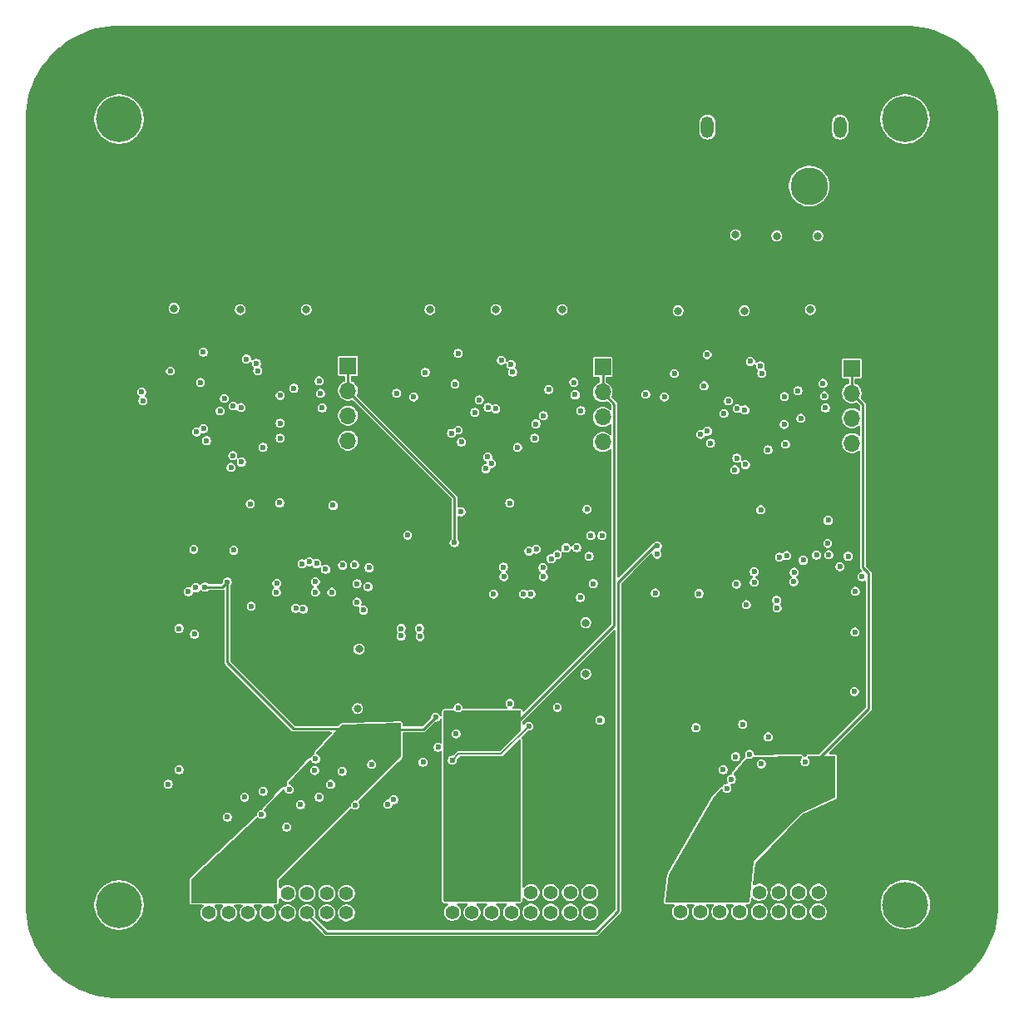
<source format=gbr>
%TF.GenerationSoftware,KiCad,Pcbnew,9.0.0*%
%TF.CreationDate,2025-07-09T13:25:51-07:00*%
%TF.ProjectId,EPS_Scales_RevF_DF11,4550535f-5363-4616-9c65-735f52657646,rev?*%
%TF.SameCoordinates,Original*%
%TF.FileFunction,Copper,L3,Inr*%
%TF.FilePolarity,Positive*%
%FSLAX46Y46*%
G04 Gerber Fmt 4.6, Leading zero omitted, Abs format (unit mm)*
G04 Created by KiCad (PCBNEW 9.0.0) date 2025-07-09 13:25:51*
%MOMM*%
%LPD*%
G01*
G04 APERTURE LIST*
%TA.AperFunction,ComponentPad*%
%ADD10C,4.700000*%
%TD*%
%TA.AperFunction,ComponentPad*%
%ADD11R,1.400000X1.400000*%
%TD*%
%TA.AperFunction,ComponentPad*%
%ADD12C,1.400000*%
%TD*%
%TA.AperFunction,ComponentPad*%
%ADD13R,1.700000X1.700000*%
%TD*%
%TA.AperFunction,ComponentPad*%
%ADD14O,1.700000X1.700000*%
%TD*%
%TA.AperFunction,ComponentPad*%
%ADD15O,1.300000X2.200000*%
%TD*%
%TA.AperFunction,ComponentPad*%
%ADD16C,3.800000*%
%TD*%
%TA.AperFunction,ViaPad*%
%ADD17C,0.600000*%
%TD*%
%TA.AperFunction,ViaPad*%
%ADD18C,0.800000*%
%TD*%
%TA.AperFunction,Conductor*%
%ADD19C,0.200000*%
%TD*%
%TA.AperFunction,Conductor*%
%ADD20C,0.250000*%
%TD*%
G04 APERTURE END LIST*
D10*
%TO.N,GND*%
%TO.C,J3*%
X160012800Y-37000000D03*
%TD*%
D11*
%TO.N,+5V_Perif*%
%TO.C,CN1*%
X193941000Y-115729000D03*
D12*
%TO.N,unconnected-(CN1-Pad2)*%
X193941000Y-117729000D03*
%TO.N,+5V_Perif*%
X195941000Y-115729000D03*
%TO.N,Net-(CN1-Pad4)*%
X195941000Y-117729000D03*
%TO.N,+5V_Perif*%
X197941000Y-115729000D03*
%TO.N,Net-(CN1-Pad6)*%
X197941000Y-117729000D03*
%TO.N,+5V_Perif*%
X199941000Y-115729000D03*
%TO.N,Net-(CN1-Pad8)*%
X199941000Y-117729000D03*
%TO.N,GND*%
X201941000Y-115729000D03*
%TO.N,Net-(CN1-Pad10)*%
X201941000Y-117729000D03*
%TO.N,GND*%
X203941000Y-115729000D03*
%TO.N,Net-(CN1-Pad12)*%
X203941000Y-117729000D03*
%TO.N,GND*%
X205941000Y-115729000D03*
%TO.N,Net-(CN1-Pad14)*%
X205941000Y-117729000D03*
%TO.N,GND*%
X207941000Y-115729000D03*
%TO.N,WDT_WDI_Perif*%
X207941000Y-117729000D03*
%TD*%
D10*
%TO.N,GND*%
%TO.C,J2*%
X160012800Y-117000000D03*
%TD*%
D13*
%TO.N,+20V_Jetson*%
%TO.C,J8*%
X234594000Y-62367000D03*
D14*
X234594000Y-64907000D03*
%TO.N,GND*%
X234594000Y-67447000D03*
X234594000Y-69987000D03*
%TD*%
D13*
%TO.N,+3.3V_OBC*%
%TO.C,J9*%
X183303000Y-62114250D03*
D14*
X183303000Y-64654250D03*
%TO.N,GND*%
X183303000Y-67194250D03*
X183303000Y-69734250D03*
%TD*%
D11*
%TO.N,+20V_Jetson*%
%TO.C,J6*%
X217167800Y-115696600D03*
D12*
%TO.N,Net-(J6-Pad2)*%
X217167800Y-117696600D03*
%TO.N,+20V_Jetson*%
X219167800Y-115696600D03*
%TO.N,Net-(J6-Pad4)*%
X219167800Y-117696600D03*
%TO.N,+20V_Jetson*%
X221167800Y-115696600D03*
%TO.N,Net-(J6-Pad6)*%
X221167800Y-117696600D03*
%TO.N,+20V_Jetson*%
X223167800Y-115696600D03*
%TO.N,Net-(J6-Pad8)*%
X223167800Y-117696600D03*
%TO.N,GND*%
X225167800Y-115696600D03*
%TO.N,Net-(J6-Pad10)*%
X225167800Y-117696600D03*
%TO.N,GND*%
X227167800Y-115696600D03*
%TO.N,Net-(J6-Pad12)*%
X227167800Y-117696600D03*
%TO.N,GND*%
X229167800Y-115696600D03*
%TO.N,WDT_WDI_Jetson*%
X229167800Y-117696600D03*
%TO.N,GND*%
X231167800Y-115696600D03*
%TO.N,WDT_WDI_Jetson*%
X231167800Y-117696600D03*
%TD*%
D15*
%TO.N,GND*%
%TO.C,U8*%
X219901000Y-37815000D03*
X233401000Y-37815000D03*
D16*
%TO.N,+V_Batt*%
X223051000Y-43815000D03*
%TO.N,GND*%
X230251000Y-43815000D03*
%TD*%
D11*
%TO.N,+3.3V_OBC*%
%TO.C,J10*%
X169157200Y-115798200D03*
D12*
%TO.N,Net-(J10-Pad2)*%
X169157200Y-117798200D03*
%TO.N,+3.3V_OBC*%
X171157200Y-115798200D03*
%TO.N,Net-(J10-Pad4)*%
X171157200Y-117798200D03*
%TO.N,+3.3V_OBC*%
X173157200Y-115798200D03*
%TO.N,OBC SDA*%
X173157200Y-117798200D03*
%TO.N,+3.3V_OBC*%
X175157200Y-115798200D03*
%TO.N,OBC SCL*%
X175157200Y-117798200D03*
%TO.N,GND*%
X177157200Y-115798200D03*
%TO.N,Net-(J10-Pad10)*%
X177157200Y-117798200D03*
%TO.N,GND*%
X179157200Y-115798200D03*
%TO.N,OBC_EN_JETSON*%
X179157200Y-117798200D03*
%TO.N,GND*%
X181157200Y-115798200D03*
%TO.N,OBC_EN_PERIF*%
X181157200Y-117798200D03*
%TO.N,GND*%
X183157200Y-115798200D03*
%TO.N,WDT_WDI_OBC*%
X183157200Y-117798200D03*
%TD*%
D10*
%TO.N,GND*%
%TO.C,J5*%
X240012800Y-37000000D03*
%TD*%
%TO.N,GND*%
%TO.C,J4*%
X240030000Y-116967000D03*
%TD*%
D13*
%TO.N,+5V_Perif*%
%TO.C,J7*%
X209236000Y-62250500D03*
D14*
X209236000Y-64790500D03*
%TO.N,GND*%
X209236000Y-67330500D03*
X209236000Y-69870500D03*
%TD*%
D17*
%TO.N,SCL*%
X224175000Y-101650000D03*
%TO.N,SDA*%
X222775000Y-101900000D03*
%TO.N,GND*%
X218725000Y-98950000D03*
%TO.N,+3.3V_OBC*%
X201700000Y-98800000D03*
X193925000Y-102250000D03*
%TO.N,GND*%
X204625000Y-96875000D03*
%TO.N,SCL*%
X208975000Y-98175000D03*
%TO.N,GND*%
X165025000Y-104700000D03*
%TO.N,SCL*%
X166124578Y-103224184D03*
%TO.N,+V_Batt*%
X178968400Y-79756000D03*
X178155600Y-80518000D03*
X200456800Y-78638400D03*
X177328400Y-78296000D03*
X201980800Y-77927200D03*
X201218800Y-78638400D03*
X226568000Y-77876400D03*
X227279200Y-78536800D03*
X178954000Y-79108800D03*
X226568000Y-79197200D03*
X227279200Y-79857600D03*
X177328400Y-79108800D03*
X226568000Y-79857600D03*
X201218800Y-77927200D03*
X171791200Y-79696600D03*
X200456800Y-79349600D03*
X178141200Y-79108800D03*
X200456800Y-77927200D03*
X225856800Y-79908400D03*
X201218800Y-77266800D03*
X178141200Y-78296000D03*
X178954000Y-78296000D03*
X225856800Y-79197200D03*
X225856800Y-78536800D03*
D18*
X224790000Y-47142400D03*
D17*
X201980800Y-78638400D03*
X201218800Y-79349600D03*
X225856800Y-77876400D03*
X177393600Y-79756000D03*
X178141200Y-79756000D03*
X177342800Y-80518000D03*
X201980800Y-77266800D03*
X200456800Y-77266800D03*
X226568000Y-78536800D03*
X227279200Y-79197200D03*
D18*
X229108000Y-47193200D03*
X220522800Y-47193200D03*
D17*
X227279200Y-77876400D03*
%TO.N,GND*%
X222694500Y-72707500D03*
D18*
X172339000Y-56388000D03*
D17*
X203149200Y-82651600D03*
X226088000Y-99886400D03*
X176363200Y-76060800D03*
D18*
X191643000Y-56388000D03*
D17*
X234854000Y-95263600D03*
X208280000Y-84277200D03*
X232184000Y-77839200D03*
X199136000Y-82600800D03*
X199771000Y-76073000D03*
X181798800Y-76314800D03*
D18*
X223647000Y-56515000D03*
D17*
X225376800Y-102629600D03*
X185456400Y-82664800D03*
X188256000Y-64902250D03*
X207645000Y-76708000D03*
X180020800Y-102121200D03*
X203200000Y-83566000D03*
X194310000Y-99568000D03*
X209169000Y-79375000D03*
X167625600Y-80785200D03*
X179919200Y-103289600D03*
X176027600Y-85151600D03*
X194818000Y-76962000D03*
X185354800Y-84595200D03*
X235638400Y-83579600D03*
X176078400Y-84237200D03*
X228678800Y-84087600D03*
D18*
X205105000Y-56388000D03*
D17*
X222351600Y-104190800D03*
D18*
X184440400Y-90945200D03*
D17*
X168300400Y-63804800D03*
X231662380Y-63905018D03*
X165244000Y-62641250D03*
X182713200Y-103391200D03*
X191177000Y-62777500D03*
X206304380Y-63788518D03*
X194208400Y-63957200D03*
X171403500Y-72454750D03*
D18*
X184288000Y-96990400D03*
X207518000Y-88265000D03*
D17*
X174516800Y-107768800D03*
X172419500Y-66358750D03*
X179990000Y-85151600D03*
X198352500Y-66495000D03*
D18*
X230378000Y-56388000D03*
D17*
X167066800Y-85103200D03*
D18*
X231140000Y-48895000D03*
D17*
X185710400Y-102680000D03*
X224665600Y-84138400D03*
X225326000Y-76772400D03*
X184897600Y-86982800D03*
X213614000Y-65018750D03*
X222859600Y-84328000D03*
X199796400Y-96469200D03*
X168609500Y-68517750D03*
X219557600Y-64160400D03*
X234904800Y-89218400D03*
D18*
X198374000Y-56388000D03*
D17*
X181544800Y-104712000D03*
X219900500Y-68770500D03*
X162323000Y-64766000D03*
D18*
X222758000Y-48768000D03*
X165608000Y-56261000D03*
X179070000Y-56388000D03*
D17*
X228729600Y-83122400D03*
X197336500Y-72591000D03*
X229819200Y-102412800D03*
X194513200Y-96926400D03*
X179990000Y-84084800D03*
X174669200Y-105432000D03*
X173366000Y-76162400D03*
X171689600Y-80886800D03*
X180371380Y-63652268D03*
D18*
X216916000Y-56515000D03*
D17*
X194542500Y-68654000D03*
D18*
X226949000Y-48895000D03*
D17*
X232133200Y-80176000D03*
D18*
X207518000Y-93472000D03*
D17*
X223710500Y-66611500D03*
X199186800Y-83566000D03*
X216535000Y-62894000D03*
X224665600Y-83071600D03*
%TO.N,/Perif_Subsystem/WD_Perif/WDT-VIN*%
X206439426Y-65055500D03*
X203750000Y-64526500D03*
%TO.N,WDT_WDI_Perif*%
X189992000Y-65278000D03*
%TO.N,Net-(U1-TR{slash}SS)*%
X229644000Y-81901100D03*
X234216000Y-81496800D03*
%TO.N,Net-(U1-BST)*%
X226936360Y-85974820D03*
X223861600Y-86424400D03*
%TO.N,Net-(U1-INTVCC)*%
X234955153Y-85070655D03*
X226982362Y-86756133D03*
%TO.N,+3.3V_OBC*%
X187198000Y-102412800D03*
X183692800Y-99060000D03*
X171043600Y-84124800D03*
X168757600Y-84632800D03*
X185775600Y-99060000D03*
X214782400Y-81280000D03*
X194157600Y-80111600D03*
X192227200Y-97891600D03*
X185318400Y-103581200D03*
X187756800Y-99110800D03*
%TO.N,+20V_Jetson*%
X230632000Y-102717600D03*
X229870000Y-105511600D03*
X228955600Y-102666800D03*
X228193600Y-102616000D03*
X227482400Y-102565200D03*
X228346000Y-105511600D03*
X229057200Y-105460800D03*
X227634800Y-105562400D03*
%TO.N,WDT_WDI_Jetson*%
X215519000Y-65278000D03*
%TO.N,Net-(U10D--)*%
X220218000Y-69977000D03*
X222026842Y-65689842D03*
%TO.N,Net-(U3-TR{slash}SS)*%
X184237200Y-84290400D03*
X180115363Y-82243200D03*
%TO.N,Net-(U3-BST)*%
X177994569Y-86805577D03*
X173467600Y-86576400D03*
%TO.N,Net-(U3-INTVCC)*%
X184237200Y-86170000D03*
X178750800Y-86881200D03*
%TO.N,Net-(U6D--)*%
X196668842Y-65573342D03*
X194860000Y-69860500D03*
%TO.N,Net-(U13-TR{slash}SS)*%
X204619520Y-81332480D03*
X208026000Y-79375000D03*
%TO.N,Net-(U13-BST)*%
X201169997Y-85344000D03*
X198120000Y-85344000D03*
%TO.N,Net-(U13-INTVCC)*%
X206959200Y-85699600D03*
X201930000Y-85344000D03*
%TO.N,/OBC_Subsystem/WD_OBC/WDT-VIN*%
X177817000Y-64390250D03*
X180506426Y-64919250D03*
%TO.N,/Jetson_Subsystem/WD_Jetson/WDT-VIN*%
X229412800Y-67462400D03*
X231797426Y-65172000D03*
X229108000Y-64643000D03*
%TO.N,WDT_WDI_OBC*%
X162433000Y-65659000D03*
%TO.N,+5V_Perif*%
X196596000Y-102463600D03*
X196646800Y-99669600D03*
X198069200Y-99771200D03*
X197408800Y-102412800D03*
X197764400Y-97891600D03*
X198069200Y-102260400D03*
X197358000Y-99771200D03*
%TO.N,OBC_EN_JETSON*%
X214789948Y-80460232D03*
%TO.N,OBC SDA*%
X171036342Y-108044342D03*
%TO.N,OBC SCL*%
X177082642Y-109061442D03*
%TO.N,OBC_EN_PERIF*%
X189382400Y-79349600D03*
%TO.N,/Jetson_Subsystem/WD_Jetson/WDT-VP*%
X221582342Y-66961658D03*
X225425000Y-62865000D03*
%TO.N,Net-(R124-Pad1)*%
X197889579Y-72053002D03*
X202311000Y-69469000D03*
%TO.N,Net-(R132-Pad2)*%
X207010000Y-66675000D03*
X203200000Y-67183000D03*
%TO.N,Net-(U6B--)*%
X199917951Y-62003256D03*
X193844000Y-68971500D03*
%TO.N,/Perif_Subsystem/WD_Perif/WDT-VP*%
X196224342Y-66845158D03*
X200067000Y-62748500D03*
%TO.N,Net-(U6A--)*%
X194511820Y-60845754D03*
X198916000Y-61551970D03*
%TO.N,Net-(R141-Pad1)*%
X223760500Y-72166201D03*
X227838000Y-70096498D03*
%TO.N,SDA*%
X221488000Y-103225600D03*
X180390800Y-106019600D03*
X187960000Y-106273600D03*
X172781000Y-106019600D03*
X223469200Y-98602800D03*
%TO.N,Net-(U10B--)*%
X225275951Y-62119756D03*
X219202000Y-69088000D03*
%TO.N,SCL*%
X184048400Y-106832400D03*
X187366538Y-106748370D03*
X177341715Y-105223947D03*
X192481200Y-100939600D03*
X178473759Y-106768051D03*
X190950942Y-102455342D03*
X221875000Y-105125000D03*
%TO.N,Net-(U10A--)*%
X219869820Y-60962254D03*
X224274000Y-61668470D03*
%TO.N,Net-(U1-RT)*%
X230994024Y-81375966D03*
X227971956Y-81431431D03*
%TO.N,Net-(U1-EN{slash}UV)*%
X232253602Y-81345025D03*
X227227375Y-81583748D03*
%TO.N,Net-(U3-RT)*%
X179380453Y-82049522D03*
X182764000Y-82410800D03*
%TO.N,Net-(U3-EN{slash}UV)*%
X178649200Y-82256582D03*
X183983200Y-82360000D03*
%TO.N,Net-(U6C-+)*%
X197559658Y-66337158D03*
X197527000Y-71384500D03*
%TO.N,Net-(U13-EN{slash}UV)*%
X206597000Y-80618426D03*
X201733750Y-80971484D03*
%TO.N,/OBC_Subsystem/WD_OBC/WDT-VP*%
X174134000Y-62612250D03*
X170291342Y-66708908D03*
%TO.N,Net-(R149-Pad2)*%
X231902000Y-66395600D03*
X227729142Y-65234458D03*
%TO.N,Net-(U13-RT)*%
X202467815Y-80774633D03*
X205510612Y-80639652D03*
%TO.N,SYNC_PHASE3*%
X188722000Y-89609203D03*
X190652400Y-89662000D03*
X214579200Y-85242400D03*
X233375200Y-82550000D03*
X219049600Y-85293200D03*
X167690800Y-89434200D03*
%TO.N,SYNC_PHASE1*%
X167828800Y-84696800D03*
X181668499Y-85156786D03*
X181036800Y-82828200D03*
%TO.N,SYNC_PHASE2*%
X207858056Y-81493056D03*
X203989134Y-81757000D03*
X190601600Y-88849200D03*
X188722000Y-88849200D03*
X166116000Y-88849200D03*
%TO.N,Net-(U10C-+)*%
X222917658Y-66453658D03*
X222885000Y-71501000D03*
%TO.N,Net-(U11D--)*%
X170735842Y-65437092D03*
X168927000Y-69724250D03*
%TO.N,Net-(R157-Pad1)*%
X172469500Y-71913452D03*
X176403000Y-69469000D03*
%TO.N,Net-(U11B--)*%
X167911000Y-68835250D03*
X173984951Y-61867006D03*
%TO.N,Net-(U11A--)*%
X172983000Y-61415720D03*
X168578820Y-60709504D03*
%TO.N,Net-(R165-Pad2)*%
X176416000Y-65130169D03*
X180695600Y-66395600D03*
%TO.N,Net-(U11C-+)*%
X171594000Y-71248250D03*
X171626658Y-66200908D03*
%TO.N,Net-(D8-C)*%
X200568820Y-70419220D03*
X202438000Y-68021200D03*
%TO.N,Net-(D15-C)*%
X226060000Y-70673498D03*
X227711000Y-68072000D03*
%TO.N,Net-(D18-C)*%
X176403000Y-67945000D03*
X174673520Y-70406520D03*
%TD*%
D19*
%TO.N,+3.3V_OBC*%
X198901974Y-101598026D02*
X201700000Y-98800000D01*
X194576974Y-101598026D02*
X198901974Y-101598026D01*
X193925000Y-102250000D02*
X194576974Y-101598026D01*
D20*
%TO.N,+V_Batt*%
X173191800Y-78296000D02*
X171791200Y-79696600D01*
X177328400Y-78296000D02*
X173191800Y-78296000D01*
%TO.N,+3.3V_OBC*%
X171043600Y-92315270D02*
X177788330Y-99060000D01*
X170535600Y-84632800D02*
X171043600Y-84124800D01*
X192227200Y-97891600D02*
X191008000Y-99110800D01*
X183303000Y-64654250D02*
X183303000Y-62213400D01*
X171043600Y-84124800D02*
X171043600Y-92315270D01*
X194157600Y-75539600D02*
X194157600Y-80111600D01*
X192227200Y-97891600D02*
X192180000Y-97891600D01*
X177788330Y-99060000D02*
X183692800Y-99060000D01*
X168757600Y-84632800D02*
X170535600Y-84632800D01*
X193925000Y-80125000D02*
X194175000Y-80125000D01*
X191008000Y-99110800D02*
X187756800Y-99110800D01*
X183286400Y-64668400D02*
X194157600Y-75539600D01*
X183303000Y-62213400D02*
X183337200Y-62179200D01*
X183303000Y-64651800D02*
X183286400Y-64668400D01*
%TO.N,+20V_Jetson*%
X234594000Y-62382800D02*
X234645200Y-62331600D01*
X230632000Y-102717600D02*
X236321600Y-97028000D01*
X236321600Y-97028000D02*
X236321600Y-83250870D01*
X236321600Y-83250870D02*
X235730000Y-82659270D01*
X234594000Y-64907000D02*
X234594000Y-62382800D01*
X235730000Y-66058000D02*
X234594400Y-64922400D01*
X235730000Y-82659270D02*
X235730000Y-66058000D01*
%TO.N,+5V_Perif*%
X210413600Y-65989200D02*
X210413600Y-88544400D01*
X200152000Y-98806000D02*
X198526400Y-98806000D01*
X209236000Y-64790500D02*
X209236000Y-62271600D01*
X209245200Y-64820800D02*
X210413600Y-65989200D01*
X210413600Y-88544400D02*
X200152000Y-98806000D01*
X209236000Y-62271600D02*
X209194400Y-62230000D01*
%TO.N,OBC_EN_JETSON*%
X210824600Y-84120200D02*
X210824600Y-117597400D01*
X214789948Y-80460232D02*
X214484568Y-80460232D01*
X208584800Y-119837200D02*
X181102000Y-119837200D01*
X214484568Y-80460232D02*
X210824600Y-84120200D01*
X181102000Y-119837200D02*
X179120800Y-117856000D01*
X210824600Y-117597400D02*
X208584800Y-119837200D01*
%TD*%
%TA.AperFunction,Conductor*%
%TO.N,+20V_Jetson*%
G36*
X232859850Y-101823547D02*
G01*
X232906202Y-101875827D01*
X232918000Y-101928617D01*
X232918000Y-105990170D01*
X232898315Y-106057209D01*
X232845511Y-106102964D01*
X232844817Y-106103279D01*
X229412801Y-107645199D01*
X224637600Y-112623599D01*
X224143033Y-116629593D01*
X224115282Y-116693716D01*
X224057270Y-116732656D01*
X224019967Y-116738400D01*
X215737818Y-116738400D01*
X215670779Y-116718715D01*
X215625024Y-116665911D01*
X215615022Y-116597165D01*
X215998256Y-113866625D01*
X216013609Y-113821956D01*
X220415869Y-106181251D01*
X220428040Y-106163791D01*
X221219693Y-105213808D01*
X221277728Y-105174912D01*
X221347585Y-105173566D01*
X221407080Y-105210201D01*
X221434723Y-105261100D01*
X221445882Y-105302748D01*
X221445883Y-105302749D01*
X221506508Y-105407754D01*
X221592246Y-105493492D01*
X221697253Y-105554118D01*
X221814374Y-105585500D01*
X221814376Y-105585500D01*
X221935624Y-105585500D01*
X221935626Y-105585500D01*
X222052747Y-105554118D01*
X222157754Y-105493492D01*
X222243492Y-105407754D01*
X222304118Y-105302747D01*
X222335500Y-105185626D01*
X222335500Y-105064374D01*
X222304118Y-104947253D01*
X222243492Y-104842246D01*
X222243491Y-104842245D01*
X222240636Y-104837300D01*
X222224163Y-104769400D01*
X222247015Y-104703373D01*
X222301936Y-104660183D01*
X222348023Y-104651300D01*
X222412224Y-104651300D01*
X222412226Y-104651300D01*
X222529347Y-104619918D01*
X222634354Y-104559292D01*
X222720092Y-104473554D01*
X222780718Y-104368547D01*
X222812100Y-104251426D01*
X222812100Y-104130174D01*
X222780718Y-104013053D01*
X222720092Y-103908046D01*
X222634354Y-103822308D01*
X222621406Y-103814832D01*
X222589672Y-103796510D01*
X222541458Y-103745942D01*
X222528236Y-103677335D01*
X222554205Y-103612471D01*
X222556386Y-103609776D01*
X223423721Y-102568974D01*
X224916300Y-102568974D01*
X224916300Y-102690226D01*
X224947682Y-102807347D01*
X225008308Y-102912354D01*
X225094046Y-102998092D01*
X225199053Y-103058718D01*
X225316174Y-103090100D01*
X225316176Y-103090100D01*
X225437424Y-103090100D01*
X225437426Y-103090100D01*
X225554547Y-103058718D01*
X225659554Y-102998092D01*
X225745292Y-102912354D01*
X225805918Y-102807347D01*
X225837300Y-102690226D01*
X225837300Y-102568974D01*
X225805918Y-102451853D01*
X225745292Y-102346846D01*
X225659554Y-102261108D01*
X225554547Y-102200482D01*
X225437426Y-102169100D01*
X225316174Y-102169100D01*
X225199053Y-102200482D01*
X225199050Y-102200483D01*
X225094049Y-102261106D01*
X225094043Y-102261110D01*
X225008310Y-102346843D01*
X225008306Y-102346849D01*
X224947683Y-102451850D01*
X224947682Y-102451853D01*
X224916300Y-102568974D01*
X223423721Y-102568974D01*
X223818799Y-102094880D01*
X223876835Y-102055984D01*
X223946692Y-102054638D01*
X223976050Y-102066876D01*
X223997253Y-102079118D01*
X224114374Y-102110500D01*
X224114376Y-102110500D01*
X224235624Y-102110500D01*
X224235626Y-102110500D01*
X224352747Y-102079118D01*
X224457754Y-102018492D01*
X224542541Y-101933705D01*
X224603864Y-101900220D01*
X224628800Y-101897395D01*
X229437240Y-101842754D01*
X229504496Y-101861675D01*
X229550848Y-101913955D01*
X229561576Y-101982996D01*
X229533276Y-102046878D01*
X229526328Y-102054426D01*
X229450707Y-102130047D01*
X229450706Y-102130049D01*
X229390083Y-102235050D01*
X229390082Y-102235053D01*
X229358700Y-102352174D01*
X229358700Y-102473426D01*
X229390082Y-102590547D01*
X229450708Y-102695554D01*
X229536446Y-102781292D01*
X229641453Y-102841918D01*
X229758574Y-102873300D01*
X229758576Y-102873300D01*
X229879824Y-102873300D01*
X229879826Y-102873300D01*
X229996947Y-102841918D01*
X230101954Y-102781292D01*
X230187692Y-102695554D01*
X230248318Y-102590547D01*
X230279700Y-102473426D01*
X230279700Y-102352174D01*
X230248318Y-102235053D01*
X230187692Y-102130046D01*
X230103521Y-102045875D01*
X230070036Y-101984552D01*
X230075020Y-101914860D01*
X230116892Y-101858927D01*
X230182356Y-101834510D01*
X230189781Y-101834202D01*
X232792591Y-101804625D01*
X232859850Y-101823547D01*
G37*
%TD.AperFunction*%
%TD*%
%TA.AperFunction,Conductor*%
%TO.N,+5V_Perif*%
G36*
X194131631Y-97200085D02*
G01*
X194152273Y-97216719D01*
X194230446Y-97294892D01*
X194335453Y-97355518D01*
X194452574Y-97386900D01*
X194452576Y-97386900D01*
X194573824Y-97386900D01*
X194573826Y-97386900D01*
X194690947Y-97355518D01*
X194795954Y-97294892D01*
X194874127Y-97216719D01*
X194935450Y-97183234D01*
X194961808Y-97180400D01*
X200790000Y-97180400D01*
X200857039Y-97200085D01*
X200902794Y-97252889D01*
X200914000Y-97304400D01*
X200914000Y-99166235D01*
X200894315Y-99233274D01*
X200877681Y-99253916D01*
X198830391Y-101301207D01*
X198769068Y-101334692D01*
X198742710Y-101337526D01*
X194525156Y-101337526D01*
X194487505Y-101353122D01*
X194449855Y-101368717D01*
X194429415Y-101377183D01*
X194429411Y-101377186D01*
X194053416Y-101753181D01*
X193992093Y-101786666D01*
X193965735Y-101789500D01*
X193864374Y-101789500D01*
X193747253Y-101820882D01*
X193747250Y-101820883D01*
X193642249Y-101881506D01*
X193642243Y-101881510D01*
X193556510Y-101967243D01*
X193556506Y-101967249D01*
X193495883Y-102072250D01*
X193495882Y-102072253D01*
X193464500Y-102189374D01*
X193464500Y-102310626D01*
X193495882Y-102427747D01*
X193556508Y-102532754D01*
X193642246Y-102618492D01*
X193747253Y-102679118D01*
X193864374Y-102710500D01*
X193864376Y-102710500D01*
X193985624Y-102710500D01*
X193985626Y-102710500D01*
X194102747Y-102679118D01*
X194207754Y-102618492D01*
X194293492Y-102532754D01*
X194354118Y-102427747D01*
X194385500Y-102310626D01*
X194385500Y-102209263D01*
X194405185Y-102142224D01*
X194421819Y-102121582D01*
X194648557Y-101894845D01*
X194709880Y-101861360D01*
X194736238Y-101858526D01*
X198953790Y-101858526D01*
X198953791Y-101858526D01*
X199049535Y-101818867D01*
X200702319Y-100166081D01*
X200763642Y-100132597D01*
X200833333Y-100137581D01*
X200889267Y-100179453D01*
X200913684Y-100244917D01*
X200914000Y-100253763D01*
X200914000Y-116512800D01*
X200894315Y-116579839D01*
X200841511Y-116625594D01*
X200790000Y-116636800D01*
X193164000Y-116636800D01*
X193096961Y-116617115D01*
X193051206Y-116564311D01*
X193040000Y-116512800D01*
X193040000Y-99507374D01*
X193849500Y-99507374D01*
X193849500Y-99628626D01*
X193880882Y-99745747D01*
X193941508Y-99850754D01*
X194027246Y-99936492D01*
X194132253Y-99997118D01*
X194249374Y-100028500D01*
X194249376Y-100028500D01*
X194370624Y-100028500D01*
X194370626Y-100028500D01*
X194487747Y-99997118D01*
X194592754Y-99936492D01*
X194678492Y-99850754D01*
X194739118Y-99745747D01*
X194770500Y-99628626D01*
X194770500Y-99507374D01*
X194739118Y-99390253D01*
X194678492Y-99285246D01*
X194592754Y-99199508D01*
X194487747Y-99138882D01*
X194370626Y-99107500D01*
X194249374Y-99107500D01*
X194132253Y-99138882D01*
X194132250Y-99138883D01*
X194027249Y-99199506D01*
X194027243Y-99199510D01*
X193941510Y-99285243D01*
X193941506Y-99285249D01*
X193880883Y-99390250D01*
X193880882Y-99390253D01*
X193849500Y-99507374D01*
X193040000Y-99507374D01*
X193040000Y-97304400D01*
X193059685Y-97237361D01*
X193112489Y-97191606D01*
X193164000Y-97180400D01*
X194064592Y-97180400D01*
X194131631Y-97200085D01*
G37*
%TD.AperFunction*%
%TD*%
%TA.AperFunction,Conductor*%
%TO.N,+3.3V_OBC*%
G36*
X188662600Y-98484687D02*
G01*
X188709568Y-98536414D01*
X188722000Y-98590530D01*
X188722000Y-101852995D01*
X188702315Y-101920034D01*
X188685146Y-101941208D01*
X184231318Y-106341156D01*
X184169792Y-106374267D01*
X184117094Y-106372854D01*
X184117080Y-106372961D01*
X184116058Y-106372826D01*
X184112086Y-106372720D01*
X184109027Y-106371900D01*
X184109026Y-106371900D01*
X183987774Y-106371900D01*
X183870653Y-106403282D01*
X183870650Y-106403283D01*
X183765649Y-106463906D01*
X183765643Y-106463910D01*
X183679910Y-106549643D01*
X183679906Y-106549649D01*
X183619283Y-106654650D01*
X183619282Y-106654653D01*
X183587900Y-106771774D01*
X183587900Y-106893026D01*
X183587901Y-106893029D01*
X183588961Y-106901080D01*
X183586711Y-106901376D01*
X183585321Y-106959485D01*
X183554359Y-107009928D01*
X176123600Y-114350799D01*
X176123600Y-116665200D01*
X176103915Y-116732239D01*
X176051111Y-116777994D01*
X175999600Y-116789200D01*
X167459200Y-116789200D01*
X167392161Y-116769515D01*
X167346406Y-116716711D01*
X167335200Y-116665200D01*
X167335200Y-114454935D01*
X167354885Y-114387896D01*
X167373916Y-114364921D01*
X173036028Y-109000816D01*
X176622142Y-109000816D01*
X176622142Y-109122068D01*
X176653524Y-109239189D01*
X176714150Y-109344196D01*
X176799888Y-109429934D01*
X176904895Y-109490560D01*
X177022016Y-109521942D01*
X177022018Y-109521942D01*
X177143266Y-109521942D01*
X177143268Y-109521942D01*
X177260389Y-109490560D01*
X177365396Y-109429934D01*
X177451134Y-109344196D01*
X177511760Y-109239189D01*
X177543142Y-109122068D01*
X177543142Y-109000816D01*
X177511760Y-108883695D01*
X177451134Y-108778688D01*
X177365396Y-108692950D01*
X177260389Y-108632324D01*
X177143268Y-108600942D01*
X177022016Y-108600942D01*
X176904895Y-108632324D01*
X176904892Y-108632325D01*
X176799891Y-108692948D01*
X176799885Y-108692952D01*
X176714152Y-108778685D01*
X176714148Y-108778691D01*
X176653525Y-108883692D01*
X176653524Y-108883695D01*
X176622142Y-109000816D01*
X173036028Y-109000816D01*
X173850407Y-108229299D01*
X174007040Y-108080910D01*
X174069245Y-108049094D01*
X174138777Y-108055959D01*
X174180001Y-108083247D01*
X174234046Y-108137292D01*
X174339053Y-108197918D01*
X174456174Y-108229300D01*
X174456176Y-108229300D01*
X174577424Y-108229300D01*
X174577426Y-108229300D01*
X174694547Y-108197918D01*
X174799554Y-108137292D01*
X174885292Y-108051554D01*
X174945918Y-107946547D01*
X174977300Y-107829426D01*
X174977300Y-107708174D01*
X174945918Y-107591053D01*
X174885292Y-107486046D01*
X174802234Y-107402988D01*
X174768749Y-107341665D01*
X174773733Y-107271973D01*
X174798606Y-107231410D01*
X175280106Y-106707425D01*
X178013259Y-106707425D01*
X178013259Y-106828677D01*
X178044641Y-106945798D01*
X178105267Y-107050805D01*
X178191005Y-107136543D01*
X178296012Y-107197169D01*
X178413133Y-107228551D01*
X178413135Y-107228551D01*
X178534383Y-107228551D01*
X178534385Y-107228551D01*
X178651506Y-107197169D01*
X178756513Y-107136543D01*
X178842251Y-107050805D01*
X178902877Y-106945798D01*
X178934259Y-106828677D01*
X178934259Y-106707425D01*
X178902877Y-106590304D01*
X178842251Y-106485297D01*
X178756513Y-106399559D01*
X178686508Y-106359141D01*
X178651508Y-106338934D01*
X178651507Y-106338933D01*
X178651506Y-106338933D01*
X178534385Y-106307551D01*
X178413133Y-106307551D01*
X178296012Y-106338933D01*
X178296009Y-106338934D01*
X178191008Y-106399557D01*
X178191002Y-106399561D01*
X178105269Y-106485294D01*
X178105265Y-106485300D01*
X178044642Y-106590301D01*
X178044641Y-106590304D01*
X178013259Y-106707425D01*
X175280106Y-106707425D01*
X175967872Y-105958974D01*
X179930300Y-105958974D01*
X179930300Y-106080226D01*
X179961682Y-106197347D01*
X180022308Y-106302354D01*
X180108046Y-106388092D01*
X180213053Y-106448718D01*
X180330174Y-106480100D01*
X180330176Y-106480100D01*
X180451424Y-106480100D01*
X180451426Y-106480100D01*
X180568547Y-106448718D01*
X180673554Y-106388092D01*
X180759292Y-106302354D01*
X180819918Y-106197347D01*
X180851300Y-106080226D01*
X180851300Y-105958974D01*
X180819918Y-105841853D01*
X180759292Y-105736846D01*
X180673554Y-105651108D01*
X180601915Y-105609747D01*
X180568549Y-105590483D01*
X180568548Y-105590482D01*
X180568547Y-105590482D01*
X180451426Y-105559100D01*
X180330174Y-105559100D01*
X180213053Y-105590482D01*
X180213050Y-105590483D01*
X180108049Y-105651106D01*
X180108043Y-105651110D01*
X180022310Y-105736843D01*
X180022306Y-105736849D01*
X179961683Y-105841850D01*
X179961682Y-105841853D01*
X179930300Y-105958974D01*
X175967872Y-105958974D01*
X176665914Y-105199340D01*
X176725765Y-105163300D01*
X176795605Y-105165337D01*
X176853257Y-105204810D01*
X176880415Y-105269185D01*
X176881215Y-105283245D01*
X176881215Y-105284573D01*
X176912597Y-105401694D01*
X176973223Y-105506701D01*
X177058961Y-105592439D01*
X177163968Y-105653065D01*
X177281089Y-105684447D01*
X177281091Y-105684447D01*
X177402339Y-105684447D01*
X177402341Y-105684447D01*
X177519462Y-105653065D01*
X177624469Y-105592439D01*
X177710207Y-105506701D01*
X177770833Y-105401694D01*
X177802215Y-105284573D01*
X177802215Y-105163321D01*
X177770833Y-105046200D01*
X177710207Y-104941193D01*
X177624469Y-104855455D01*
X177519462Y-104794829D01*
X177436598Y-104772626D01*
X177413773Y-104766510D01*
X177413772Y-104766509D01*
X177402341Y-104763447D01*
X177346021Y-104763447D01*
X177343212Y-104763320D01*
X177312717Y-104752847D01*
X177281775Y-104743762D01*
X177279875Y-104741569D01*
X177277131Y-104740627D01*
X177257135Y-104715326D01*
X177236020Y-104690958D01*
X177235607Y-104688086D01*
X177233808Y-104685810D01*
X177230666Y-104653722D01*
X177230328Y-104651374D01*
X181084300Y-104651374D01*
X181084300Y-104772626D01*
X181115682Y-104889747D01*
X181176308Y-104994754D01*
X181262046Y-105080492D01*
X181367053Y-105141118D01*
X181484174Y-105172500D01*
X181484176Y-105172500D01*
X181605424Y-105172500D01*
X181605426Y-105172500D01*
X181722547Y-105141118D01*
X181827554Y-105080492D01*
X181913292Y-104994754D01*
X181973918Y-104889747D01*
X182005300Y-104772626D01*
X182005300Y-104651374D01*
X181973918Y-104534253D01*
X181913292Y-104429246D01*
X181827554Y-104343508D01*
X181722547Y-104282882D01*
X181605426Y-104251500D01*
X181484174Y-104251500D01*
X181367053Y-104282882D01*
X181367050Y-104282883D01*
X181262049Y-104343506D01*
X181262043Y-104343510D01*
X181176310Y-104429243D01*
X181176306Y-104429249D01*
X181115683Y-104534250D01*
X181115682Y-104534253D01*
X181084300Y-104651374D01*
X177230328Y-104651374D01*
X177226076Y-104621800D01*
X177227281Y-104619159D01*
X177226999Y-104616273D01*
X177241702Y-104587581D01*
X177255101Y-104558244D01*
X177257475Y-104555582D01*
X178476520Y-103228974D01*
X179458700Y-103228974D01*
X179458700Y-103350226D01*
X179490082Y-103467347D01*
X179550708Y-103572354D01*
X179636446Y-103658092D01*
X179741453Y-103718718D01*
X179858574Y-103750100D01*
X179858576Y-103750100D01*
X179979824Y-103750100D01*
X179979826Y-103750100D01*
X180096947Y-103718718D01*
X180201954Y-103658092D01*
X180287692Y-103572354D01*
X180348318Y-103467347D01*
X180379700Y-103350226D01*
X180379700Y-103330574D01*
X182252700Y-103330574D01*
X182252700Y-103451826D01*
X182284082Y-103568947D01*
X182344708Y-103673954D01*
X182430446Y-103759692D01*
X182535453Y-103820318D01*
X182652574Y-103851700D01*
X182652576Y-103851700D01*
X182773824Y-103851700D01*
X182773826Y-103851700D01*
X182890947Y-103820318D01*
X182995954Y-103759692D01*
X183081692Y-103673954D01*
X183142318Y-103568947D01*
X183173700Y-103451826D01*
X183173700Y-103330574D01*
X183142318Y-103213453D01*
X183081692Y-103108446D01*
X182995954Y-103022708D01*
X182925949Y-102982290D01*
X182890949Y-102962083D01*
X182890948Y-102962082D01*
X182890947Y-102962082D01*
X182773826Y-102930700D01*
X182652574Y-102930700D01*
X182535453Y-102962082D01*
X182535450Y-102962083D01*
X182430449Y-103022706D01*
X182430443Y-103022710D01*
X182344710Y-103108443D01*
X182344706Y-103108449D01*
X182284083Y-103213450D01*
X182284082Y-103213453D01*
X182252700Y-103330574D01*
X180379700Y-103330574D01*
X180379700Y-103228974D01*
X180348318Y-103111853D01*
X180287692Y-103006846D01*
X180201954Y-102921108D01*
X180096947Y-102860482D01*
X179979826Y-102829100D01*
X179858574Y-102829100D01*
X179741453Y-102860482D01*
X179741450Y-102860483D01*
X179636449Y-102921106D01*
X179636443Y-102921110D01*
X179550710Y-103006843D01*
X179550706Y-103006849D01*
X179490083Y-103111850D01*
X179490082Y-103111853D01*
X179458700Y-103228974D01*
X178476520Y-103228974D01*
X179036693Y-102619374D01*
X185249900Y-102619374D01*
X185249900Y-102740625D01*
X185281282Y-102857746D01*
X185281283Y-102857749D01*
X185301490Y-102892749D01*
X185341908Y-102962754D01*
X185427646Y-103048492D01*
X185532653Y-103109118D01*
X185649774Y-103140500D01*
X185649776Y-103140500D01*
X185771024Y-103140500D01*
X185771026Y-103140500D01*
X185888147Y-103109118D01*
X185993154Y-103048492D01*
X186078892Y-102962754D01*
X186139518Y-102857747D01*
X186170900Y-102740626D01*
X186170900Y-102619374D01*
X186139518Y-102502253D01*
X186078892Y-102397246D01*
X185993154Y-102311508D01*
X185888147Y-102250882D01*
X185771026Y-102219500D01*
X185649774Y-102219500D01*
X185532653Y-102250882D01*
X185532650Y-102250883D01*
X185427649Y-102311506D01*
X185427643Y-102311510D01*
X185341910Y-102397243D01*
X185341906Y-102397249D01*
X185281283Y-102502250D01*
X185281282Y-102502253D01*
X185249900Y-102619374D01*
X179036693Y-102619374D01*
X179380187Y-102245572D01*
X179440038Y-102209532D01*
X179509878Y-102211569D01*
X179567530Y-102251042D01*
X179588282Y-102291560D01*
X179588573Y-102291440D01*
X179590064Y-102295040D01*
X179591261Y-102297377D01*
X179591680Y-102298942D01*
X179591681Y-102298946D01*
X179591682Y-102298947D01*
X179652308Y-102403954D01*
X179738046Y-102489692D01*
X179843053Y-102550318D01*
X179960174Y-102581700D01*
X179993337Y-102581700D01*
X180081424Y-102581700D01*
X180081426Y-102581700D01*
X180198547Y-102550318D01*
X180303554Y-102489692D01*
X180389292Y-102403954D01*
X180449918Y-102298947D01*
X180481300Y-102181826D01*
X180481300Y-102060574D01*
X180449918Y-101943453D01*
X180389292Y-101838446D01*
X180303554Y-101752708D01*
X180198549Y-101692083D01*
X180198548Y-101692082D01*
X180147693Y-101678456D01*
X180088033Y-101642090D01*
X180057504Y-101579243D01*
X180065799Y-101509868D01*
X180088476Y-101474786D01*
X182691910Y-98641638D01*
X182751763Y-98605597D01*
X182780330Y-98601575D01*
X188595125Y-98466563D01*
X188662600Y-98484687D01*
G37*
%TD.AperFunction*%
%TD*%
%TA.AperFunction,Conductor*%
%TO.N,+V_Batt*%
G36*
X240001941Y-27500560D02*
G01*
X240592598Y-27519122D01*
X240600340Y-27519609D01*
X241186734Y-27575039D01*
X241194459Y-27576015D01*
X241776188Y-27668152D01*
X241783802Y-27669604D01*
X242358649Y-27798097D01*
X242366172Y-27800030D01*
X242931789Y-27964357D01*
X242939139Y-27966745D01*
X243493338Y-28166269D01*
X243500561Y-28169128D01*
X243521097Y-28178015D01*
X244041114Y-28403046D01*
X244048163Y-28406363D01*
X244572951Y-28673757D01*
X244579777Y-28677510D01*
X245086734Y-28977323D01*
X245093311Y-28981497D01*
X245580446Y-29312554D01*
X245586748Y-29317133D01*
X246052120Y-29678111D01*
X246058120Y-29683073D01*
X246499941Y-30072591D01*
X246505619Y-30077924D01*
X246922074Y-30494380D01*
X246927407Y-30500058D01*
X247316922Y-30941877D01*
X247321887Y-30947879D01*
X247682883Y-31413273D01*
X247687445Y-31419552D01*
X248018502Y-31906687D01*
X248022676Y-31913264D01*
X248322489Y-32420221D01*
X248326242Y-32427047D01*
X248593635Y-32951836D01*
X248596952Y-32958885D01*
X248830866Y-33499428D01*
X248833733Y-33506670D01*
X249033243Y-34060830D01*
X249035650Y-34068239D01*
X249199966Y-34633815D01*
X249201904Y-34641360D01*
X249330391Y-35216177D01*
X249331850Y-35223829D01*
X249423982Y-35805535D01*
X249424959Y-35813263D01*
X249480389Y-36399642D01*
X249480878Y-36407417D01*
X249489530Y-36682707D01*
X249498906Y-36981081D01*
X249499439Y-36998025D01*
X249499500Y-37001920D01*
X249499500Y-116998045D01*
X249499439Y-117001940D01*
X249480877Y-117592581D01*
X249480388Y-117600355D01*
X249424959Y-118186731D01*
X249423982Y-118194460D01*
X249331849Y-118776168D01*
X249330390Y-118783820D01*
X249201903Y-119358637D01*
X249199965Y-119366182D01*
X249035650Y-119931758D01*
X249033243Y-119939166D01*
X248833733Y-120493327D01*
X248830866Y-120500570D01*
X248596952Y-121041113D01*
X248593635Y-121048162D01*
X248326242Y-121572950D01*
X248322489Y-121579776D01*
X248022675Y-122086733D01*
X248018501Y-122093310D01*
X247687444Y-122580446D01*
X247682865Y-122586748D01*
X247321887Y-123052118D01*
X247316922Y-123058121D01*
X246927407Y-123499940D01*
X246922074Y-123505618D01*
X246505619Y-123922073D01*
X246499941Y-123927406D01*
X246058122Y-124316921D01*
X246052120Y-124321886D01*
X245586749Y-124682865D01*
X245580446Y-124687444D01*
X245093311Y-125018501D01*
X245086734Y-125022675D01*
X244579777Y-125322488D01*
X244572951Y-125326241D01*
X244048163Y-125593634D01*
X244041114Y-125596951D01*
X243500565Y-125830868D01*
X243493323Y-125833735D01*
X243111504Y-125971198D01*
X242939168Y-126033242D01*
X242931765Y-126035648D01*
X242366183Y-126199965D01*
X242358638Y-126201903D01*
X241783821Y-126330390D01*
X241776169Y-126331849D01*
X241194461Y-126423982D01*
X241186732Y-126424959D01*
X240600356Y-126480388D01*
X240592582Y-126480877D01*
X240001973Y-126499438D01*
X239998078Y-126499499D01*
X160001953Y-126499499D01*
X159998058Y-126499438D01*
X159407417Y-126480876D01*
X159399643Y-126480387D01*
X158813266Y-126424958D01*
X158805537Y-126423981D01*
X158223830Y-126331848D01*
X158216178Y-126330389D01*
X157641361Y-126201902D01*
X157633816Y-126199964D01*
X157222648Y-126080508D01*
X157068230Y-126035645D01*
X157060840Y-126033245D01*
X156506676Y-125833734D01*
X156499434Y-125830867D01*
X155958885Y-125596950D01*
X155951836Y-125593633D01*
X155427048Y-125326240D01*
X155420222Y-125322487D01*
X154913265Y-125022674D01*
X154906688Y-125018500D01*
X154419561Y-124687449D01*
X154413258Y-124682870D01*
X153947872Y-124321879D01*
X153941870Y-124316914D01*
X153500059Y-123927405D01*
X153494381Y-123922072D01*
X153077926Y-123505617D01*
X153072593Y-123499939D01*
X152683078Y-123058120D01*
X152678113Y-123052117D01*
X152317135Y-122586747D01*
X152312556Y-122580445D01*
X151981499Y-122093310D01*
X151977325Y-122086733D01*
X151677511Y-121579776D01*
X151673758Y-121572950D01*
X151406365Y-121048162D01*
X151403048Y-121041113D01*
X151169132Y-120500565D01*
X151166265Y-120493322D01*
X150966751Y-119939148D01*
X150964359Y-119931788D01*
X150800032Y-119366171D01*
X150798097Y-119358637D01*
X150669606Y-118783801D01*
X150668154Y-118776187D01*
X150576017Y-118194459D01*
X150575041Y-118186732D01*
X150570302Y-118136595D01*
X150519611Y-117600339D01*
X150519124Y-117592597D01*
X150500560Y-117001897D01*
X150500500Y-116998026D01*
X150500500Y-116859008D01*
X157502300Y-116859008D01*
X157502300Y-117140991D01*
X157533869Y-117421174D01*
X157533871Y-117421186D01*
X157596616Y-117696094D01*
X157596619Y-117696102D01*
X157689747Y-117962244D01*
X157689750Y-117962252D01*
X157812085Y-118216284D01*
X157850572Y-118277536D01*
X157962108Y-118455044D01*
X158046419Y-118560766D01*
X158125139Y-118659478D01*
X158137916Y-118675499D01*
X158337301Y-118874884D01*
X158557756Y-119050692D01*
X158743991Y-119167711D01*
X158796515Y-119200714D01*
X159050547Y-119323049D01*
X159050554Y-119323051D01*
X159050559Y-119323054D01*
X159173812Y-119366182D01*
X159316697Y-119416180D01*
X159316705Y-119416183D01*
X159316708Y-119416183D01*
X159316709Y-119416184D01*
X159591613Y-119478929D01*
X159871809Y-119510499D01*
X159871810Y-119510500D01*
X159871813Y-119510500D01*
X160153790Y-119510500D01*
X160153790Y-119510499D01*
X160433987Y-119478929D01*
X160708891Y-119416184D01*
X160975041Y-119323054D01*
X160975049Y-119323050D01*
X160975052Y-119323049D01*
X161229084Y-119200714D01*
X161229084Y-119200713D01*
X161229090Y-119200711D01*
X161467844Y-119050692D01*
X161688299Y-118874884D01*
X161887684Y-118675499D01*
X162063492Y-118455044D01*
X162213511Y-118216290D01*
X162251890Y-118136595D01*
X162335849Y-117962252D01*
X162335850Y-117962249D01*
X162335854Y-117962241D01*
X162428984Y-117696091D01*
X162491729Y-117421187D01*
X162523300Y-117140987D01*
X162523300Y-116859013D01*
X162491729Y-116578813D01*
X162428984Y-116303909D01*
X162424145Y-116290081D01*
X162370438Y-116136595D01*
X162335854Y-116037759D01*
X162335851Y-116037754D01*
X162335849Y-116037747D01*
X162213514Y-115783715D01*
X162125881Y-115644248D01*
X162063492Y-115544956D01*
X161887684Y-115324501D01*
X161688299Y-115125116D01*
X161467844Y-114949308D01*
X161295282Y-114840880D01*
X161229084Y-114799285D01*
X160975052Y-114676950D01*
X160975044Y-114676947D01*
X160708902Y-114583819D01*
X160708894Y-114583816D01*
X160502713Y-114536757D01*
X160433987Y-114521071D01*
X160433983Y-114521070D01*
X160433974Y-114521069D01*
X160153791Y-114489500D01*
X160153787Y-114489500D01*
X159871813Y-114489500D01*
X159871808Y-114489500D01*
X159591625Y-114521069D01*
X159591613Y-114521071D01*
X159316705Y-114583816D01*
X159316697Y-114583819D01*
X159050555Y-114676947D01*
X159050547Y-114676950D01*
X158796515Y-114799285D01*
X158557757Y-114949307D01*
X158337301Y-115125115D01*
X158137915Y-115324501D01*
X157962107Y-115544957D01*
X157812085Y-115783715D01*
X157689750Y-116037747D01*
X157689747Y-116037755D01*
X157596619Y-116303897D01*
X157596616Y-116303905D01*
X157533871Y-116578813D01*
X157533869Y-116578825D01*
X157502300Y-116859008D01*
X150500500Y-116859008D01*
X150500500Y-107983716D01*
X170575842Y-107983716D01*
X170575842Y-108104968D01*
X170607224Y-108222089D01*
X170667850Y-108327096D01*
X170753588Y-108412834D01*
X170858595Y-108473460D01*
X170975716Y-108504842D01*
X170975718Y-108504842D01*
X171096966Y-108504842D01*
X171096968Y-108504842D01*
X171214089Y-108473460D01*
X171319096Y-108412834D01*
X171404834Y-108327096D01*
X171465460Y-108222089D01*
X171496842Y-108104968D01*
X171496842Y-107983716D01*
X171465460Y-107866595D01*
X171404834Y-107761588D01*
X171319096Y-107675850D01*
X171214089Y-107615224D01*
X171096968Y-107583842D01*
X170975716Y-107583842D01*
X170858595Y-107615224D01*
X170858592Y-107615225D01*
X170753591Y-107675848D01*
X170753585Y-107675852D01*
X170667852Y-107761585D01*
X170667848Y-107761591D01*
X170607225Y-107866592D01*
X170607224Y-107866595D01*
X170575842Y-107983716D01*
X150500500Y-107983716D01*
X150500500Y-105958974D01*
X172320500Y-105958974D01*
X172320500Y-106080226D01*
X172351882Y-106197347D01*
X172412508Y-106302354D01*
X172498246Y-106388092D01*
X172603253Y-106448718D01*
X172720374Y-106480100D01*
X172720376Y-106480100D01*
X172841624Y-106480100D01*
X172841626Y-106480100D01*
X172958747Y-106448718D01*
X173063754Y-106388092D01*
X173149492Y-106302354D01*
X173210118Y-106197347D01*
X173241500Y-106080226D01*
X173241500Y-105958974D01*
X173210118Y-105841853D01*
X173149492Y-105736846D01*
X173063754Y-105651108D01*
X172958747Y-105590482D01*
X172841626Y-105559100D01*
X172720374Y-105559100D01*
X172603253Y-105590482D01*
X172603250Y-105590483D01*
X172498249Y-105651106D01*
X172498243Y-105651110D01*
X172412510Y-105736843D01*
X172412506Y-105736849D01*
X172351883Y-105841850D01*
X172351882Y-105841853D01*
X172320500Y-105958974D01*
X150500500Y-105958974D01*
X150500500Y-105371374D01*
X174208700Y-105371374D01*
X174208700Y-105492626D01*
X174240082Y-105609747D01*
X174300708Y-105714754D01*
X174386446Y-105800492D01*
X174491453Y-105861118D01*
X174608574Y-105892500D01*
X174608576Y-105892500D01*
X174729824Y-105892500D01*
X174729826Y-105892500D01*
X174846947Y-105861118D01*
X174951954Y-105800492D01*
X175037692Y-105714754D01*
X175098318Y-105609747D01*
X175129700Y-105492626D01*
X175129700Y-105371374D01*
X175098318Y-105254253D01*
X175037692Y-105149246D01*
X174951954Y-105063508D01*
X174846947Y-105002882D01*
X174729826Y-104971500D01*
X174608574Y-104971500D01*
X174491453Y-105002882D01*
X174491450Y-105002883D01*
X174386449Y-105063506D01*
X174386443Y-105063510D01*
X174300710Y-105149243D01*
X174300706Y-105149249D01*
X174240083Y-105254250D01*
X174240082Y-105254253D01*
X174208700Y-105371374D01*
X150500500Y-105371374D01*
X150500500Y-104639374D01*
X164564500Y-104639374D01*
X164564500Y-104760626D01*
X164595882Y-104877747D01*
X164656508Y-104982754D01*
X164742246Y-105068492D01*
X164847253Y-105129118D01*
X164964374Y-105160500D01*
X164964376Y-105160500D01*
X165085624Y-105160500D01*
X165085626Y-105160500D01*
X165202747Y-105129118D01*
X165307754Y-105068492D01*
X165393492Y-104982754D01*
X165454118Y-104877747D01*
X165485500Y-104760626D01*
X165485500Y-104639374D01*
X165454118Y-104522253D01*
X165393492Y-104417246D01*
X165307754Y-104331508D01*
X165202747Y-104270882D01*
X165085626Y-104239500D01*
X164964374Y-104239500D01*
X164847253Y-104270882D01*
X164847250Y-104270883D01*
X164742249Y-104331506D01*
X164742243Y-104331510D01*
X164656510Y-104417243D01*
X164656506Y-104417249D01*
X164595883Y-104522250D01*
X164595882Y-104522253D01*
X164564500Y-104639374D01*
X150500500Y-104639374D01*
X150500500Y-103163558D01*
X165664078Y-103163558D01*
X165664078Y-103284810D01*
X165664458Y-103286226D01*
X165695460Y-103401930D01*
X165695461Y-103401933D01*
X165696279Y-103403349D01*
X165756086Y-103506938D01*
X165841824Y-103592676D01*
X165946831Y-103653302D01*
X166063952Y-103684684D01*
X166063954Y-103684684D01*
X166185202Y-103684684D01*
X166185204Y-103684684D01*
X166302325Y-103653302D01*
X166407332Y-103592676D01*
X166493070Y-103506938D01*
X166553696Y-103401931D01*
X166585078Y-103284810D01*
X166585078Y-103163558D01*
X166553696Y-103046437D01*
X166493070Y-102941430D01*
X166407332Y-102855692D01*
X166337327Y-102815274D01*
X166302327Y-102795067D01*
X166302326Y-102795066D01*
X166302325Y-102795066D01*
X166185204Y-102763684D01*
X166063952Y-102763684D01*
X165946831Y-102795066D01*
X165946828Y-102795067D01*
X165841827Y-102855690D01*
X165841821Y-102855694D01*
X165756088Y-102941427D01*
X165756084Y-102941433D01*
X165695461Y-103046434D01*
X165695460Y-103046437D01*
X165664078Y-103163558D01*
X150500500Y-103163558D01*
X150500500Y-89373574D01*
X167230300Y-89373574D01*
X167230300Y-89494826D01*
X167261682Y-89611947D01*
X167322308Y-89716954D01*
X167408046Y-89802692D01*
X167513053Y-89863318D01*
X167630174Y-89894700D01*
X167630176Y-89894700D01*
X167751424Y-89894700D01*
X167751426Y-89894700D01*
X167868547Y-89863318D01*
X167973554Y-89802692D01*
X168059292Y-89716954D01*
X168119918Y-89611947D01*
X168151300Y-89494826D01*
X168151300Y-89373574D01*
X168119918Y-89256453D01*
X168059292Y-89151446D01*
X167973554Y-89065708D01*
X167903549Y-89025290D01*
X167868549Y-89005083D01*
X167868548Y-89005082D01*
X167868547Y-89005082D01*
X167751426Y-88973700D01*
X167630174Y-88973700D01*
X167513053Y-89005082D01*
X167513050Y-89005083D01*
X167408049Y-89065706D01*
X167408043Y-89065710D01*
X167322310Y-89151443D01*
X167322306Y-89151449D01*
X167261683Y-89256450D01*
X167261682Y-89256453D01*
X167230300Y-89373574D01*
X150500500Y-89373574D01*
X150500500Y-88788574D01*
X165655500Y-88788574D01*
X165655500Y-88909826D01*
X165681024Y-89005082D01*
X165686882Y-89026946D01*
X165686883Y-89026949D01*
X165707090Y-89061949D01*
X165747508Y-89131954D01*
X165833246Y-89217692D01*
X165938253Y-89278318D01*
X166055374Y-89309700D01*
X166055376Y-89309700D01*
X166176624Y-89309700D01*
X166176626Y-89309700D01*
X166293747Y-89278318D01*
X166398754Y-89217692D01*
X166484492Y-89131954D01*
X166545118Y-89026947D01*
X166576500Y-88909826D01*
X166576500Y-88788574D01*
X166545118Y-88671453D01*
X166484492Y-88566446D01*
X166398754Y-88480708D01*
X166293747Y-88420082D01*
X166176626Y-88388700D01*
X166055374Y-88388700D01*
X165938253Y-88420082D01*
X165938250Y-88420083D01*
X165833249Y-88480706D01*
X165833243Y-88480710D01*
X165747510Y-88566443D01*
X165747506Y-88566449D01*
X165686883Y-88671450D01*
X165686882Y-88671453D01*
X165655500Y-88788574D01*
X150500500Y-88788574D01*
X150500500Y-85042574D01*
X166606300Y-85042574D01*
X166606300Y-85163826D01*
X166637682Y-85280947D01*
X166698308Y-85385954D01*
X166784046Y-85471692D01*
X166889053Y-85532318D01*
X167006174Y-85563700D01*
X167006176Y-85563700D01*
X167127424Y-85563700D01*
X167127426Y-85563700D01*
X167244547Y-85532318D01*
X167349554Y-85471692D01*
X167435292Y-85385954D01*
X167495918Y-85280947D01*
X167512973Y-85217292D01*
X167549338Y-85157634D01*
X167612184Y-85127104D01*
X167664839Y-85129611D01*
X167768174Y-85157300D01*
X167768176Y-85157300D01*
X167889424Y-85157300D01*
X167889426Y-85157300D01*
X168006547Y-85125918D01*
X168111554Y-85065292D01*
X168197292Y-84979554D01*
X168210127Y-84957322D01*
X168260692Y-84909107D01*
X168329299Y-84895883D01*
X168394164Y-84921850D01*
X168405195Y-84931641D01*
X168474846Y-85001292D01*
X168579853Y-85061918D01*
X168696974Y-85093300D01*
X168696976Y-85093300D01*
X168818224Y-85093300D01*
X168818226Y-85093300D01*
X168935347Y-85061918D01*
X169040354Y-85001292D01*
X169087027Y-84954619D01*
X169148350Y-84921134D01*
X169174708Y-84918300D01*
X170573184Y-84918300D01*
X170573187Y-84918300D01*
X170602009Y-84910577D01*
X170671855Y-84912240D01*
X170729718Y-84951402D01*
X170757223Y-85015630D01*
X170758100Y-85030352D01*
X170758100Y-92352856D01*
X170777556Y-92425470D01*
X170796349Y-92458020D01*
X170815143Y-92490571D01*
X177559873Y-99235301D01*
X177613029Y-99288457D01*
X177678131Y-99326044D01*
X177750743Y-99345500D01*
X181538003Y-99345500D01*
X181605042Y-99365185D01*
X181650797Y-99417989D01*
X181660741Y-99487147D01*
X181631716Y-99550703D01*
X181629311Y-99553398D01*
X179966614Y-101362804D01*
X179949485Y-101384942D01*
X179949481Y-101384947D01*
X179949481Y-101384948D01*
X179926808Y-101420023D01*
X179926807Y-101420026D01*
X179901469Y-101490217D01*
X179893173Y-101559597D01*
X179892083Y-101574093D01*
X179892684Y-101582939D01*
X179889031Y-101583186D01*
X179884928Y-101635726D01*
X179842692Y-101691385D01*
X179831033Y-101699020D01*
X179738052Y-101752704D01*
X179738043Y-101752710D01*
X179652310Y-101838443D01*
X179652308Y-101838446D01*
X179591682Y-101943452D01*
X179589161Y-101952861D01*
X179552794Y-102012520D01*
X179489946Y-102043048D01*
X179465773Y-102044711D01*
X179444863Y-102044101D01*
X179430338Y-102044316D01*
X179430332Y-102044316D01*
X179430331Y-102044317D01*
X179430328Y-102044317D01*
X179430327Y-102044318D01*
X179354667Y-102067750D01*
X179354658Y-102067754D01*
X179294814Y-102103790D01*
X179294812Y-102103792D01*
X179258326Y-102133588D01*
X178899061Y-102524554D01*
X178899060Y-102524553D01*
X178791908Y-102641161D01*
X178791908Y-102641162D01*
X178354658Y-103116993D01*
X178231735Y-103250762D01*
X178231734Y-103250761D01*
X177135571Y-104443645D01*
X177134003Y-104445376D01*
X177131583Y-104448090D01*
X177104562Y-104489481D01*
X177094237Y-104512084D01*
X177094203Y-104512159D01*
X177092706Y-104515439D01*
X177079712Y-104540797D01*
X177073671Y-104553977D01*
X177072839Y-104559699D01*
X177070079Y-104566526D01*
X177069996Y-104567358D01*
X177069995Y-104567362D01*
X177066549Y-104602104D01*
X177066271Y-104604915D01*
X177062283Y-104632368D01*
X177062565Y-104635254D01*
X177063268Y-104635185D01*
X177062853Y-104639374D01*
X177062260Y-104645354D01*
X177065892Y-104670624D01*
X177066550Y-104676050D01*
X177067559Y-104686244D01*
X177067551Y-104686282D01*
X177067572Y-104686372D01*
X177069096Y-104701937D01*
X177071150Y-104716348D01*
X177072716Y-104721705D01*
X177074650Y-104727456D01*
X177074904Y-104728797D01*
X177075482Y-104729928D01*
X177078411Y-104738636D01*
X177079428Y-104764786D01*
X177084267Y-104790504D01*
X177080764Y-104799141D01*
X177081127Y-104808453D01*
X177067846Y-104831000D01*
X177058012Y-104855253D01*
X177048564Y-104865850D01*
X176973226Y-104941189D01*
X176973220Y-104941196D01*
X176968152Y-104949975D01*
X176917582Y-104998188D01*
X176848974Y-105011407D01*
X176827594Y-105007449D01*
X176800427Y-104999906D01*
X176730589Y-104997869D01*
X176716065Y-104998084D01*
X176716059Y-104998084D01*
X176716058Y-104998085D01*
X176716055Y-104998085D01*
X176716054Y-104998086D01*
X176640394Y-105021518D01*
X176640387Y-105021521D01*
X176580545Y-105057556D01*
X176580540Y-105057559D01*
X176580540Y-105057560D01*
X176573255Y-105063510D01*
X176544050Y-105087361D01*
X175846009Y-105846991D01*
X175846010Y-105846992D01*
X175723086Y-105980762D01*
X175158244Y-106595443D01*
X175035320Y-106729213D01*
X175035319Y-106729212D01*
X174676740Y-107119432D01*
X174657523Y-107144889D01*
X174632644Y-107185461D01*
X174620843Y-107222213D01*
X174581604Y-107280023D01*
X174517339Y-107307442D01*
X174502781Y-107308300D01*
X174456174Y-107308300D01*
X174339053Y-107339682D01*
X174339050Y-107339683D01*
X174234049Y-107400306D01*
X174234043Y-107400310D01*
X174148310Y-107486043D01*
X174148306Y-107486049D01*
X174087683Y-107591050D01*
X174087682Y-107591053D01*
X174056300Y-107708174D01*
X174056300Y-107793968D01*
X174036615Y-107861007D01*
X173988766Y-107904365D01*
X173931681Y-107933562D01*
X173893217Y-107960765D01*
X172922206Y-108880671D01*
X172772388Y-109022604D01*
X167260112Y-114244758D01*
X167260082Y-114244788D01*
X167246480Y-114259327D01*
X167246475Y-114259333D01*
X167227432Y-114282321D01*
X167227429Y-114282325D01*
X167196091Y-114341263D01*
X167196090Y-114341265D01*
X167196089Y-114341268D01*
X167183679Y-114383533D01*
X167176403Y-114408310D01*
X167176402Y-114408315D01*
X167169700Y-114454931D01*
X167169700Y-116665202D01*
X167173482Y-116700381D01*
X167184701Y-116751955D01*
X167185288Y-116754545D01*
X167185289Y-116754548D01*
X167185290Y-116754550D01*
X167221330Y-116825091D01*
X167221332Y-116825093D01*
X167221334Y-116825097D01*
X167267070Y-116877879D01*
X167267083Y-116877893D01*
X167267085Y-116877895D01*
X167277078Y-116888453D01*
X167345533Y-116928311D01*
X167412572Y-116947996D01*
X167459200Y-116954700D01*
X168484406Y-116954700D01*
X168551445Y-116974385D01*
X168597200Y-117027189D01*
X168607144Y-117096347D01*
X168578119Y-117159903D01*
X168572087Y-117166381D01*
X168488808Y-117249659D01*
X168488805Y-117249663D01*
X168394632Y-117390602D01*
X168394631Y-117390604D01*
X168329769Y-117547196D01*
X168329766Y-117547208D01*
X168296700Y-117713443D01*
X168296700Y-117882956D01*
X168329766Y-118049191D01*
X168329769Y-118049203D01*
X168394631Y-118205795D01*
X168394632Y-118205797D01*
X168488805Y-118346736D01*
X168488808Y-118346740D01*
X168608659Y-118466591D01*
X168608663Y-118466594D01*
X168749600Y-118560766D01*
X168749601Y-118560766D01*
X168749602Y-118560767D01*
X168749604Y-118560768D01*
X168818970Y-118589500D01*
X168906201Y-118625632D01*
X169072443Y-118658699D01*
X169072447Y-118658700D01*
X169072448Y-118658700D01*
X169241953Y-118658700D01*
X169241954Y-118658699D01*
X169408199Y-118625632D01*
X169564800Y-118560766D01*
X169705737Y-118466594D01*
X169825594Y-118346737D01*
X169919766Y-118205800D01*
X169984632Y-118049199D01*
X170017700Y-117882952D01*
X170017700Y-117713448D01*
X169984632Y-117547201D01*
X169956441Y-117479142D01*
X169919768Y-117390604D01*
X169919767Y-117390602D01*
X169918153Y-117388187D01*
X169825594Y-117249663D01*
X169825591Y-117249659D01*
X169742313Y-117166381D01*
X169708828Y-117105058D01*
X169713812Y-117035366D01*
X169755684Y-116979433D01*
X169821148Y-116955016D01*
X169829994Y-116954700D01*
X170484406Y-116954700D01*
X170551445Y-116974385D01*
X170597200Y-117027189D01*
X170607144Y-117096347D01*
X170578119Y-117159903D01*
X170572087Y-117166381D01*
X170488808Y-117249659D01*
X170488805Y-117249663D01*
X170394632Y-117390602D01*
X170394631Y-117390604D01*
X170329769Y-117547196D01*
X170329766Y-117547208D01*
X170296700Y-117713443D01*
X170296700Y-117882956D01*
X170329766Y-118049191D01*
X170329769Y-118049203D01*
X170394631Y-118205795D01*
X170394632Y-118205797D01*
X170488805Y-118346736D01*
X170488808Y-118346740D01*
X170608659Y-118466591D01*
X170608663Y-118466594D01*
X170749600Y-118560766D01*
X170749601Y-118560766D01*
X170749602Y-118560767D01*
X170749604Y-118560768D01*
X170818970Y-118589500D01*
X170906201Y-118625632D01*
X171072443Y-118658699D01*
X171072447Y-118658700D01*
X171072448Y-118658700D01*
X171241953Y-118658700D01*
X171241954Y-118658699D01*
X171408199Y-118625632D01*
X171564800Y-118560766D01*
X171705737Y-118466594D01*
X171825594Y-118346737D01*
X171919766Y-118205800D01*
X171984632Y-118049199D01*
X172017700Y-117882952D01*
X172017700Y-117713448D01*
X171984632Y-117547201D01*
X171956441Y-117479142D01*
X171919768Y-117390604D01*
X171919767Y-117390602D01*
X171918153Y-117388187D01*
X171825594Y-117249663D01*
X171825591Y-117249659D01*
X171742313Y-117166381D01*
X171708828Y-117105058D01*
X171713812Y-117035366D01*
X171755684Y-116979433D01*
X171821148Y-116955016D01*
X171829994Y-116954700D01*
X172484406Y-116954700D01*
X172551445Y-116974385D01*
X172597200Y-117027189D01*
X172607144Y-117096347D01*
X172578119Y-117159903D01*
X172572087Y-117166381D01*
X172488808Y-117249659D01*
X172488805Y-117249663D01*
X172394632Y-117390602D01*
X172394631Y-117390604D01*
X172329769Y-117547196D01*
X172329766Y-117547208D01*
X172296700Y-117713443D01*
X172296700Y-117882956D01*
X172329766Y-118049191D01*
X172329769Y-118049203D01*
X172394631Y-118205795D01*
X172394632Y-118205797D01*
X172488805Y-118346736D01*
X172488808Y-118346740D01*
X172608659Y-118466591D01*
X172608663Y-118466594D01*
X172749600Y-118560766D01*
X172749601Y-118560766D01*
X172749602Y-118560767D01*
X172749604Y-118560768D01*
X172818970Y-118589500D01*
X172906201Y-118625632D01*
X173072443Y-118658699D01*
X173072447Y-118658700D01*
X173072448Y-118658700D01*
X173241953Y-118658700D01*
X173241954Y-118658699D01*
X173408199Y-118625632D01*
X173564800Y-118560766D01*
X173705737Y-118466594D01*
X173825594Y-118346737D01*
X173919766Y-118205800D01*
X173984632Y-118049199D01*
X174017700Y-117882952D01*
X174017700Y-117713448D01*
X173984632Y-117547201D01*
X173956441Y-117479142D01*
X173919768Y-117390604D01*
X173919767Y-117390602D01*
X173918153Y-117388187D01*
X173825594Y-117249663D01*
X173825591Y-117249659D01*
X173742313Y-117166381D01*
X173708828Y-117105058D01*
X173713812Y-117035366D01*
X173755684Y-116979433D01*
X173821148Y-116955016D01*
X173829994Y-116954700D01*
X174484406Y-116954700D01*
X174551445Y-116974385D01*
X174597200Y-117027189D01*
X174607144Y-117096347D01*
X174578119Y-117159903D01*
X174572087Y-117166381D01*
X174488808Y-117249659D01*
X174488805Y-117249663D01*
X174394632Y-117390602D01*
X174394631Y-117390604D01*
X174329769Y-117547196D01*
X174329766Y-117547208D01*
X174296700Y-117713443D01*
X174296700Y-117882956D01*
X174329766Y-118049191D01*
X174329769Y-118049203D01*
X174394631Y-118205795D01*
X174394632Y-118205797D01*
X174488805Y-118346736D01*
X174488808Y-118346740D01*
X174608659Y-118466591D01*
X174608663Y-118466594D01*
X174749600Y-118560766D01*
X174749601Y-118560766D01*
X174749602Y-118560767D01*
X174749604Y-118560768D01*
X174818970Y-118589500D01*
X174906201Y-118625632D01*
X175072443Y-118658699D01*
X175072447Y-118658700D01*
X175072448Y-118658700D01*
X175241953Y-118658700D01*
X175241954Y-118658699D01*
X175408199Y-118625632D01*
X175564800Y-118560766D01*
X175705737Y-118466594D01*
X175825594Y-118346737D01*
X175919766Y-118205800D01*
X175984632Y-118049199D01*
X176017700Y-117882952D01*
X176017700Y-117713448D01*
X176017699Y-117713443D01*
X176296700Y-117713443D01*
X176296700Y-117882956D01*
X176329766Y-118049191D01*
X176329769Y-118049203D01*
X176394631Y-118205795D01*
X176394632Y-118205797D01*
X176488805Y-118346736D01*
X176488808Y-118346740D01*
X176608659Y-118466591D01*
X176608663Y-118466594D01*
X176749600Y-118560766D01*
X176749601Y-118560766D01*
X176749602Y-118560767D01*
X176749604Y-118560768D01*
X176818970Y-118589500D01*
X176906201Y-118625632D01*
X177072443Y-118658699D01*
X177072447Y-118658700D01*
X177072448Y-118658700D01*
X177241953Y-118658700D01*
X177241954Y-118658699D01*
X177408199Y-118625632D01*
X177564800Y-118560766D01*
X177705737Y-118466594D01*
X177825594Y-118346737D01*
X177919766Y-118205800D01*
X177984632Y-118049199D01*
X178017700Y-117882952D01*
X178017700Y-117713448D01*
X177984632Y-117547201D01*
X177956441Y-117479142D01*
X177919768Y-117390604D01*
X177919767Y-117390602D01*
X177918153Y-117388187D01*
X177825594Y-117249663D01*
X177825591Y-117249659D01*
X177705740Y-117129808D01*
X177705736Y-117129805D01*
X177564797Y-117035632D01*
X177564795Y-117035631D01*
X177408203Y-116970769D01*
X177408191Y-116970766D01*
X177241956Y-116937700D01*
X177241952Y-116937700D01*
X177072448Y-116937700D01*
X177072443Y-116937700D01*
X176906208Y-116970766D01*
X176906196Y-116970769D01*
X176749604Y-117035631D01*
X176749602Y-117035632D01*
X176608663Y-117129805D01*
X176608659Y-117129808D01*
X176488808Y-117249659D01*
X176488805Y-117249663D01*
X176394632Y-117390602D01*
X176394631Y-117390604D01*
X176329769Y-117547196D01*
X176329766Y-117547208D01*
X176296700Y-117713443D01*
X176017699Y-117713443D01*
X175984632Y-117547201D01*
X175956441Y-117479142D01*
X175919768Y-117390604D01*
X175919767Y-117390602D01*
X175918153Y-117388187D01*
X175825594Y-117249663D01*
X175825591Y-117249659D01*
X175742313Y-117166381D01*
X175708828Y-117105058D01*
X175713812Y-117035366D01*
X175755684Y-116979433D01*
X175821148Y-116955016D01*
X175829994Y-116954700D01*
X175999598Y-116954700D01*
X175999600Y-116954700D01*
X176034781Y-116950918D01*
X176086292Y-116939712D01*
X176086324Y-116939704D01*
X176086355Y-116939698D01*
X176088089Y-116939304D01*
X176088950Y-116939110D01*
X176159491Y-116903070D01*
X176160761Y-116901970D01*
X176212279Y-116857329D01*
X176212280Y-116857327D01*
X176212295Y-116857315D01*
X176222853Y-116847322D01*
X176262711Y-116778867D01*
X176282396Y-116711828D01*
X176289100Y-116665200D01*
X176289100Y-116446394D01*
X176308785Y-116379355D01*
X176361589Y-116333600D01*
X176430747Y-116323656D01*
X176494303Y-116352681D01*
X176500781Y-116358713D01*
X176608659Y-116466591D01*
X176608663Y-116466594D01*
X176749600Y-116560766D01*
X176749601Y-116560766D01*
X176749602Y-116560767D01*
X176749604Y-116560768D01*
X176818970Y-116589500D01*
X176906201Y-116625632D01*
X177028051Y-116649869D01*
X177072443Y-116658699D01*
X177072447Y-116658700D01*
X177072448Y-116658700D01*
X177241953Y-116658700D01*
X177241954Y-116658699D01*
X177408199Y-116625632D01*
X177564800Y-116560766D01*
X177705737Y-116466594D01*
X177825594Y-116346737D01*
X177919766Y-116205800D01*
X177984632Y-116049199D01*
X178017700Y-115882952D01*
X178017700Y-115713448D01*
X178017699Y-115713443D01*
X178296700Y-115713443D01*
X178296700Y-115882956D01*
X178329766Y-116049191D01*
X178329769Y-116049203D01*
X178394631Y-116205795D01*
X178394632Y-116205797D01*
X178488805Y-116346736D01*
X178488808Y-116346740D01*
X178608659Y-116466591D01*
X178608663Y-116466594D01*
X178749600Y-116560766D01*
X178749601Y-116560766D01*
X178749602Y-116560767D01*
X178749604Y-116560768D01*
X178818970Y-116589500D01*
X178906201Y-116625632D01*
X179028051Y-116649869D01*
X179072443Y-116658699D01*
X179072447Y-116658700D01*
X179072448Y-116658700D01*
X179241953Y-116658700D01*
X179241954Y-116658699D01*
X179408199Y-116625632D01*
X179564800Y-116560766D01*
X179705737Y-116466594D01*
X179825594Y-116346737D01*
X179919766Y-116205800D01*
X179984632Y-116049199D01*
X180017700Y-115882952D01*
X180017700Y-115713448D01*
X180017699Y-115713443D01*
X180296700Y-115713443D01*
X180296700Y-115882956D01*
X180329766Y-116049191D01*
X180329769Y-116049203D01*
X180394631Y-116205795D01*
X180394632Y-116205797D01*
X180488805Y-116346736D01*
X180488808Y-116346740D01*
X180608659Y-116466591D01*
X180608663Y-116466594D01*
X180749600Y-116560766D01*
X180749601Y-116560766D01*
X180749602Y-116560767D01*
X180749604Y-116560768D01*
X180818970Y-116589500D01*
X180906201Y-116625632D01*
X181028051Y-116649869D01*
X181072443Y-116658699D01*
X181072447Y-116658700D01*
X181072448Y-116658700D01*
X181241953Y-116658700D01*
X181241954Y-116658699D01*
X181408199Y-116625632D01*
X181564800Y-116560766D01*
X181705737Y-116466594D01*
X181825594Y-116346737D01*
X181919766Y-116205800D01*
X181984632Y-116049199D01*
X182017700Y-115882952D01*
X182017700Y-115713448D01*
X182017699Y-115713443D01*
X182296700Y-115713443D01*
X182296700Y-115882956D01*
X182329766Y-116049191D01*
X182329769Y-116049203D01*
X182394631Y-116205795D01*
X182394632Y-116205797D01*
X182488805Y-116346736D01*
X182488808Y-116346740D01*
X182608659Y-116466591D01*
X182608663Y-116466594D01*
X182749600Y-116560766D01*
X182749601Y-116560766D01*
X182749602Y-116560767D01*
X182749604Y-116560768D01*
X182818970Y-116589500D01*
X182906201Y-116625632D01*
X183028051Y-116649869D01*
X183072443Y-116658699D01*
X183072447Y-116658700D01*
X183072448Y-116658700D01*
X183241953Y-116658700D01*
X183241954Y-116658699D01*
X183408199Y-116625632D01*
X183564800Y-116560766D01*
X183705737Y-116466594D01*
X183825594Y-116346737D01*
X183919766Y-116205800D01*
X183984632Y-116049199D01*
X184017700Y-115882952D01*
X184017700Y-115713448D01*
X183984632Y-115547201D01*
X183970033Y-115511956D01*
X183919768Y-115390604D01*
X183919767Y-115390602D01*
X183875599Y-115324501D01*
X183825594Y-115249663D01*
X183825591Y-115249659D01*
X183705740Y-115129808D01*
X183705736Y-115129805D01*
X183564797Y-115035632D01*
X183564795Y-115035631D01*
X183408203Y-114970769D01*
X183408191Y-114970766D01*
X183241956Y-114937700D01*
X183241952Y-114937700D01*
X183072448Y-114937700D01*
X183072443Y-114937700D01*
X182906208Y-114970766D01*
X182906196Y-114970769D01*
X182749604Y-115035631D01*
X182749602Y-115035632D01*
X182608663Y-115129805D01*
X182608659Y-115129808D01*
X182488808Y-115249659D01*
X182488805Y-115249663D01*
X182394632Y-115390602D01*
X182394631Y-115390604D01*
X182329769Y-115547196D01*
X182329766Y-115547208D01*
X182296700Y-115713443D01*
X182017699Y-115713443D01*
X181984632Y-115547201D01*
X181970033Y-115511956D01*
X181919768Y-115390604D01*
X181919767Y-115390602D01*
X181875599Y-115324501D01*
X181825594Y-115249663D01*
X181825591Y-115249659D01*
X181705740Y-115129808D01*
X181705736Y-115129805D01*
X181564797Y-115035632D01*
X181564795Y-115035631D01*
X181408203Y-114970769D01*
X181408191Y-114970766D01*
X181241956Y-114937700D01*
X181241952Y-114937700D01*
X181072448Y-114937700D01*
X181072443Y-114937700D01*
X180906208Y-114970766D01*
X180906196Y-114970769D01*
X180749604Y-115035631D01*
X180749602Y-115035632D01*
X180608663Y-115129805D01*
X180608659Y-115129808D01*
X180488808Y-115249659D01*
X180488805Y-115249663D01*
X180394632Y-115390602D01*
X180394631Y-115390604D01*
X180329769Y-115547196D01*
X180329766Y-115547208D01*
X180296700Y-115713443D01*
X180017699Y-115713443D01*
X179984632Y-115547201D01*
X179970033Y-115511956D01*
X179919768Y-115390604D01*
X179919767Y-115390602D01*
X179875599Y-115324501D01*
X179825594Y-115249663D01*
X179825591Y-115249659D01*
X179705740Y-115129808D01*
X179705736Y-115129805D01*
X179564797Y-115035632D01*
X179564795Y-115035631D01*
X179408203Y-114970769D01*
X179408191Y-114970766D01*
X179241956Y-114937700D01*
X179241952Y-114937700D01*
X179072448Y-114937700D01*
X179072443Y-114937700D01*
X178906208Y-114970766D01*
X178906196Y-114970769D01*
X178749604Y-115035631D01*
X178749602Y-115035632D01*
X178608663Y-115129805D01*
X178608659Y-115129808D01*
X178488808Y-115249659D01*
X178488805Y-115249663D01*
X178394632Y-115390602D01*
X178394631Y-115390604D01*
X178329769Y-115547196D01*
X178329766Y-115547208D01*
X178296700Y-115713443D01*
X178017699Y-115713443D01*
X177984632Y-115547201D01*
X177970033Y-115511956D01*
X177919768Y-115390604D01*
X177919767Y-115390602D01*
X177875599Y-115324501D01*
X177825594Y-115249663D01*
X177825591Y-115249659D01*
X177705740Y-115129808D01*
X177705736Y-115129805D01*
X177564797Y-115035632D01*
X177564795Y-115035631D01*
X177408203Y-114970769D01*
X177408191Y-114970766D01*
X177241956Y-114937700D01*
X177241952Y-114937700D01*
X177072448Y-114937700D01*
X177072443Y-114937700D01*
X176906208Y-114970766D01*
X176906196Y-114970769D01*
X176749604Y-115035631D01*
X176749602Y-115035632D01*
X176608663Y-115129805D01*
X176608659Y-115129808D01*
X176500781Y-115237687D01*
X176439458Y-115271172D01*
X176369766Y-115266188D01*
X176313833Y-115224316D01*
X176289416Y-115158852D01*
X176289100Y-115150006D01*
X176289100Y-114471746D01*
X176308785Y-114404707D01*
X176325950Y-114383537D01*
X183593935Y-107203470D01*
X183655458Y-107170362D01*
X183725118Y-107175770D01*
X183758238Y-107197198D01*
X183759200Y-107195945D01*
X183765640Y-107200886D01*
X183765646Y-107200892D01*
X183870653Y-107261518D01*
X183987774Y-107292900D01*
X183987776Y-107292900D01*
X184109024Y-107292900D01*
X184109026Y-107292900D01*
X184226147Y-107261518D01*
X184331154Y-107200892D01*
X184416892Y-107115154D01*
X184477518Y-107010147D01*
X184508900Y-106893026D01*
X184508900Y-106771774D01*
X184486385Y-106687744D01*
X186906038Y-106687744D01*
X186906038Y-106808996D01*
X186937420Y-106926117D01*
X186998046Y-107031124D01*
X187083784Y-107116862D01*
X187188791Y-107177488D01*
X187305912Y-107208870D01*
X187305914Y-107208870D01*
X187427162Y-107208870D01*
X187427164Y-107208870D01*
X187544285Y-107177488D01*
X187649292Y-107116862D01*
X187735030Y-107031124D01*
X187795656Y-106926117D01*
X187822480Y-106826007D01*
X187858845Y-106766346D01*
X187921692Y-106735817D01*
X187942255Y-106734100D01*
X188020624Y-106734100D01*
X188020626Y-106734100D01*
X188137747Y-106702718D01*
X188242754Y-106642092D01*
X188328492Y-106556354D01*
X188389118Y-106451347D01*
X188420500Y-106334226D01*
X188420500Y-106212974D01*
X188389118Y-106095853D01*
X188328492Y-105990846D01*
X188242754Y-105905108D01*
X188166558Y-105861116D01*
X188137749Y-105844483D01*
X188137748Y-105844482D01*
X188137747Y-105844482D01*
X188020626Y-105813100D01*
X187899374Y-105813100D01*
X187782253Y-105844482D01*
X187782250Y-105844483D01*
X187677249Y-105905106D01*
X187677243Y-105905110D01*
X187591510Y-105990843D01*
X187591506Y-105990849D01*
X187530883Y-106095850D01*
X187530882Y-106095853D01*
X187504058Y-106195963D01*
X187467693Y-106255624D01*
X187404846Y-106286153D01*
X187384283Y-106287870D01*
X187305912Y-106287870D01*
X187188791Y-106319252D01*
X187188788Y-106319253D01*
X187083787Y-106379876D01*
X187083781Y-106379880D01*
X186998048Y-106465613D01*
X186998044Y-106465619D01*
X186937421Y-106570620D01*
X186937420Y-106570623D01*
X186906038Y-106687744D01*
X184486385Y-106687744D01*
X184477518Y-106654653D01*
X184416892Y-106549646D01*
X184409140Y-106541894D01*
X184400561Y-106523979D01*
X184396950Y-106501749D01*
X184388829Y-106480746D01*
X184391456Y-106467929D01*
X184389359Y-106455013D01*
X184398339Y-106434359D01*
X184402863Y-106412300D01*
X184415062Y-106395903D01*
X184417221Y-106390939D01*
X184420275Y-106388896D01*
X184425249Y-106382211D01*
X188461574Y-102394716D01*
X190490442Y-102394716D01*
X190490442Y-102515968D01*
X190521824Y-102633089D01*
X190582450Y-102738096D01*
X190668188Y-102823834D01*
X190773195Y-102884460D01*
X190890316Y-102915842D01*
X190890318Y-102915842D01*
X191011566Y-102915842D01*
X191011568Y-102915842D01*
X191128689Y-102884460D01*
X191233696Y-102823834D01*
X191319434Y-102738096D01*
X191380060Y-102633089D01*
X191411442Y-102515968D01*
X191411442Y-102394716D01*
X191380060Y-102277595D01*
X191319434Y-102172588D01*
X191233696Y-102086850D01*
X191128689Y-102026224D01*
X191011568Y-101994842D01*
X190890316Y-101994842D01*
X190773195Y-102026224D01*
X190773192Y-102026225D01*
X190668191Y-102086848D01*
X190668185Y-102086852D01*
X190582452Y-102172585D01*
X190582448Y-102172591D01*
X190521825Y-102277592D01*
X190521824Y-102277595D01*
X190490442Y-102394716D01*
X188461574Y-102394716D01*
X188801458Y-102058944D01*
X188813696Y-102045443D01*
X188830865Y-102024269D01*
X188861111Y-101966662D01*
X188880796Y-101899623D01*
X188887500Y-101852995D01*
X188887500Y-99520300D01*
X188907185Y-99453261D01*
X188959989Y-99407506D01*
X189011500Y-99396300D01*
X191045585Y-99396300D01*
X191045587Y-99396300D01*
X191118199Y-99376844D01*
X191183301Y-99339257D01*
X192134139Y-98388419D01*
X192195462Y-98354934D01*
X192221820Y-98352100D01*
X192287824Y-98352100D01*
X192287826Y-98352100D01*
X192404947Y-98320718D01*
X192509954Y-98260092D01*
X192595692Y-98174354D01*
X192643113Y-98092217D01*
X192693680Y-98044003D01*
X192762287Y-98030779D01*
X192827152Y-98056747D01*
X192867680Y-98113661D01*
X192874500Y-98154218D01*
X192874500Y-100420157D01*
X192854815Y-100487196D01*
X192802011Y-100532951D01*
X192732853Y-100542895D01*
X192688501Y-100527545D01*
X192658947Y-100510482D01*
X192541826Y-100479100D01*
X192420574Y-100479100D01*
X192303453Y-100510482D01*
X192303450Y-100510483D01*
X192198449Y-100571106D01*
X192198443Y-100571110D01*
X192112710Y-100656843D01*
X192112706Y-100656849D01*
X192052083Y-100761850D01*
X192052082Y-100761853D01*
X192020700Y-100878974D01*
X192020700Y-101000226D01*
X192052082Y-101117347D01*
X192112708Y-101222354D01*
X192198446Y-101308092D01*
X192303453Y-101368718D01*
X192420574Y-101400100D01*
X192420576Y-101400100D01*
X192541824Y-101400100D01*
X192541826Y-101400100D01*
X192658947Y-101368718D01*
X192688499Y-101351655D01*
X192756399Y-101335182D01*
X192822426Y-101358034D01*
X192865617Y-101412954D01*
X192874500Y-101459042D01*
X192874500Y-116512802D01*
X192878282Y-116547981D01*
X192889501Y-116599555D01*
X192890088Y-116602145D01*
X192890089Y-116602148D01*
X192890090Y-116602150D01*
X192926130Y-116672691D01*
X192926132Y-116672693D01*
X192926134Y-116672697D01*
X192971870Y-116725479D01*
X192971883Y-116725493D01*
X192971885Y-116725495D01*
X192981878Y-116736053D01*
X193050333Y-116775911D01*
X193117372Y-116795596D01*
X193164000Y-116802300D01*
X193164003Y-116802300D01*
X193370271Y-116802300D01*
X193437310Y-116821985D01*
X193483065Y-116874789D01*
X193493009Y-116943947D01*
X193463984Y-117007503D01*
X193439162Y-117029402D01*
X193392463Y-117060605D01*
X193392459Y-117060608D01*
X193272608Y-117180459D01*
X193272605Y-117180463D01*
X193178432Y-117321402D01*
X193178431Y-117321404D01*
X193113569Y-117477996D01*
X193113566Y-117478008D01*
X193080500Y-117644243D01*
X193080500Y-117813756D01*
X193113566Y-117979991D01*
X193113569Y-117980003D01*
X193178431Y-118136595D01*
X193178432Y-118136597D01*
X193272605Y-118277536D01*
X193272608Y-118277540D01*
X193392459Y-118397391D01*
X193392463Y-118397394D01*
X193533400Y-118491566D01*
X193533401Y-118491566D01*
X193533402Y-118491567D01*
X193533404Y-118491568D01*
X193689996Y-118556430D01*
X193690001Y-118556432D01*
X193811871Y-118580673D01*
X193856243Y-118589499D01*
X193856247Y-118589500D01*
X193856248Y-118589500D01*
X194025753Y-118589500D01*
X194025754Y-118589499D01*
X194191999Y-118556432D01*
X194348600Y-118491566D01*
X194489537Y-118397394D01*
X194609394Y-118277537D01*
X194703566Y-118136600D01*
X194768432Y-117979999D01*
X194801500Y-117813752D01*
X194801500Y-117644248D01*
X194768432Y-117478001D01*
X194768430Y-117477996D01*
X194703568Y-117321404D01*
X194703567Y-117321402D01*
X194609394Y-117180463D01*
X194609391Y-117180459D01*
X194489540Y-117060608D01*
X194489536Y-117060605D01*
X194442838Y-117029402D01*
X194398033Y-116975789D01*
X194389326Y-116906464D01*
X194419481Y-116843437D01*
X194478924Y-116806718D01*
X194511729Y-116802300D01*
X195370271Y-116802300D01*
X195437310Y-116821985D01*
X195483065Y-116874789D01*
X195493009Y-116943947D01*
X195463984Y-117007503D01*
X195439162Y-117029402D01*
X195392463Y-117060605D01*
X195392459Y-117060608D01*
X195272608Y-117180459D01*
X195272605Y-117180463D01*
X195178432Y-117321402D01*
X195178431Y-117321404D01*
X195113569Y-117477996D01*
X195113566Y-117478008D01*
X195080500Y-117644243D01*
X195080500Y-117813756D01*
X195113566Y-117979991D01*
X195113569Y-117980003D01*
X195178431Y-118136595D01*
X195178432Y-118136597D01*
X195272605Y-118277536D01*
X195272608Y-118277540D01*
X195392459Y-118397391D01*
X195392463Y-118397394D01*
X195533400Y-118491566D01*
X195533401Y-118491566D01*
X195533402Y-118491567D01*
X195533404Y-118491568D01*
X195689996Y-118556430D01*
X195690001Y-118556432D01*
X195811871Y-118580673D01*
X195856243Y-118589499D01*
X195856247Y-118589500D01*
X195856248Y-118589500D01*
X196025753Y-118589500D01*
X196025754Y-118589499D01*
X196191999Y-118556432D01*
X196348600Y-118491566D01*
X196489537Y-118397394D01*
X196609394Y-118277537D01*
X196703566Y-118136600D01*
X196768432Y-117979999D01*
X196801500Y-117813752D01*
X196801500Y-117644248D01*
X196768432Y-117478001D01*
X196768430Y-117477996D01*
X196703568Y-117321404D01*
X196703567Y-117321402D01*
X196609394Y-117180463D01*
X196609391Y-117180459D01*
X196489540Y-117060608D01*
X196489536Y-117060605D01*
X196442838Y-117029402D01*
X196398033Y-116975789D01*
X196389326Y-116906464D01*
X196419481Y-116843437D01*
X196478924Y-116806718D01*
X196511729Y-116802300D01*
X197370271Y-116802300D01*
X197437310Y-116821985D01*
X197483065Y-116874789D01*
X197493009Y-116943947D01*
X197463984Y-117007503D01*
X197439162Y-117029402D01*
X197392463Y-117060605D01*
X197392459Y-117060608D01*
X197272608Y-117180459D01*
X197272605Y-117180463D01*
X197178432Y-117321402D01*
X197178431Y-117321404D01*
X197113569Y-117477996D01*
X197113566Y-117478008D01*
X197080500Y-117644243D01*
X197080500Y-117813756D01*
X197113566Y-117979991D01*
X197113569Y-117980003D01*
X197178431Y-118136595D01*
X197178432Y-118136597D01*
X197272605Y-118277536D01*
X197272608Y-118277540D01*
X197392459Y-118397391D01*
X197392463Y-118397394D01*
X197533400Y-118491566D01*
X197533401Y-118491566D01*
X197533402Y-118491567D01*
X197533404Y-118491568D01*
X197689996Y-118556430D01*
X197690001Y-118556432D01*
X197811871Y-118580673D01*
X197856243Y-118589499D01*
X197856247Y-118589500D01*
X197856248Y-118589500D01*
X198025753Y-118589500D01*
X198025754Y-118589499D01*
X198191999Y-118556432D01*
X198348600Y-118491566D01*
X198489537Y-118397394D01*
X198609394Y-118277537D01*
X198703566Y-118136600D01*
X198768432Y-117979999D01*
X198801500Y-117813752D01*
X198801500Y-117644248D01*
X198768432Y-117478001D01*
X198768430Y-117477996D01*
X198703568Y-117321404D01*
X198703567Y-117321402D01*
X198609394Y-117180463D01*
X198609391Y-117180459D01*
X198489540Y-117060608D01*
X198489536Y-117060605D01*
X198442838Y-117029402D01*
X198398033Y-116975789D01*
X198389326Y-116906464D01*
X198419481Y-116843437D01*
X198478924Y-116806718D01*
X198511729Y-116802300D01*
X199370271Y-116802300D01*
X199437310Y-116821985D01*
X199483065Y-116874789D01*
X199493009Y-116943947D01*
X199463984Y-117007503D01*
X199439162Y-117029402D01*
X199392463Y-117060605D01*
X199392459Y-117060608D01*
X199272608Y-117180459D01*
X199272605Y-117180463D01*
X199178432Y-117321402D01*
X199178431Y-117321404D01*
X199113569Y-117477996D01*
X199113566Y-117478008D01*
X199080500Y-117644243D01*
X199080500Y-117813756D01*
X199113566Y-117979991D01*
X199113569Y-117980003D01*
X199178431Y-118136595D01*
X199178432Y-118136597D01*
X199272605Y-118277536D01*
X199272608Y-118277540D01*
X199392459Y-118397391D01*
X199392463Y-118397394D01*
X199533400Y-118491566D01*
X199533401Y-118491566D01*
X199533402Y-118491567D01*
X199533404Y-118491568D01*
X199689996Y-118556430D01*
X199690001Y-118556432D01*
X199811871Y-118580673D01*
X199856243Y-118589499D01*
X199856247Y-118589500D01*
X199856248Y-118589500D01*
X200025753Y-118589500D01*
X200025754Y-118589499D01*
X200191999Y-118556432D01*
X200348600Y-118491566D01*
X200489537Y-118397394D01*
X200609394Y-118277537D01*
X200703566Y-118136600D01*
X200768432Y-117979999D01*
X200801500Y-117813752D01*
X200801500Y-117644248D01*
X200801499Y-117644243D01*
X201080500Y-117644243D01*
X201080500Y-117813756D01*
X201113566Y-117979991D01*
X201113569Y-117980003D01*
X201178431Y-118136595D01*
X201178432Y-118136597D01*
X201272605Y-118277536D01*
X201272608Y-118277540D01*
X201392459Y-118397391D01*
X201392463Y-118397394D01*
X201533400Y-118491566D01*
X201533401Y-118491566D01*
X201533402Y-118491567D01*
X201533404Y-118491568D01*
X201689996Y-118556430D01*
X201690001Y-118556432D01*
X201811871Y-118580673D01*
X201856243Y-118589499D01*
X201856247Y-118589500D01*
X201856248Y-118589500D01*
X202025753Y-118589500D01*
X202025754Y-118589499D01*
X202191999Y-118556432D01*
X202348600Y-118491566D01*
X202489537Y-118397394D01*
X202609394Y-118277537D01*
X202703566Y-118136600D01*
X202768432Y-117979999D01*
X202801500Y-117813752D01*
X202801500Y-117644248D01*
X202801499Y-117644243D01*
X203080500Y-117644243D01*
X203080500Y-117813756D01*
X203113566Y-117979991D01*
X203113569Y-117980003D01*
X203178431Y-118136595D01*
X203178432Y-118136597D01*
X203272605Y-118277536D01*
X203272608Y-118277540D01*
X203392459Y-118397391D01*
X203392463Y-118397394D01*
X203533400Y-118491566D01*
X203533401Y-118491566D01*
X203533402Y-118491567D01*
X203533404Y-118491568D01*
X203689996Y-118556430D01*
X203690001Y-118556432D01*
X203811871Y-118580673D01*
X203856243Y-118589499D01*
X203856247Y-118589500D01*
X203856248Y-118589500D01*
X204025753Y-118589500D01*
X204025754Y-118589499D01*
X204191999Y-118556432D01*
X204348600Y-118491566D01*
X204489537Y-118397394D01*
X204609394Y-118277537D01*
X204703566Y-118136600D01*
X204768432Y-117979999D01*
X204801500Y-117813752D01*
X204801500Y-117644248D01*
X204801499Y-117644243D01*
X205080500Y-117644243D01*
X205080500Y-117813756D01*
X205113566Y-117979991D01*
X205113569Y-117980003D01*
X205178431Y-118136595D01*
X205178432Y-118136597D01*
X205272605Y-118277536D01*
X205272608Y-118277540D01*
X205392459Y-118397391D01*
X205392463Y-118397394D01*
X205533400Y-118491566D01*
X205533401Y-118491566D01*
X205533402Y-118491567D01*
X205533404Y-118491568D01*
X205689996Y-118556430D01*
X205690001Y-118556432D01*
X205811871Y-118580673D01*
X205856243Y-118589499D01*
X205856247Y-118589500D01*
X205856248Y-118589500D01*
X206025753Y-118589500D01*
X206025754Y-118589499D01*
X206191999Y-118556432D01*
X206348600Y-118491566D01*
X206489537Y-118397394D01*
X206609394Y-118277537D01*
X206703566Y-118136600D01*
X206768432Y-117979999D01*
X206801500Y-117813752D01*
X206801500Y-117644248D01*
X206801499Y-117644243D01*
X207080500Y-117644243D01*
X207080500Y-117813756D01*
X207113566Y-117979991D01*
X207113569Y-117980003D01*
X207178431Y-118136595D01*
X207178432Y-118136597D01*
X207272605Y-118277536D01*
X207272608Y-118277540D01*
X207392459Y-118397391D01*
X207392463Y-118397394D01*
X207533400Y-118491566D01*
X207533401Y-118491566D01*
X207533402Y-118491567D01*
X207533404Y-118491568D01*
X207689996Y-118556430D01*
X207690001Y-118556432D01*
X207811871Y-118580673D01*
X207856243Y-118589499D01*
X207856247Y-118589500D01*
X207856248Y-118589500D01*
X208025753Y-118589500D01*
X208025754Y-118589499D01*
X208191999Y-118556432D01*
X208348600Y-118491566D01*
X208489537Y-118397394D01*
X208609394Y-118277537D01*
X208703566Y-118136600D01*
X208768432Y-117979999D01*
X208801500Y-117813752D01*
X208801500Y-117644248D01*
X208768432Y-117478001D01*
X208768430Y-117477996D01*
X208703568Y-117321404D01*
X208703567Y-117321402D01*
X208609394Y-117180463D01*
X208609391Y-117180459D01*
X208489540Y-117060608D01*
X208489536Y-117060605D01*
X208348597Y-116966432D01*
X208348595Y-116966431D01*
X208192003Y-116901569D01*
X208191991Y-116901566D01*
X208025756Y-116868500D01*
X208025752Y-116868500D01*
X207856248Y-116868500D01*
X207856243Y-116868500D01*
X207690008Y-116901566D01*
X207689996Y-116901569D01*
X207533404Y-116966431D01*
X207533402Y-116966432D01*
X207392463Y-117060605D01*
X207392459Y-117060608D01*
X207272608Y-117180459D01*
X207272605Y-117180463D01*
X207178432Y-117321402D01*
X207178431Y-117321404D01*
X207113569Y-117477996D01*
X207113566Y-117478008D01*
X207080500Y-117644243D01*
X206801499Y-117644243D01*
X206768432Y-117478001D01*
X206768430Y-117477996D01*
X206703568Y-117321404D01*
X206703567Y-117321402D01*
X206609394Y-117180463D01*
X206609391Y-117180459D01*
X206489540Y-117060608D01*
X206489536Y-117060605D01*
X206348597Y-116966432D01*
X206348595Y-116966431D01*
X206192003Y-116901569D01*
X206191991Y-116901566D01*
X206025756Y-116868500D01*
X206025752Y-116868500D01*
X205856248Y-116868500D01*
X205856243Y-116868500D01*
X205690008Y-116901566D01*
X205689996Y-116901569D01*
X205533404Y-116966431D01*
X205533402Y-116966432D01*
X205392463Y-117060605D01*
X205392459Y-117060608D01*
X205272608Y-117180459D01*
X205272605Y-117180463D01*
X205178432Y-117321402D01*
X205178431Y-117321404D01*
X205113569Y-117477996D01*
X205113566Y-117478008D01*
X205080500Y-117644243D01*
X204801499Y-117644243D01*
X204768432Y-117478001D01*
X204768430Y-117477996D01*
X204703568Y-117321404D01*
X204703567Y-117321402D01*
X204609394Y-117180463D01*
X204609391Y-117180459D01*
X204489540Y-117060608D01*
X204489536Y-117060605D01*
X204348597Y-116966432D01*
X204348595Y-116966431D01*
X204192003Y-116901569D01*
X204191991Y-116901566D01*
X204025756Y-116868500D01*
X204025752Y-116868500D01*
X203856248Y-116868500D01*
X203856243Y-116868500D01*
X203690008Y-116901566D01*
X203689996Y-116901569D01*
X203533404Y-116966431D01*
X203533402Y-116966432D01*
X203392463Y-117060605D01*
X203392459Y-117060608D01*
X203272608Y-117180459D01*
X203272605Y-117180463D01*
X203178432Y-117321402D01*
X203178431Y-117321404D01*
X203113569Y-117477996D01*
X203113566Y-117478008D01*
X203080500Y-117644243D01*
X202801499Y-117644243D01*
X202768432Y-117478001D01*
X202768430Y-117477996D01*
X202703568Y-117321404D01*
X202703567Y-117321402D01*
X202609394Y-117180463D01*
X202609391Y-117180459D01*
X202489540Y-117060608D01*
X202489536Y-117060605D01*
X202348597Y-116966432D01*
X202348595Y-116966431D01*
X202192003Y-116901569D01*
X202191991Y-116901566D01*
X202025756Y-116868500D01*
X202025752Y-116868500D01*
X201856248Y-116868500D01*
X201856243Y-116868500D01*
X201690008Y-116901566D01*
X201689996Y-116901569D01*
X201533404Y-116966431D01*
X201533402Y-116966432D01*
X201392463Y-117060605D01*
X201392459Y-117060608D01*
X201272608Y-117180459D01*
X201272605Y-117180463D01*
X201178432Y-117321402D01*
X201178431Y-117321404D01*
X201113569Y-117477996D01*
X201113566Y-117478008D01*
X201080500Y-117644243D01*
X200801499Y-117644243D01*
X200768432Y-117478001D01*
X200768430Y-117477996D01*
X200703568Y-117321404D01*
X200703567Y-117321402D01*
X200609394Y-117180463D01*
X200609391Y-117180459D01*
X200489540Y-117060608D01*
X200489536Y-117060605D01*
X200442838Y-117029402D01*
X200398033Y-116975789D01*
X200389326Y-116906464D01*
X200419481Y-116843437D01*
X200478924Y-116806718D01*
X200511729Y-116802300D01*
X200789998Y-116802300D01*
X200790000Y-116802300D01*
X200825181Y-116798518D01*
X200876692Y-116787312D01*
X200876724Y-116787304D01*
X200876755Y-116787298D01*
X200878489Y-116786904D01*
X200879350Y-116786710D01*
X200949891Y-116750670D01*
X200978945Y-116725495D01*
X201002679Y-116704929D01*
X201002680Y-116704927D01*
X201002695Y-116704915D01*
X201013253Y-116694922D01*
X201053111Y-116626467D01*
X201072796Y-116559428D01*
X201079500Y-116512800D01*
X201079500Y-116383794D01*
X201099185Y-116316755D01*
X201151989Y-116271000D01*
X201221147Y-116261056D01*
X201284703Y-116290081D01*
X201291181Y-116296113D01*
X201392459Y-116397391D01*
X201392463Y-116397394D01*
X201533400Y-116491566D01*
X201533401Y-116491566D01*
X201533402Y-116491567D01*
X201533404Y-116491568D01*
X201664364Y-116545813D01*
X201690001Y-116556432D01*
X201856243Y-116589499D01*
X201856247Y-116589500D01*
X201856248Y-116589500D01*
X202025753Y-116589500D01*
X202025754Y-116589499D01*
X202191999Y-116556432D01*
X202348600Y-116491566D01*
X202489537Y-116397394D01*
X202609394Y-116277537D01*
X202703566Y-116136600D01*
X202768432Y-115979999D01*
X202801500Y-115813752D01*
X202801500Y-115644248D01*
X202801499Y-115644243D01*
X203080500Y-115644243D01*
X203080500Y-115813756D01*
X203113566Y-115979991D01*
X203113569Y-115980003D01*
X203178431Y-116136595D01*
X203178432Y-116136597D01*
X203272605Y-116277536D01*
X203272608Y-116277540D01*
X203392459Y-116397391D01*
X203392463Y-116397394D01*
X203533400Y-116491566D01*
X203533401Y-116491566D01*
X203533402Y-116491567D01*
X203533404Y-116491568D01*
X203664364Y-116545813D01*
X203690001Y-116556432D01*
X203856243Y-116589499D01*
X203856247Y-116589500D01*
X203856248Y-116589500D01*
X204025753Y-116589500D01*
X204025754Y-116589499D01*
X204191999Y-116556432D01*
X204348600Y-116491566D01*
X204489537Y-116397394D01*
X204609394Y-116277537D01*
X204703566Y-116136600D01*
X204768432Y-115979999D01*
X204801500Y-115813752D01*
X204801500Y-115644248D01*
X204801499Y-115644243D01*
X205080500Y-115644243D01*
X205080500Y-115813756D01*
X205113566Y-115979991D01*
X205113569Y-115980003D01*
X205178431Y-116136595D01*
X205178432Y-116136597D01*
X205272605Y-116277536D01*
X205272608Y-116277540D01*
X205392459Y-116397391D01*
X205392463Y-116397394D01*
X205533400Y-116491566D01*
X205533401Y-116491566D01*
X205533402Y-116491567D01*
X205533404Y-116491568D01*
X205664364Y-116545813D01*
X205690001Y-116556432D01*
X205856243Y-116589499D01*
X205856247Y-116589500D01*
X205856248Y-116589500D01*
X206025753Y-116589500D01*
X206025754Y-116589499D01*
X206191999Y-116556432D01*
X206348600Y-116491566D01*
X206489537Y-116397394D01*
X206609394Y-116277537D01*
X206703566Y-116136600D01*
X206768432Y-115979999D01*
X206801500Y-115813752D01*
X206801500Y-115644248D01*
X206801499Y-115644243D01*
X207080500Y-115644243D01*
X207080500Y-115813756D01*
X207113566Y-115979991D01*
X207113569Y-115980003D01*
X207178431Y-116136595D01*
X207178432Y-116136597D01*
X207272605Y-116277536D01*
X207272608Y-116277540D01*
X207392459Y-116397391D01*
X207392463Y-116397394D01*
X207533400Y-116491566D01*
X207533401Y-116491566D01*
X207533402Y-116491567D01*
X207533404Y-116491568D01*
X207664364Y-116545813D01*
X207690001Y-116556432D01*
X207856243Y-116589499D01*
X207856247Y-116589500D01*
X207856248Y-116589500D01*
X208025753Y-116589500D01*
X208025754Y-116589499D01*
X208191999Y-116556432D01*
X208348600Y-116491566D01*
X208489537Y-116397394D01*
X208609394Y-116277537D01*
X208703566Y-116136600D01*
X208768432Y-115979999D01*
X208801500Y-115813752D01*
X208801500Y-115644248D01*
X208768432Y-115478001D01*
X208768430Y-115477996D01*
X208703568Y-115321404D01*
X208703567Y-115321402D01*
X208609394Y-115180463D01*
X208609391Y-115180459D01*
X208489540Y-115060608D01*
X208489536Y-115060605D01*
X208348597Y-114966432D01*
X208348595Y-114966431D01*
X208192003Y-114901569D01*
X208191991Y-114901566D01*
X208025756Y-114868500D01*
X208025752Y-114868500D01*
X207856248Y-114868500D01*
X207856243Y-114868500D01*
X207690008Y-114901566D01*
X207689996Y-114901569D01*
X207533404Y-114966431D01*
X207533402Y-114966432D01*
X207392463Y-115060605D01*
X207392459Y-115060608D01*
X207272608Y-115180459D01*
X207272605Y-115180463D01*
X207178432Y-115321402D01*
X207178431Y-115321404D01*
X207113569Y-115477996D01*
X207113566Y-115478008D01*
X207080500Y-115644243D01*
X206801499Y-115644243D01*
X206768432Y-115478001D01*
X206768430Y-115477996D01*
X206703568Y-115321404D01*
X206703567Y-115321402D01*
X206609394Y-115180463D01*
X206609391Y-115180459D01*
X206489540Y-115060608D01*
X206489536Y-115060605D01*
X206348597Y-114966432D01*
X206348595Y-114966431D01*
X206192003Y-114901569D01*
X206191991Y-114901566D01*
X206025756Y-114868500D01*
X206025752Y-114868500D01*
X205856248Y-114868500D01*
X205856243Y-114868500D01*
X205690008Y-114901566D01*
X205689996Y-114901569D01*
X205533404Y-114966431D01*
X205533402Y-114966432D01*
X205392463Y-115060605D01*
X205392459Y-115060608D01*
X205272608Y-115180459D01*
X205272605Y-115180463D01*
X205178432Y-115321402D01*
X205178431Y-115321404D01*
X205113569Y-115477996D01*
X205113566Y-115478008D01*
X205080500Y-115644243D01*
X204801499Y-115644243D01*
X204768432Y-115478001D01*
X204768430Y-115477996D01*
X204703568Y-115321404D01*
X204703567Y-115321402D01*
X204609394Y-115180463D01*
X204609391Y-115180459D01*
X204489540Y-115060608D01*
X204489536Y-115060605D01*
X204348597Y-114966432D01*
X204348595Y-114966431D01*
X204192003Y-114901569D01*
X204191991Y-114901566D01*
X204025756Y-114868500D01*
X204025752Y-114868500D01*
X203856248Y-114868500D01*
X203856243Y-114868500D01*
X203690008Y-114901566D01*
X203689996Y-114901569D01*
X203533404Y-114966431D01*
X203533402Y-114966432D01*
X203392463Y-115060605D01*
X203392459Y-115060608D01*
X203272608Y-115180459D01*
X203272605Y-115180463D01*
X203178432Y-115321402D01*
X203178431Y-115321404D01*
X203113569Y-115477996D01*
X203113566Y-115478008D01*
X203080500Y-115644243D01*
X202801499Y-115644243D01*
X202768432Y-115478001D01*
X202768430Y-115477996D01*
X202703568Y-115321404D01*
X202703567Y-115321402D01*
X202609394Y-115180463D01*
X202609391Y-115180459D01*
X202489540Y-115060608D01*
X202489536Y-115060605D01*
X202348597Y-114966432D01*
X202348595Y-114966431D01*
X202192003Y-114901569D01*
X202191991Y-114901566D01*
X202025756Y-114868500D01*
X202025752Y-114868500D01*
X201856248Y-114868500D01*
X201856243Y-114868500D01*
X201690008Y-114901566D01*
X201689996Y-114901569D01*
X201533404Y-114966431D01*
X201533402Y-114966432D01*
X201392463Y-115060605D01*
X201392459Y-115060608D01*
X201291181Y-115161887D01*
X201229858Y-115195372D01*
X201160166Y-115190388D01*
X201104233Y-115148516D01*
X201079816Y-115083052D01*
X201079500Y-115074206D01*
X201079500Y-100253787D01*
X201079500Y-100253763D01*
X201079395Y-100247855D01*
X201079079Y-100239009D01*
X201068749Y-100187080D01*
X201062061Y-100169150D01*
X201059045Y-100161063D01*
X201044332Y-100121616D01*
X201038658Y-100108231D01*
X200988448Y-100046964D01*
X200988444Y-100046961D01*
X200984413Y-100042042D01*
X200957144Y-99977713D01*
X200968982Y-99908854D01*
X200992636Y-99875764D01*
X201571582Y-99296819D01*
X201632905Y-99263334D01*
X201659263Y-99260500D01*
X201760624Y-99260500D01*
X201760626Y-99260500D01*
X201877747Y-99229118D01*
X201982754Y-99168492D01*
X202068492Y-99082754D01*
X202129118Y-98977747D01*
X202160500Y-98860626D01*
X202160500Y-98739374D01*
X202129118Y-98622253D01*
X202068492Y-98517246D01*
X201982754Y-98431508D01*
X201882167Y-98373434D01*
X201877749Y-98370883D01*
X201877748Y-98370882D01*
X201877747Y-98370882D01*
X201760626Y-98339500D01*
X201639374Y-98339500D01*
X201522253Y-98370882D01*
X201522250Y-98370883D01*
X201417249Y-98431506D01*
X201417243Y-98431510D01*
X201331510Y-98517243D01*
X201331508Y-98517246D01*
X201310887Y-98552963D01*
X201260319Y-98601178D01*
X201191712Y-98614400D01*
X201126848Y-98588432D01*
X201086320Y-98531518D01*
X201079500Y-98490962D01*
X201079500Y-98333620D01*
X201099185Y-98266581D01*
X201115819Y-98245939D01*
X201247384Y-98114374D01*
X208514500Y-98114374D01*
X208514500Y-98235626D01*
X208545882Y-98352747D01*
X208606508Y-98457754D01*
X208692246Y-98543492D01*
X208797253Y-98604118D01*
X208914374Y-98635500D01*
X208914376Y-98635500D01*
X209035624Y-98635500D01*
X209035626Y-98635500D01*
X209152747Y-98604118D01*
X209257754Y-98543492D01*
X209343492Y-98457754D01*
X209404118Y-98352747D01*
X209435500Y-98235626D01*
X209435500Y-98114374D01*
X209404118Y-97997253D01*
X209343492Y-97892246D01*
X209257754Y-97806508D01*
X209152747Y-97745882D01*
X209035626Y-97714500D01*
X208914374Y-97714500D01*
X208797253Y-97745882D01*
X208797250Y-97745883D01*
X208692249Y-97806506D01*
X208692243Y-97806510D01*
X208606510Y-97892243D01*
X208606506Y-97892249D01*
X208545883Y-97997250D01*
X208545882Y-97997253D01*
X208514500Y-98114374D01*
X201247384Y-98114374D01*
X202547384Y-96814374D01*
X204164500Y-96814374D01*
X204164500Y-96935626D01*
X204195882Y-97052747D01*
X204256508Y-97157754D01*
X204342246Y-97243492D01*
X204447253Y-97304118D01*
X204564374Y-97335500D01*
X204564376Y-97335500D01*
X204685624Y-97335500D01*
X204685626Y-97335500D01*
X204802747Y-97304118D01*
X204907754Y-97243492D01*
X204993492Y-97157754D01*
X205054118Y-97052747D01*
X205085500Y-96935626D01*
X205085500Y-96814374D01*
X205054118Y-96697253D01*
X204993492Y-96592246D01*
X204907754Y-96506508D01*
X204802747Y-96445882D01*
X204685626Y-96414500D01*
X204564374Y-96414500D01*
X204447253Y-96445882D01*
X204447250Y-96445883D01*
X204342249Y-96506506D01*
X204342243Y-96506510D01*
X204256510Y-96592243D01*
X204256506Y-96592249D01*
X204195883Y-96697250D01*
X204195882Y-96697253D01*
X204164500Y-96814374D01*
X202547384Y-96814374D01*
X205963549Y-93398209D01*
X206957500Y-93398209D01*
X206957500Y-93545791D01*
X206995697Y-93688345D01*
X207069488Y-93816155D01*
X207173845Y-93920512D01*
X207301655Y-93994303D01*
X207444209Y-94032500D01*
X207444211Y-94032500D01*
X207591789Y-94032500D01*
X207591791Y-94032500D01*
X207734345Y-93994303D01*
X207862155Y-93920512D01*
X207966512Y-93816155D01*
X208040303Y-93688345D01*
X208078500Y-93545791D01*
X208078500Y-93398209D01*
X208040303Y-93255655D01*
X207966512Y-93127845D01*
X207862155Y-93023488D01*
X207734345Y-92949697D01*
X207591791Y-92911500D01*
X207444209Y-92911500D01*
X207301655Y-92949697D01*
X207301652Y-92949698D01*
X207173843Y-93023489D01*
X207069489Y-93127843D01*
X206995698Y-93255652D01*
X206995697Y-93255655D01*
X206957500Y-93398209D01*
X205963549Y-93398209D01*
X210327419Y-89034339D01*
X210388742Y-89000854D01*
X210458434Y-89005838D01*
X210514367Y-89047710D01*
X210538784Y-89113174D01*
X210539100Y-89122020D01*
X210539100Y-117427780D01*
X210519415Y-117494819D01*
X210502781Y-117515461D01*
X208502861Y-119515381D01*
X208441538Y-119548866D01*
X208415180Y-119551700D01*
X181271620Y-119551700D01*
X181204581Y-119532015D01*
X181183939Y-119515381D01*
X179965053Y-118296495D01*
X179931568Y-118235172D01*
X179936552Y-118165480D01*
X179938173Y-118161361D01*
X179948429Y-118136600D01*
X179984632Y-118049199D01*
X180017700Y-117882952D01*
X180017700Y-117713448D01*
X180017699Y-117713443D01*
X180296700Y-117713443D01*
X180296700Y-117882956D01*
X180329766Y-118049191D01*
X180329769Y-118049203D01*
X180394631Y-118205795D01*
X180394632Y-118205797D01*
X180488805Y-118346736D01*
X180488808Y-118346740D01*
X180608659Y-118466591D01*
X180608663Y-118466594D01*
X180749600Y-118560766D01*
X180749601Y-118560766D01*
X180749602Y-118560767D01*
X180749604Y-118560768D01*
X180818970Y-118589500D01*
X180906201Y-118625632D01*
X181072443Y-118658699D01*
X181072447Y-118658700D01*
X181072448Y-118658700D01*
X181241953Y-118658700D01*
X181241954Y-118658699D01*
X181408199Y-118625632D01*
X181564800Y-118560766D01*
X181705737Y-118466594D01*
X181825594Y-118346737D01*
X181919766Y-118205800D01*
X181984632Y-118049199D01*
X182017700Y-117882952D01*
X182017700Y-117713448D01*
X182017699Y-117713443D01*
X182296700Y-117713443D01*
X182296700Y-117882956D01*
X182329766Y-118049191D01*
X182329769Y-118049203D01*
X182394631Y-118205795D01*
X182394632Y-118205797D01*
X182488805Y-118346736D01*
X182488808Y-118346740D01*
X182608659Y-118466591D01*
X182608663Y-118466594D01*
X182749600Y-118560766D01*
X182749601Y-118560766D01*
X182749602Y-118560767D01*
X182749604Y-118560768D01*
X182818970Y-118589500D01*
X182906201Y-118625632D01*
X183072443Y-118658699D01*
X183072447Y-118658700D01*
X183072448Y-118658700D01*
X183241953Y-118658700D01*
X183241954Y-118658699D01*
X183408199Y-118625632D01*
X183564800Y-118560766D01*
X183705737Y-118466594D01*
X183825594Y-118346737D01*
X183919766Y-118205800D01*
X183984632Y-118049199D01*
X184017700Y-117882952D01*
X184017700Y-117713448D01*
X183984632Y-117547201D01*
X183956441Y-117479142D01*
X183919768Y-117390604D01*
X183919767Y-117390602D01*
X183918153Y-117388187D01*
X183825594Y-117249663D01*
X183825591Y-117249659D01*
X183705740Y-117129808D01*
X183705736Y-117129805D01*
X183564797Y-117035632D01*
X183564795Y-117035631D01*
X183408203Y-116970769D01*
X183408191Y-116970766D01*
X183241956Y-116937700D01*
X183241952Y-116937700D01*
X183072448Y-116937700D01*
X183072443Y-116937700D01*
X182906208Y-116970766D01*
X182906196Y-116970769D01*
X182749604Y-117035631D01*
X182749602Y-117035632D01*
X182608663Y-117129805D01*
X182608659Y-117129808D01*
X182488808Y-117249659D01*
X182488805Y-117249663D01*
X182394632Y-117390602D01*
X182394631Y-117390604D01*
X182329769Y-117547196D01*
X182329766Y-117547208D01*
X182296700Y-117713443D01*
X182017699Y-117713443D01*
X181984632Y-117547201D01*
X181956441Y-117479142D01*
X181919768Y-117390604D01*
X181919767Y-117390602D01*
X181918153Y-117388187D01*
X181825594Y-117249663D01*
X181825591Y-117249659D01*
X181705740Y-117129808D01*
X181705736Y-117129805D01*
X181564797Y-117035632D01*
X181564795Y-117035631D01*
X181408203Y-116970769D01*
X181408191Y-116970766D01*
X181241956Y-116937700D01*
X181241952Y-116937700D01*
X181072448Y-116937700D01*
X181072443Y-116937700D01*
X180906208Y-116970766D01*
X180906196Y-116970769D01*
X180749604Y-117035631D01*
X180749602Y-117035632D01*
X180608663Y-117129805D01*
X180608659Y-117129808D01*
X180488808Y-117249659D01*
X180488805Y-117249663D01*
X180394632Y-117390602D01*
X180394631Y-117390604D01*
X180329769Y-117547196D01*
X180329766Y-117547208D01*
X180296700Y-117713443D01*
X180017699Y-117713443D01*
X179984632Y-117547201D01*
X179956441Y-117479142D01*
X179919768Y-117390604D01*
X179919767Y-117390602D01*
X179918153Y-117388187D01*
X179825594Y-117249663D01*
X179825591Y-117249659D01*
X179705740Y-117129808D01*
X179705736Y-117129805D01*
X179564797Y-117035632D01*
X179564795Y-117035631D01*
X179408203Y-116970769D01*
X179408191Y-116970766D01*
X179241956Y-116937700D01*
X179241952Y-116937700D01*
X179072448Y-116937700D01*
X179072443Y-116937700D01*
X178906208Y-116970766D01*
X178906196Y-116970769D01*
X178749604Y-117035631D01*
X178749602Y-117035632D01*
X178608663Y-117129805D01*
X178608659Y-117129808D01*
X178488808Y-117249659D01*
X178488805Y-117249663D01*
X178394632Y-117390602D01*
X178394631Y-117390604D01*
X178329769Y-117547196D01*
X178329766Y-117547208D01*
X178296700Y-117713443D01*
X178296700Y-117882956D01*
X178329766Y-118049191D01*
X178329769Y-118049203D01*
X178394631Y-118205795D01*
X178394632Y-118205797D01*
X178488805Y-118346736D01*
X178488808Y-118346740D01*
X178608659Y-118466591D01*
X178608663Y-118466594D01*
X178749600Y-118560766D01*
X178749601Y-118560766D01*
X178749602Y-118560767D01*
X178749604Y-118560768D01*
X178818970Y-118589500D01*
X178906201Y-118625632D01*
X179072443Y-118658699D01*
X179072447Y-118658700D01*
X179072448Y-118658700D01*
X179241953Y-118658700D01*
X179241953Y-118658699D01*
X179408199Y-118625632D01*
X179408203Y-118625630D01*
X179408647Y-118625542D01*
X179478239Y-118631769D01*
X179520520Y-118659478D01*
X180926699Y-120065657D01*
X180991801Y-120103244D01*
X181064413Y-120122700D01*
X181064415Y-120122700D01*
X208622385Y-120122700D01*
X208622387Y-120122700D01*
X208694999Y-120103244D01*
X208760101Y-120065657D01*
X211053057Y-117772701D01*
X211090644Y-117707599D01*
X211110100Y-117634987D01*
X211110100Y-117559813D01*
X211110100Y-116574159D01*
X215451128Y-116574159D01*
X215451128Y-116574162D01*
X215451245Y-116620992D01*
X215451246Y-116620993D01*
X215461247Y-116689733D01*
X215463907Y-116703749D01*
X215475010Y-116725479D01*
X215499948Y-116774291D01*
X215499950Y-116774293D01*
X215499952Y-116774297D01*
X215545688Y-116827079D01*
X215545701Y-116827093D01*
X215545703Y-116827095D01*
X215555696Y-116837653D01*
X215624151Y-116877511D01*
X215691190Y-116897196D01*
X215737818Y-116903900D01*
X216444206Y-116903900D01*
X216511245Y-116923585D01*
X216557000Y-116976389D01*
X216566944Y-117045547D01*
X216537919Y-117109103D01*
X216531887Y-117115581D01*
X216499408Y-117148059D01*
X216499405Y-117148063D01*
X216405232Y-117289002D01*
X216405231Y-117289004D01*
X216340369Y-117445596D01*
X216340366Y-117445608D01*
X216307300Y-117611843D01*
X216307300Y-117781356D01*
X216340366Y-117947591D01*
X216340369Y-117947603D01*
X216405231Y-118104195D01*
X216405232Y-118104197D01*
X216499405Y-118245136D01*
X216499408Y-118245140D01*
X216619259Y-118364991D01*
X216619263Y-118364994D01*
X216760200Y-118459166D01*
X216760201Y-118459166D01*
X216760202Y-118459167D01*
X216760204Y-118459168D01*
X216916796Y-118524030D01*
X216916801Y-118524032D01*
X217079680Y-118556430D01*
X217083043Y-118557099D01*
X217083047Y-118557100D01*
X217083048Y-118557100D01*
X217252553Y-118557100D01*
X217252554Y-118557099D01*
X217418799Y-118524032D01*
X217575400Y-118459166D01*
X217716337Y-118364994D01*
X217836194Y-118245137D01*
X217930366Y-118104200D01*
X217995232Y-117947599D01*
X218028300Y-117781352D01*
X218028300Y-117611848D01*
X217995232Y-117445601D01*
X217987850Y-117427780D01*
X217930368Y-117289004D01*
X217930367Y-117289002D01*
X217904081Y-117249663D01*
X217836194Y-117148063D01*
X217836191Y-117148059D01*
X217803713Y-117115581D01*
X217770228Y-117054258D01*
X217775212Y-116984566D01*
X217817084Y-116928633D01*
X217882548Y-116904216D01*
X217891394Y-116903900D01*
X218444206Y-116903900D01*
X218511245Y-116923585D01*
X218557000Y-116976389D01*
X218566944Y-117045547D01*
X218537919Y-117109103D01*
X218531887Y-117115581D01*
X218499408Y-117148059D01*
X218499405Y-117148063D01*
X218405232Y-117289002D01*
X218405231Y-117289004D01*
X218340369Y-117445596D01*
X218340366Y-117445608D01*
X218307300Y-117611843D01*
X218307300Y-117781356D01*
X218340366Y-117947591D01*
X218340369Y-117947603D01*
X218405231Y-118104195D01*
X218405232Y-118104197D01*
X218499405Y-118245136D01*
X218499408Y-118245140D01*
X218619259Y-118364991D01*
X218619263Y-118364994D01*
X218760200Y-118459166D01*
X218760201Y-118459166D01*
X218760202Y-118459167D01*
X218760204Y-118459168D01*
X218916796Y-118524030D01*
X218916801Y-118524032D01*
X219079680Y-118556430D01*
X219083043Y-118557099D01*
X219083047Y-118557100D01*
X219083048Y-118557100D01*
X219252553Y-118557100D01*
X219252554Y-118557099D01*
X219418799Y-118524032D01*
X219575400Y-118459166D01*
X219716337Y-118364994D01*
X219836194Y-118245137D01*
X219930366Y-118104200D01*
X219995232Y-117947599D01*
X220028300Y-117781352D01*
X220028300Y-117611848D01*
X219995232Y-117445601D01*
X219987850Y-117427780D01*
X219930368Y-117289004D01*
X219930367Y-117289002D01*
X219904081Y-117249663D01*
X219836194Y-117148063D01*
X219836191Y-117148059D01*
X219803713Y-117115581D01*
X219770228Y-117054258D01*
X219775212Y-116984566D01*
X219817084Y-116928633D01*
X219882548Y-116904216D01*
X219891394Y-116903900D01*
X220444206Y-116903900D01*
X220511245Y-116923585D01*
X220557000Y-116976389D01*
X220566944Y-117045547D01*
X220537919Y-117109103D01*
X220531887Y-117115581D01*
X220499408Y-117148059D01*
X220499405Y-117148063D01*
X220405232Y-117289002D01*
X220405231Y-117289004D01*
X220340369Y-117445596D01*
X220340366Y-117445608D01*
X220307300Y-117611843D01*
X220307300Y-117781356D01*
X220340366Y-117947591D01*
X220340369Y-117947603D01*
X220405231Y-118104195D01*
X220405232Y-118104197D01*
X220499405Y-118245136D01*
X220499408Y-118245140D01*
X220619259Y-118364991D01*
X220619263Y-118364994D01*
X220760200Y-118459166D01*
X220760201Y-118459166D01*
X220760202Y-118459167D01*
X220760204Y-118459168D01*
X220916796Y-118524030D01*
X220916801Y-118524032D01*
X221079680Y-118556430D01*
X221083043Y-118557099D01*
X221083047Y-118557100D01*
X221083048Y-118557100D01*
X221252553Y-118557100D01*
X221252554Y-118557099D01*
X221418799Y-118524032D01*
X221575400Y-118459166D01*
X221716337Y-118364994D01*
X221836194Y-118245137D01*
X221930366Y-118104200D01*
X221995232Y-117947599D01*
X222028300Y-117781352D01*
X222028300Y-117611848D01*
X221995232Y-117445601D01*
X221987850Y-117427780D01*
X221930368Y-117289004D01*
X221930367Y-117289002D01*
X221904081Y-117249663D01*
X221836194Y-117148063D01*
X221836191Y-117148059D01*
X221803713Y-117115581D01*
X221770228Y-117054258D01*
X221775212Y-116984566D01*
X221817084Y-116928633D01*
X221882548Y-116904216D01*
X221891394Y-116903900D01*
X222444206Y-116903900D01*
X222511245Y-116923585D01*
X222557000Y-116976389D01*
X222566944Y-117045547D01*
X222537919Y-117109103D01*
X222531887Y-117115581D01*
X222499408Y-117148059D01*
X222499405Y-117148063D01*
X222405232Y-117289002D01*
X222405231Y-117289004D01*
X222340369Y-117445596D01*
X222340366Y-117445608D01*
X222307300Y-117611843D01*
X222307300Y-117781356D01*
X222340366Y-117947591D01*
X222340369Y-117947603D01*
X222405231Y-118104195D01*
X222405232Y-118104197D01*
X222499405Y-118245136D01*
X222499408Y-118245140D01*
X222619259Y-118364991D01*
X222619263Y-118364994D01*
X222760200Y-118459166D01*
X222760201Y-118459166D01*
X222760202Y-118459167D01*
X222760204Y-118459168D01*
X222916796Y-118524030D01*
X222916801Y-118524032D01*
X223079680Y-118556430D01*
X223083043Y-118557099D01*
X223083047Y-118557100D01*
X223083048Y-118557100D01*
X223252553Y-118557100D01*
X223252554Y-118557099D01*
X223418799Y-118524032D01*
X223575400Y-118459166D01*
X223716337Y-118364994D01*
X223836194Y-118245137D01*
X223930366Y-118104200D01*
X223995232Y-117947599D01*
X224028300Y-117781352D01*
X224028300Y-117611848D01*
X224028299Y-117611843D01*
X224307300Y-117611843D01*
X224307300Y-117781356D01*
X224340366Y-117947591D01*
X224340369Y-117947603D01*
X224405231Y-118104195D01*
X224405232Y-118104197D01*
X224499405Y-118245136D01*
X224499408Y-118245140D01*
X224619259Y-118364991D01*
X224619263Y-118364994D01*
X224760200Y-118459166D01*
X224760201Y-118459166D01*
X224760202Y-118459167D01*
X224760204Y-118459168D01*
X224916796Y-118524030D01*
X224916801Y-118524032D01*
X225079680Y-118556430D01*
X225083043Y-118557099D01*
X225083047Y-118557100D01*
X225083048Y-118557100D01*
X225252553Y-118557100D01*
X225252554Y-118557099D01*
X225418799Y-118524032D01*
X225575400Y-118459166D01*
X225716337Y-118364994D01*
X225836194Y-118245137D01*
X225930366Y-118104200D01*
X225995232Y-117947599D01*
X226028300Y-117781352D01*
X226028300Y-117611848D01*
X226028299Y-117611843D01*
X226307300Y-117611843D01*
X226307300Y-117781356D01*
X226340366Y-117947591D01*
X226340369Y-117947603D01*
X226405231Y-118104195D01*
X226405232Y-118104197D01*
X226499405Y-118245136D01*
X226499408Y-118245140D01*
X226619259Y-118364991D01*
X226619263Y-118364994D01*
X226760200Y-118459166D01*
X226760201Y-118459166D01*
X226760202Y-118459167D01*
X226760204Y-118459168D01*
X226916796Y-118524030D01*
X226916801Y-118524032D01*
X227079680Y-118556430D01*
X227083043Y-118557099D01*
X227083047Y-118557100D01*
X227083048Y-118557100D01*
X227252553Y-118557100D01*
X227252554Y-118557099D01*
X227418799Y-118524032D01*
X227575400Y-118459166D01*
X227716337Y-118364994D01*
X227836194Y-118245137D01*
X227930366Y-118104200D01*
X227995232Y-117947599D01*
X228028300Y-117781352D01*
X228028300Y-117611848D01*
X228028299Y-117611843D01*
X228307300Y-117611843D01*
X228307300Y-117781356D01*
X228340366Y-117947591D01*
X228340369Y-117947603D01*
X228405231Y-118104195D01*
X228405232Y-118104197D01*
X228499405Y-118245136D01*
X228499408Y-118245140D01*
X228619259Y-118364991D01*
X228619263Y-118364994D01*
X228760200Y-118459166D01*
X228760201Y-118459166D01*
X228760202Y-118459167D01*
X228760204Y-118459168D01*
X228916796Y-118524030D01*
X228916801Y-118524032D01*
X229079680Y-118556430D01*
X229083043Y-118557099D01*
X229083047Y-118557100D01*
X229083048Y-118557100D01*
X229252553Y-118557100D01*
X229252554Y-118557099D01*
X229418799Y-118524032D01*
X229575400Y-118459166D01*
X229716337Y-118364994D01*
X229836194Y-118245137D01*
X229930366Y-118104200D01*
X229995232Y-117947599D01*
X230028300Y-117781352D01*
X230028300Y-117611848D01*
X230028299Y-117611843D01*
X230307300Y-117611843D01*
X230307300Y-117781356D01*
X230340366Y-117947591D01*
X230340369Y-117947603D01*
X230405231Y-118104195D01*
X230405232Y-118104197D01*
X230499405Y-118245136D01*
X230499408Y-118245140D01*
X230619259Y-118364991D01*
X230619263Y-118364994D01*
X230760200Y-118459166D01*
X230760201Y-118459166D01*
X230760202Y-118459167D01*
X230760204Y-118459168D01*
X230916796Y-118524030D01*
X230916801Y-118524032D01*
X231079680Y-118556430D01*
X231083043Y-118557099D01*
X231083047Y-118557100D01*
X231083048Y-118557100D01*
X231252553Y-118557100D01*
X231252554Y-118557099D01*
X231418799Y-118524032D01*
X231575400Y-118459166D01*
X231716337Y-118364994D01*
X231836194Y-118245137D01*
X231930366Y-118104200D01*
X231995232Y-117947599D01*
X232028300Y-117781352D01*
X232028300Y-117611848D01*
X231995232Y-117445601D01*
X231987850Y-117427780D01*
X231930368Y-117289004D01*
X231930367Y-117289002D01*
X231904081Y-117249663D01*
X231836194Y-117148063D01*
X231836191Y-117148059D01*
X231716340Y-117028208D01*
X231716336Y-117028205D01*
X231651026Y-116984566D01*
X231575400Y-116934034D01*
X231575397Y-116934032D01*
X231575396Y-116934032D01*
X231575396Y-116934031D01*
X231418803Y-116869169D01*
X231418791Y-116869166D01*
X231252556Y-116836100D01*
X231252552Y-116836100D01*
X231083048Y-116836100D01*
X231083043Y-116836100D01*
X230916808Y-116869166D01*
X230916796Y-116869169D01*
X230760204Y-116934031D01*
X230760202Y-116934032D01*
X230619263Y-117028205D01*
X230619259Y-117028208D01*
X230499408Y-117148059D01*
X230499405Y-117148063D01*
X230405232Y-117289002D01*
X230405231Y-117289004D01*
X230340369Y-117445596D01*
X230340366Y-117445608D01*
X230307300Y-117611843D01*
X230028299Y-117611843D01*
X229995232Y-117445601D01*
X229987850Y-117427780D01*
X229930368Y-117289004D01*
X229930367Y-117289002D01*
X229904081Y-117249663D01*
X229836194Y-117148063D01*
X229836191Y-117148059D01*
X229716340Y-117028208D01*
X229716336Y-117028205D01*
X229575397Y-116934032D01*
X229575395Y-116934031D01*
X229418803Y-116869169D01*
X229418791Y-116869166D01*
X229252556Y-116836100D01*
X229252552Y-116836100D01*
X229083048Y-116836100D01*
X229083043Y-116836100D01*
X228916808Y-116869166D01*
X228916796Y-116869169D01*
X228760204Y-116934031D01*
X228760202Y-116934032D01*
X228619263Y-117028205D01*
X228619259Y-117028208D01*
X228499408Y-117148059D01*
X228499405Y-117148063D01*
X228405232Y-117289002D01*
X228405231Y-117289004D01*
X228340369Y-117445596D01*
X228340366Y-117445608D01*
X228307300Y-117611843D01*
X228028299Y-117611843D01*
X227995232Y-117445601D01*
X227987850Y-117427780D01*
X227930368Y-117289004D01*
X227930367Y-117289002D01*
X227904081Y-117249663D01*
X227836194Y-117148063D01*
X227836191Y-117148059D01*
X227716340Y-117028208D01*
X227716336Y-117028205D01*
X227575397Y-116934032D01*
X227575395Y-116934031D01*
X227418803Y-116869169D01*
X227418791Y-116869166D01*
X227252556Y-116836100D01*
X227252552Y-116836100D01*
X227083048Y-116836100D01*
X227083043Y-116836100D01*
X226916808Y-116869166D01*
X226916796Y-116869169D01*
X226760204Y-116934031D01*
X226760202Y-116934032D01*
X226619263Y-117028205D01*
X226619259Y-117028208D01*
X226499408Y-117148059D01*
X226499405Y-117148063D01*
X226405232Y-117289002D01*
X226405231Y-117289004D01*
X226340369Y-117445596D01*
X226340366Y-117445608D01*
X226307300Y-117611843D01*
X226028299Y-117611843D01*
X225995232Y-117445601D01*
X225987850Y-117427780D01*
X225930368Y-117289004D01*
X225930367Y-117289002D01*
X225904081Y-117249663D01*
X225836194Y-117148063D01*
X225836191Y-117148059D01*
X225716340Y-117028208D01*
X225716336Y-117028205D01*
X225575397Y-116934032D01*
X225575395Y-116934031D01*
X225418803Y-116869169D01*
X225418791Y-116869166D01*
X225252556Y-116836100D01*
X225252552Y-116836100D01*
X225083048Y-116836100D01*
X225083043Y-116836100D01*
X224916808Y-116869166D01*
X224916796Y-116869169D01*
X224760204Y-116934031D01*
X224760202Y-116934032D01*
X224619263Y-117028205D01*
X224619259Y-117028208D01*
X224499408Y-117148059D01*
X224499405Y-117148063D01*
X224405232Y-117289002D01*
X224405231Y-117289004D01*
X224340369Y-117445596D01*
X224340366Y-117445608D01*
X224307300Y-117611843D01*
X224028299Y-117611843D01*
X223995232Y-117445601D01*
X223987850Y-117427780D01*
X223930368Y-117289004D01*
X223930367Y-117289002D01*
X223904081Y-117249663D01*
X223836194Y-117148063D01*
X223836191Y-117148059D01*
X223803713Y-117115581D01*
X223770228Y-117054258D01*
X223775212Y-116984566D01*
X223817084Y-116928633D01*
X223882548Y-116904216D01*
X223891394Y-116903900D01*
X224019972Y-116903900D01*
X224045128Y-116901974D01*
X224045128Y-116901973D01*
X224045154Y-116901972D01*
X224082457Y-116896228D01*
X224149508Y-116870070D01*
X224207520Y-116831130D01*
X224214470Y-116826008D01*
X237519500Y-116826008D01*
X237519500Y-117107991D01*
X237551069Y-117388174D01*
X237551071Y-117388186D01*
X237613816Y-117663094D01*
X237613819Y-117663102D01*
X237706947Y-117929244D01*
X237706950Y-117929252D01*
X237829285Y-118183284D01*
X237868149Y-118245136D01*
X237979308Y-118422044D01*
X238155116Y-118642499D01*
X238354501Y-118841884D01*
X238574956Y-119017692D01*
X238813710Y-119167711D01*
X238813715Y-119167714D01*
X239067747Y-119290049D01*
X239067754Y-119290051D01*
X239067759Y-119290054D01*
X239263758Y-119358637D01*
X239333897Y-119383180D01*
X239333905Y-119383183D01*
X239333908Y-119383183D01*
X239333909Y-119383184D01*
X239608813Y-119445929D01*
X239889009Y-119477499D01*
X239889010Y-119477500D01*
X239889013Y-119477500D01*
X240170990Y-119477500D01*
X240170990Y-119477499D01*
X240451187Y-119445929D01*
X240726091Y-119383184D01*
X240992241Y-119290054D01*
X240992249Y-119290050D01*
X240992252Y-119290049D01*
X241246284Y-119167714D01*
X241246284Y-119167713D01*
X241246290Y-119167711D01*
X241485044Y-119017692D01*
X241705499Y-118841884D01*
X241904884Y-118642499D01*
X242080692Y-118422044D01*
X242230711Y-118183290D01*
X242239288Y-118165480D01*
X242353049Y-117929252D01*
X242353050Y-117929249D01*
X242353054Y-117929241D01*
X242446184Y-117663091D01*
X242508929Y-117388187D01*
X242540500Y-117107987D01*
X242540500Y-116826013D01*
X242508929Y-116545813D01*
X242446184Y-116270909D01*
X242353054Y-116004759D01*
X242353051Y-116004754D01*
X242353049Y-116004747D01*
X242230714Y-115750715D01*
X242207297Y-115713447D01*
X242080692Y-115511956D01*
X241904884Y-115291501D01*
X241705499Y-115092116D01*
X241665989Y-115060608D01*
X241625359Y-115028206D01*
X241485044Y-114916308D01*
X241246290Y-114766289D01*
X241246291Y-114766289D01*
X241246284Y-114766285D01*
X240992252Y-114643950D01*
X240992244Y-114643947D01*
X240726102Y-114550819D01*
X240726094Y-114550816D01*
X240519913Y-114503757D01*
X240451187Y-114488071D01*
X240451183Y-114488070D01*
X240451174Y-114488069D01*
X240170991Y-114456500D01*
X240170987Y-114456500D01*
X239889013Y-114456500D01*
X239889008Y-114456500D01*
X239608825Y-114488069D01*
X239608813Y-114488071D01*
X239333905Y-114550816D01*
X239333897Y-114550819D01*
X239067755Y-114643947D01*
X239067747Y-114643950D01*
X238813715Y-114766285D01*
X238574957Y-114916307D01*
X238354501Y-115092115D01*
X238155115Y-115291501D01*
X237979307Y-115511957D01*
X237829285Y-115750715D01*
X237706950Y-116004747D01*
X237706947Y-116004755D01*
X237613819Y-116270897D01*
X237613816Y-116270905D01*
X237551071Y-116545813D01*
X237551069Y-116545825D01*
X237519500Y-116826008D01*
X224214470Y-116826008D01*
X224219223Y-116822505D01*
X224219619Y-116821985D01*
X224267167Y-116759450D01*
X224267166Y-116759450D01*
X224267168Y-116759449D01*
X224294919Y-116695326D01*
X224307286Y-116649871D01*
X224341749Y-116370715D01*
X224369500Y-116306593D01*
X224427512Y-116267653D01*
X224497368Y-116266258D01*
X224552496Y-116298228D01*
X224619259Y-116364991D01*
X224619263Y-116364994D01*
X224760200Y-116459166D01*
X224760201Y-116459166D01*
X224760202Y-116459167D01*
X224760204Y-116459168D01*
X224916796Y-116524030D01*
X224916801Y-116524032D01*
X225026364Y-116545825D01*
X225083043Y-116557099D01*
X225083047Y-116557100D01*
X225083048Y-116557100D01*
X225252553Y-116557100D01*
X225252554Y-116557099D01*
X225418799Y-116524032D01*
X225575400Y-116459166D01*
X225716337Y-116364994D01*
X225836194Y-116245137D01*
X225930366Y-116104200D01*
X225995232Y-115947599D01*
X226028300Y-115781352D01*
X226028300Y-115611848D01*
X226028299Y-115611843D01*
X226307300Y-115611843D01*
X226307300Y-115781356D01*
X226340366Y-115947591D01*
X226340369Y-115947603D01*
X226405231Y-116104195D01*
X226405232Y-116104197D01*
X226499405Y-116245136D01*
X226499408Y-116245140D01*
X226619259Y-116364991D01*
X226619263Y-116364994D01*
X226760200Y-116459166D01*
X226760201Y-116459166D01*
X226760202Y-116459167D01*
X226760204Y-116459168D01*
X226916796Y-116524030D01*
X226916801Y-116524032D01*
X227026364Y-116545825D01*
X227083043Y-116557099D01*
X227083047Y-116557100D01*
X227083048Y-116557100D01*
X227252553Y-116557100D01*
X227252554Y-116557099D01*
X227418799Y-116524032D01*
X227575400Y-116459166D01*
X227716337Y-116364994D01*
X227836194Y-116245137D01*
X227930366Y-116104200D01*
X227995232Y-115947599D01*
X228028300Y-115781352D01*
X228028300Y-115611848D01*
X228028299Y-115611843D01*
X228307300Y-115611843D01*
X228307300Y-115781356D01*
X228340366Y-115947591D01*
X228340369Y-115947603D01*
X228405231Y-116104195D01*
X228405232Y-116104197D01*
X228499405Y-116245136D01*
X228499408Y-116245140D01*
X228619259Y-116364991D01*
X228619263Y-116364994D01*
X228760200Y-116459166D01*
X228760201Y-116459166D01*
X228760202Y-116459167D01*
X228760204Y-116459168D01*
X228916796Y-116524030D01*
X228916801Y-116524032D01*
X229026364Y-116545825D01*
X229083043Y-116557099D01*
X229083047Y-116557100D01*
X229083048Y-116557100D01*
X229252553Y-116557100D01*
X229252554Y-116557099D01*
X229418799Y-116524032D01*
X229575400Y-116459166D01*
X229716337Y-116364994D01*
X229836194Y-116245137D01*
X229930366Y-116104200D01*
X229995232Y-115947599D01*
X230028300Y-115781352D01*
X230028300Y-115611848D01*
X230028299Y-115611843D01*
X230307300Y-115611843D01*
X230307300Y-115781356D01*
X230340366Y-115947591D01*
X230340369Y-115947603D01*
X230405231Y-116104195D01*
X230405232Y-116104197D01*
X230499405Y-116245136D01*
X230499408Y-116245140D01*
X230619259Y-116364991D01*
X230619263Y-116364994D01*
X230760200Y-116459166D01*
X230760201Y-116459166D01*
X230760202Y-116459167D01*
X230760204Y-116459168D01*
X230916796Y-116524030D01*
X230916801Y-116524032D01*
X231026364Y-116545825D01*
X231083043Y-116557099D01*
X231083047Y-116557100D01*
X231083048Y-116557100D01*
X231252553Y-116557100D01*
X231252554Y-116557099D01*
X231418799Y-116524032D01*
X231575400Y-116459166D01*
X231716337Y-116364994D01*
X231836194Y-116245137D01*
X231930366Y-116104200D01*
X231995232Y-115947599D01*
X232028300Y-115781352D01*
X232028300Y-115611848D01*
X231995232Y-115445601D01*
X231943788Y-115321404D01*
X231930368Y-115289004D01*
X231930367Y-115289002D01*
X231918453Y-115271172D01*
X231836194Y-115148063D01*
X231836191Y-115148059D01*
X231716340Y-115028208D01*
X231716336Y-115028205D01*
X231575397Y-114934032D01*
X231575395Y-114934031D01*
X231418803Y-114869169D01*
X231418791Y-114869166D01*
X231252556Y-114836100D01*
X231252552Y-114836100D01*
X231083048Y-114836100D01*
X231083043Y-114836100D01*
X230916808Y-114869166D01*
X230916796Y-114869169D01*
X230760204Y-114934031D01*
X230760202Y-114934032D01*
X230619263Y-115028205D01*
X230619259Y-115028208D01*
X230499408Y-115148059D01*
X230499405Y-115148063D01*
X230405232Y-115289002D01*
X230405231Y-115289004D01*
X230340369Y-115445596D01*
X230340366Y-115445608D01*
X230307300Y-115611843D01*
X230028299Y-115611843D01*
X229995232Y-115445601D01*
X229943788Y-115321404D01*
X229930368Y-115289004D01*
X229930367Y-115289002D01*
X229918453Y-115271172D01*
X229836194Y-115148063D01*
X229836191Y-115148059D01*
X229716340Y-115028208D01*
X229716336Y-115028205D01*
X229575397Y-114934032D01*
X229575395Y-114934031D01*
X229418803Y-114869169D01*
X229418791Y-114869166D01*
X229252556Y-114836100D01*
X229252552Y-114836100D01*
X229083048Y-114836100D01*
X229083043Y-114836100D01*
X228916808Y-114869166D01*
X228916796Y-114869169D01*
X228760204Y-114934031D01*
X228760202Y-114934032D01*
X228619263Y-115028205D01*
X228619259Y-115028208D01*
X228499408Y-115148059D01*
X228499405Y-115148063D01*
X228405232Y-115289002D01*
X228405231Y-115289004D01*
X228340369Y-115445596D01*
X228340366Y-115445608D01*
X228307300Y-115611843D01*
X228028299Y-115611843D01*
X227995232Y-115445601D01*
X227943788Y-115321404D01*
X227930368Y-115289004D01*
X227930367Y-115289002D01*
X227918453Y-115271172D01*
X227836194Y-115148063D01*
X227836191Y-115148059D01*
X227716340Y-115028208D01*
X227716336Y-115028205D01*
X227575397Y-114934032D01*
X227575395Y-114934031D01*
X227418803Y-114869169D01*
X227418791Y-114869166D01*
X227252556Y-114836100D01*
X227252552Y-114836100D01*
X227083048Y-114836100D01*
X227083043Y-114836100D01*
X226916808Y-114869166D01*
X226916796Y-114869169D01*
X226760204Y-114934031D01*
X226760202Y-114934032D01*
X226619263Y-115028205D01*
X226619259Y-115028208D01*
X226499408Y-115148059D01*
X226499405Y-115148063D01*
X226405232Y-115289002D01*
X226405231Y-115289004D01*
X226340369Y-115445596D01*
X226340366Y-115445608D01*
X226307300Y-115611843D01*
X226028299Y-115611843D01*
X225995232Y-115445601D01*
X225943788Y-115321404D01*
X225930368Y-115289004D01*
X225930367Y-115289002D01*
X225918453Y-115271172D01*
X225836194Y-115148063D01*
X225836191Y-115148059D01*
X225716340Y-115028208D01*
X225716336Y-115028205D01*
X225575397Y-114934032D01*
X225575395Y-114934031D01*
X225418803Y-114869169D01*
X225418791Y-114869166D01*
X225252556Y-114836100D01*
X225252552Y-114836100D01*
X225083048Y-114836100D01*
X225083043Y-114836100D01*
X224916808Y-114869166D01*
X224916796Y-114869169D01*
X224760204Y-114934031D01*
X224760199Y-114934034D01*
X224722571Y-114959176D01*
X224655894Y-114980053D01*
X224588514Y-114961567D01*
X224541824Y-114909588D01*
X224530616Y-114840883D01*
X224790063Y-112739365D01*
X224817814Y-112675244D01*
X224823625Y-112668739D01*
X229493286Y-107800370D01*
X229531952Y-107773102D01*
X232912641Y-106254243D01*
X232913220Y-106253982D01*
X232913409Y-106253897D01*
X232913907Y-106253670D01*
X232913914Y-106253667D01*
X232953891Y-106228040D01*
X233006695Y-106182285D01*
X233017253Y-106172292D01*
X233057111Y-106103837D01*
X233076796Y-106036798D01*
X233083500Y-105990170D01*
X233083500Y-101928617D01*
X233079516Y-101892520D01*
X233067718Y-101839730D01*
X233067416Y-101838446D01*
X233066878Y-101836157D01*
X233066877Y-101836155D01*
X233030038Y-101766032D01*
X233030036Y-101766028D01*
X232983696Y-101713762D01*
X232973574Y-101703309D01*
X232973569Y-101703305D01*
X232904673Y-101664233D01*
X232904670Y-101664232D01*
X232896483Y-101661929D01*
X232837415Y-101645310D01*
X232837406Y-101645308D01*
X232790715Y-101639136D01*
X232790710Y-101639136D01*
X232728322Y-101639844D01*
X232410665Y-101643454D01*
X232343406Y-101624532D01*
X232297054Y-101572252D01*
X232286326Y-101503210D01*
X232314627Y-101439329D01*
X232321562Y-101431794D01*
X236550057Y-97203301D01*
X236587644Y-97138199D01*
X236607100Y-97065587D01*
X236607100Y-96990413D01*
X236607100Y-83213283D01*
X236587644Y-83140671D01*
X236550057Y-83075569D01*
X236496901Y-83022413D01*
X236051819Y-82577331D01*
X236018334Y-82516008D01*
X236015500Y-82489650D01*
X236015500Y-66020415D01*
X236015500Y-66020413D01*
X235996044Y-65947801D01*
X235992599Y-65941835D01*
X235988711Y-65935100D01*
X235958457Y-65882699D01*
X235905301Y-65829543D01*
X235539854Y-65464096D01*
X235506369Y-65402773D01*
X235511353Y-65333081D01*
X235512964Y-65328987D01*
X235565667Y-65201752D01*
X235604500Y-65006526D01*
X235604500Y-64807474D01*
X235604500Y-64807471D01*
X235604499Y-64807469D01*
X235604076Y-64805340D01*
X235565667Y-64612248D01*
X235489493Y-64428349D01*
X235489491Y-64428346D01*
X235489489Y-64428342D01*
X235378906Y-64262844D01*
X235378903Y-64262840D01*
X235238159Y-64122096D01*
X235238155Y-64122093D01*
X235072657Y-64011510D01*
X235072647Y-64011505D01*
X234956047Y-63963207D01*
X234901643Y-63919365D01*
X234879579Y-63853071D01*
X234879500Y-63848646D01*
X234879500Y-63501500D01*
X234899185Y-63434461D01*
X234951989Y-63388706D01*
X235003500Y-63377500D01*
X235459808Y-63377500D01*
X235491018Y-63371291D01*
X235506624Y-63368187D01*
X235559714Y-63332714D01*
X235595187Y-63279624D01*
X235598595Y-63262492D01*
X235604500Y-63232808D01*
X235604500Y-61501191D01*
X235595187Y-61454376D01*
X235574058Y-61422754D01*
X235559714Y-61401286D01*
X235506624Y-61365813D01*
X235506623Y-61365812D01*
X235459808Y-61356500D01*
X235459806Y-61356500D01*
X233728194Y-61356500D01*
X233728192Y-61356500D01*
X233681376Y-61365812D01*
X233628286Y-61401286D01*
X233592812Y-61454376D01*
X233583500Y-61501191D01*
X233583500Y-61501194D01*
X233583500Y-63232806D01*
X233583500Y-63232808D01*
X233583499Y-63232808D01*
X233592812Y-63279623D01*
X233602496Y-63294116D01*
X233628286Y-63332714D01*
X233660892Y-63354500D01*
X233681376Y-63368187D01*
X233728191Y-63377500D01*
X233728194Y-63377500D01*
X234184500Y-63377500D01*
X234251539Y-63397185D01*
X234297294Y-63449989D01*
X234308500Y-63501500D01*
X234308500Y-63848646D01*
X234288815Y-63915685D01*
X234236011Y-63961440D01*
X234231953Y-63963207D01*
X234115352Y-64011505D01*
X234115342Y-64011510D01*
X233949844Y-64122093D01*
X233949840Y-64122096D01*
X233809096Y-64262840D01*
X233809093Y-64262844D01*
X233698510Y-64428342D01*
X233698505Y-64428352D01*
X233622333Y-64612247D01*
X233622331Y-64612255D01*
X233583500Y-64807469D01*
X233583500Y-65006530D01*
X233622331Y-65201744D01*
X233622333Y-65201752D01*
X233698505Y-65385647D01*
X233698510Y-65385657D01*
X233809093Y-65551155D01*
X233809096Y-65551159D01*
X233949840Y-65691903D01*
X233949844Y-65691906D01*
X234115342Y-65802489D01*
X234115346Y-65802491D01*
X234115349Y-65802493D01*
X234299248Y-65878667D01*
X234446916Y-65908040D01*
X234494469Y-65917499D01*
X234494472Y-65917500D01*
X234494474Y-65917500D01*
X234693528Y-65917500D01*
X234693529Y-65917499D01*
X234888752Y-65878667D01*
X234994749Y-65834760D01*
X235064218Y-65827292D01*
X235126698Y-65858567D01*
X235129883Y-65861641D01*
X235408181Y-66139939D01*
X235441666Y-66201262D01*
X235444500Y-66227620D01*
X235444500Y-66569259D01*
X235424815Y-66636298D01*
X235372011Y-66682053D01*
X235302853Y-66691997D01*
X235241841Y-66665117D01*
X235238159Y-66662095D01*
X235072657Y-66551510D01*
X235072647Y-66551505D01*
X234888752Y-66475333D01*
X234888744Y-66475331D01*
X234693529Y-66436500D01*
X234693526Y-66436500D01*
X234494474Y-66436500D01*
X234494471Y-66436500D01*
X234299255Y-66475331D01*
X234299247Y-66475333D01*
X234115352Y-66551505D01*
X234115342Y-66551510D01*
X233949844Y-66662093D01*
X233949840Y-66662096D01*
X233809096Y-66802840D01*
X233809093Y-66802844D01*
X233698510Y-66968342D01*
X233698505Y-66968352D01*
X233622333Y-67152247D01*
X233622331Y-67152255D01*
X233583500Y-67347469D01*
X233583500Y-67546530D01*
X233622331Y-67741744D01*
X233622333Y-67741752D01*
X233698505Y-67925647D01*
X233698510Y-67925657D01*
X233809093Y-68091155D01*
X233809096Y-68091159D01*
X233949840Y-68231903D01*
X233949844Y-68231906D01*
X234115342Y-68342489D01*
X234115346Y-68342491D01*
X234115349Y-68342493D01*
X234299248Y-68418667D01*
X234458358Y-68450316D01*
X234494469Y-68457499D01*
X234494472Y-68457500D01*
X234494474Y-68457500D01*
X234693528Y-68457500D01*
X234693529Y-68457499D01*
X234888752Y-68418667D01*
X235072651Y-68342493D01*
X235238156Y-68231906D01*
X235238159Y-68231903D01*
X235241834Y-68228888D01*
X235306144Y-68201574D01*
X235375012Y-68213365D01*
X235426572Y-68260516D01*
X235444500Y-68324740D01*
X235444500Y-69109259D01*
X235424815Y-69176298D01*
X235372011Y-69222053D01*
X235302853Y-69231997D01*
X235241841Y-69205117D01*
X235238159Y-69202095D01*
X235072657Y-69091510D01*
X235072647Y-69091505D01*
X234888752Y-69015333D01*
X234888744Y-69015331D01*
X234693529Y-68976500D01*
X234693526Y-68976500D01*
X234494474Y-68976500D01*
X234494471Y-68976500D01*
X234299255Y-69015331D01*
X234299247Y-69015333D01*
X234115352Y-69091505D01*
X234115342Y-69091510D01*
X233949844Y-69202093D01*
X233949840Y-69202096D01*
X233809096Y-69342840D01*
X233809093Y-69342844D01*
X233698510Y-69508342D01*
X233698505Y-69508352D01*
X233622333Y-69692247D01*
X233622331Y-69692255D01*
X233583500Y-69887469D01*
X233583500Y-70086530D01*
X233622331Y-70281744D01*
X233622333Y-70281752D01*
X233698505Y-70465647D01*
X233698510Y-70465657D01*
X233809093Y-70631155D01*
X233809096Y-70631159D01*
X233949840Y-70771903D01*
X233949844Y-70771906D01*
X234115342Y-70882489D01*
X234115346Y-70882491D01*
X234115349Y-70882493D01*
X234299248Y-70958667D01*
X234494469Y-70997499D01*
X234494472Y-70997500D01*
X234494474Y-70997500D01*
X234693528Y-70997500D01*
X234693529Y-70997499D01*
X234888752Y-70958667D01*
X235072651Y-70882493D01*
X235238156Y-70771906D01*
X235238159Y-70771903D01*
X235241834Y-70768888D01*
X235306144Y-70741574D01*
X235375012Y-70753365D01*
X235426572Y-70800516D01*
X235444500Y-70864740D01*
X235444500Y-82621683D01*
X235444500Y-82696857D01*
X235446333Y-82703699D01*
X235463956Y-82769470D01*
X235475143Y-82788846D01*
X235501543Y-82834571D01*
X235501545Y-82834573D01*
X235590185Y-82923213D01*
X235623670Y-82984536D01*
X235618686Y-83054228D01*
X235576814Y-83110161D01*
X235534598Y-83130668D01*
X235514380Y-83136085D01*
X235460651Y-83150482D01*
X235460650Y-83150483D01*
X235355649Y-83211106D01*
X235355643Y-83211110D01*
X235269910Y-83296843D01*
X235269906Y-83296849D01*
X235209283Y-83401850D01*
X235209282Y-83401853D01*
X235177900Y-83518974D01*
X235177900Y-83640226D01*
X235209282Y-83757347D01*
X235269908Y-83862354D01*
X235355646Y-83948092D01*
X235460653Y-84008718D01*
X235577774Y-84040100D01*
X235577776Y-84040100D01*
X235699024Y-84040100D01*
X235699026Y-84040100D01*
X235816147Y-84008718D01*
X235850101Y-83989114D01*
X235918000Y-83972642D01*
X235984027Y-83995494D01*
X236027217Y-84050415D01*
X236036100Y-84096502D01*
X236036100Y-96858379D01*
X236016415Y-96925418D01*
X235999781Y-96946060D01*
X231325384Y-101620456D01*
X231264061Y-101653941D01*
X231239112Y-101656767D01*
X230187891Y-101668713D01*
X230182941Y-101668843D01*
X230175493Y-101669152D01*
X230124521Y-101679444D01*
X230059052Y-101703863D01*
X230045672Y-101709534D01*
X230045670Y-101709536D01*
X229984404Y-101759744D01*
X229942531Y-101815678D01*
X229934336Y-101827692D01*
X229934335Y-101827694D01*
X229930786Y-101838658D01*
X229891411Y-101896376D01*
X229827082Y-101923643D01*
X229758222Y-101911803D01*
X229706696Y-101864615D01*
X229703040Y-101858136D01*
X229674682Y-101804157D01*
X229674682Y-101804156D01*
X229628342Y-101751890D01*
X229618220Y-101741437D01*
X229618215Y-101741433D01*
X229549319Y-101702361D01*
X229549316Y-101702360D01*
X229537444Y-101699020D01*
X229482064Y-101683439D01*
X229482055Y-101683437D01*
X229435364Y-101677265D01*
X229435359Y-101677265D01*
X228433851Y-101688645D01*
X224760909Y-101730383D01*
X224693650Y-101711461D01*
X224647298Y-101659181D01*
X224635500Y-101606391D01*
X224635500Y-101589376D01*
X224635500Y-101589374D01*
X224604118Y-101472253D01*
X224543492Y-101367246D01*
X224457754Y-101281508D01*
X224352747Y-101220882D01*
X224235626Y-101189500D01*
X224114374Y-101189500D01*
X223997253Y-101220882D01*
X223997250Y-101220883D01*
X223892249Y-101281506D01*
X223892243Y-101281510D01*
X223806510Y-101367243D01*
X223806506Y-101367249D01*
X223745883Y-101472250D01*
X223745882Y-101472253D01*
X223714500Y-101589374D01*
X223714500Y-101710626D01*
X223725775Y-101752704D01*
X223745883Y-101827750D01*
X223746241Y-101828614D01*
X223746325Y-101829401D01*
X223747986Y-101835598D01*
X223747019Y-101835856D01*
X223753710Y-101898083D01*
X223722435Y-101960562D01*
X223714673Y-101968197D01*
X223691665Y-101988922D01*
X223691656Y-101988931D01*
X223296580Y-102463023D01*
X223190131Y-102590762D01*
X222429262Y-103503803D01*
X222427711Y-103505692D01*
X222425556Y-103508356D01*
X222425555Y-103508356D01*
X222400563Y-103550952D01*
X222374591Y-103615823D01*
X222369784Y-103629549D01*
X222368172Y-103637755D01*
X222335929Y-103699740D01*
X222278594Y-103733617D01*
X222173851Y-103761682D01*
X222173850Y-103761683D01*
X222068849Y-103822306D01*
X222068843Y-103822310D01*
X221983110Y-103908043D01*
X221983106Y-103908049D01*
X221922483Y-104013050D01*
X221922482Y-104013053D01*
X221891100Y-104130174D01*
X221891100Y-104251426D01*
X221922482Y-104368547D01*
X221968406Y-104448090D01*
X221985964Y-104478500D01*
X222002437Y-104546400D01*
X221979585Y-104612427D01*
X221924664Y-104655617D01*
X221878577Y-104664500D01*
X221814374Y-104664500D01*
X221697253Y-104695882D01*
X221697250Y-104695883D01*
X221592249Y-104756506D01*
X221592243Y-104756510D01*
X221506510Y-104842243D01*
X221506508Y-104842246D01*
X221446503Y-104946177D01*
X221395935Y-104994392D01*
X221341504Y-105008152D01*
X221326229Y-105008447D01*
X221274550Y-105009442D01*
X221260030Y-105010361D01*
X221260026Y-105010361D01*
X221185593Y-105037430D01*
X221185587Y-105037433D01*
X221127551Y-105076330D01*
X221092556Y-105107852D01*
X221092550Y-105107858D01*
X220300902Y-106057835D01*
X220292278Y-106069138D01*
X220280099Y-106086610D01*
X220272467Y-106098630D01*
X215870210Y-113739330D01*
X215857097Y-113768158D01*
X215841741Y-113812836D01*
X215834363Y-113843613D01*
X215834361Y-113843623D01*
X215451128Y-116574159D01*
X211110100Y-116574159D01*
X211110100Y-103164974D01*
X221027500Y-103164974D01*
X221027500Y-103286226D01*
X221058882Y-103403347D01*
X221119508Y-103508354D01*
X221205246Y-103594092D01*
X221310253Y-103654718D01*
X221427374Y-103686100D01*
X221427376Y-103686100D01*
X221548624Y-103686100D01*
X221548626Y-103686100D01*
X221665747Y-103654718D01*
X221770754Y-103594092D01*
X221856492Y-103508354D01*
X221917118Y-103403347D01*
X221948500Y-103286226D01*
X221948500Y-103164974D01*
X221917118Y-103047853D01*
X221856492Y-102942846D01*
X221770754Y-102857108D01*
X221665747Y-102796482D01*
X221548626Y-102765100D01*
X221427374Y-102765100D01*
X221310253Y-102796482D01*
X221310250Y-102796483D01*
X221205249Y-102857106D01*
X221205243Y-102857110D01*
X221119510Y-102942843D01*
X221119506Y-102942849D01*
X221058883Y-103047850D01*
X221058882Y-103047853D01*
X221027500Y-103164974D01*
X211110100Y-103164974D01*
X211110100Y-101839374D01*
X222314500Y-101839374D01*
X222314500Y-101960626D01*
X222345882Y-102077747D01*
X222406508Y-102182754D01*
X222492246Y-102268492D01*
X222597253Y-102329118D01*
X222714374Y-102360500D01*
X222714376Y-102360500D01*
X222835624Y-102360500D01*
X222835626Y-102360500D01*
X222952747Y-102329118D01*
X223057754Y-102268492D01*
X223143492Y-102182754D01*
X223204118Y-102077747D01*
X223235500Y-101960626D01*
X223235500Y-101839374D01*
X223204118Y-101722253D01*
X223143492Y-101617246D01*
X223057754Y-101531508D01*
X222955122Y-101472253D01*
X222952749Y-101470883D01*
X222952748Y-101470882D01*
X222952747Y-101470882D01*
X222835626Y-101439500D01*
X222714374Y-101439500D01*
X222597253Y-101470882D01*
X222597250Y-101470883D01*
X222492249Y-101531506D01*
X222492243Y-101531510D01*
X222406510Y-101617243D01*
X222406506Y-101617249D01*
X222345883Y-101722250D01*
X222345882Y-101722253D01*
X222314500Y-101839374D01*
X211110100Y-101839374D01*
X211110100Y-99825774D01*
X225627500Y-99825774D01*
X225627500Y-99947026D01*
X225658882Y-100064147D01*
X225719508Y-100169154D01*
X225805246Y-100254892D01*
X225910253Y-100315518D01*
X226027374Y-100346900D01*
X226027376Y-100346900D01*
X226148624Y-100346900D01*
X226148626Y-100346900D01*
X226265747Y-100315518D01*
X226370754Y-100254892D01*
X226456492Y-100169154D01*
X226517118Y-100064147D01*
X226548500Y-99947026D01*
X226548500Y-99825774D01*
X226517118Y-99708653D01*
X226456492Y-99603646D01*
X226370754Y-99517908D01*
X226265747Y-99457282D01*
X226148626Y-99425900D01*
X226027374Y-99425900D01*
X225910253Y-99457282D01*
X225910250Y-99457283D01*
X225805249Y-99517906D01*
X225805243Y-99517910D01*
X225719510Y-99603643D01*
X225719506Y-99603649D01*
X225658883Y-99708650D01*
X225658882Y-99708653D01*
X225627500Y-99825774D01*
X211110100Y-99825774D01*
X211110100Y-98889374D01*
X218264500Y-98889374D01*
X218264500Y-99010626D01*
X218295882Y-99127747D01*
X218356508Y-99232754D01*
X218442246Y-99318492D01*
X218547253Y-99379118D01*
X218664374Y-99410500D01*
X218664376Y-99410500D01*
X218785624Y-99410500D01*
X218785626Y-99410500D01*
X218902747Y-99379118D01*
X219007754Y-99318492D01*
X219093492Y-99232754D01*
X219154118Y-99127747D01*
X219185500Y-99010626D01*
X219185500Y-98889374D01*
X219154118Y-98772253D01*
X219093492Y-98667246D01*
X219007754Y-98581508D01*
X218939626Y-98542174D01*
X223008700Y-98542174D01*
X223008700Y-98663426D01*
X223040082Y-98780547D01*
X223100708Y-98885554D01*
X223186446Y-98971292D01*
X223291453Y-99031918D01*
X223408574Y-99063300D01*
X223408576Y-99063300D01*
X223529824Y-99063300D01*
X223529826Y-99063300D01*
X223646947Y-99031918D01*
X223751954Y-98971292D01*
X223837692Y-98885554D01*
X223898318Y-98780547D01*
X223929700Y-98663426D01*
X223929700Y-98542174D01*
X223898318Y-98425053D01*
X223837692Y-98320046D01*
X223751954Y-98234308D01*
X223681949Y-98193890D01*
X223646949Y-98173683D01*
X223646948Y-98173682D01*
X223646947Y-98173682D01*
X223529826Y-98142300D01*
X223408574Y-98142300D01*
X223291453Y-98173682D01*
X223291450Y-98173683D01*
X223186449Y-98234306D01*
X223186443Y-98234310D01*
X223100710Y-98320043D01*
X223100706Y-98320049D01*
X223040083Y-98425050D01*
X223040082Y-98425053D01*
X223008700Y-98542174D01*
X218939626Y-98542174D01*
X218902747Y-98520882D01*
X218785626Y-98489500D01*
X218664374Y-98489500D01*
X218547253Y-98520882D01*
X218547250Y-98520883D01*
X218442249Y-98581506D01*
X218442243Y-98581510D01*
X218356510Y-98667243D01*
X218356506Y-98667249D01*
X218295883Y-98772250D01*
X218295882Y-98772253D01*
X218264500Y-98889374D01*
X211110100Y-98889374D01*
X211110100Y-95202974D01*
X234393500Y-95202974D01*
X234393500Y-95324226D01*
X234424882Y-95441347D01*
X234485508Y-95546354D01*
X234571246Y-95632092D01*
X234676253Y-95692718D01*
X234793374Y-95724100D01*
X234793376Y-95724100D01*
X234914624Y-95724100D01*
X234914626Y-95724100D01*
X235031747Y-95692718D01*
X235136754Y-95632092D01*
X235222492Y-95546354D01*
X235283118Y-95441347D01*
X235314500Y-95324226D01*
X235314500Y-95202974D01*
X235283118Y-95085853D01*
X235222492Y-94980846D01*
X235136754Y-94895108D01*
X235031747Y-94834482D01*
X234914626Y-94803100D01*
X234793374Y-94803100D01*
X234676253Y-94834482D01*
X234676250Y-94834483D01*
X234571249Y-94895106D01*
X234571243Y-94895110D01*
X234485510Y-94980843D01*
X234485506Y-94980849D01*
X234424883Y-95085850D01*
X234424882Y-95085853D01*
X234393500Y-95202974D01*
X211110100Y-95202974D01*
X211110100Y-89157774D01*
X234444300Y-89157774D01*
X234444300Y-89279026D01*
X234475682Y-89396147D01*
X234536308Y-89501154D01*
X234622046Y-89586892D01*
X234727053Y-89647518D01*
X234844174Y-89678900D01*
X234844176Y-89678900D01*
X234965424Y-89678900D01*
X234965426Y-89678900D01*
X235082547Y-89647518D01*
X235187554Y-89586892D01*
X235273292Y-89501154D01*
X235333918Y-89396147D01*
X235365300Y-89279026D01*
X235365300Y-89157774D01*
X235333918Y-89040653D01*
X235273292Y-88935646D01*
X235187554Y-88849908D01*
X235082547Y-88789282D01*
X234965426Y-88757900D01*
X234844174Y-88757900D01*
X234727053Y-88789282D01*
X234727050Y-88789283D01*
X234622049Y-88849906D01*
X234622043Y-88849910D01*
X234536310Y-88935643D01*
X234536306Y-88935649D01*
X234475683Y-89040650D01*
X234475682Y-89040653D01*
X234444300Y-89157774D01*
X211110100Y-89157774D01*
X211110100Y-86363774D01*
X223401100Y-86363774D01*
X223401100Y-86485026D01*
X223432482Y-86602147D01*
X223493108Y-86707154D01*
X223578846Y-86792892D01*
X223683853Y-86853518D01*
X223800974Y-86884900D01*
X223800976Y-86884900D01*
X223922224Y-86884900D01*
X223922226Y-86884900D01*
X224039347Y-86853518D01*
X224144354Y-86792892D01*
X224230092Y-86707154D01*
X224290718Y-86602147D01*
X224322100Y-86485026D01*
X224322100Y-86363774D01*
X224290718Y-86246653D01*
X224230092Y-86141646D01*
X224144354Y-86055908D01*
X224039347Y-85995282D01*
X223922226Y-85963900D01*
X223800974Y-85963900D01*
X223683853Y-85995282D01*
X223683850Y-85995283D01*
X223578849Y-86055906D01*
X223578843Y-86055910D01*
X223493110Y-86141643D01*
X223493106Y-86141649D01*
X223432483Y-86246650D01*
X223432482Y-86246653D01*
X223401100Y-86363774D01*
X211110100Y-86363774D01*
X211110100Y-85914194D01*
X226475860Y-85914194D01*
X226475860Y-86035446D01*
X226500852Y-86128716D01*
X226507242Y-86152566D01*
X226507243Y-86152569D01*
X226511591Y-86160100D01*
X226567868Y-86257574D01*
X226567870Y-86257576D01*
X226611090Y-86300796D01*
X226644575Y-86362119D01*
X226639591Y-86431811D01*
X226617615Y-86466010D01*
X226618817Y-86466933D01*
X226613868Y-86473382D01*
X226553245Y-86578383D01*
X226553244Y-86578386D01*
X226521862Y-86695507D01*
X226521862Y-86816759D01*
X226553244Y-86933880D01*
X226613870Y-87038887D01*
X226699608Y-87124625D01*
X226804615Y-87185251D01*
X226921736Y-87216633D01*
X226921738Y-87216633D01*
X227042986Y-87216633D01*
X227042988Y-87216633D01*
X227160109Y-87185251D01*
X227265116Y-87124625D01*
X227350854Y-87038887D01*
X227411480Y-86933880D01*
X227442862Y-86816759D01*
X227442862Y-86695507D01*
X227411480Y-86578386D01*
X227350854Y-86473379D01*
X227307631Y-86430156D01*
X227274146Y-86368833D01*
X227279130Y-86299141D01*
X227301110Y-86264945D01*
X227299905Y-86264020D01*
X227304843Y-86257582D01*
X227304852Y-86257574D01*
X227365478Y-86152567D01*
X227396860Y-86035446D01*
X227396860Y-85914194D01*
X227365478Y-85797073D01*
X227304852Y-85692066D01*
X227219114Y-85606328D01*
X227114107Y-85545702D01*
X226996986Y-85514320D01*
X226875734Y-85514320D01*
X226758613Y-85545702D01*
X226758610Y-85545703D01*
X226653609Y-85606326D01*
X226653603Y-85606330D01*
X226567870Y-85692063D01*
X226567866Y-85692069D01*
X226507243Y-85797070D01*
X226507242Y-85797073D01*
X226475860Y-85914194D01*
X211110100Y-85914194D01*
X211110100Y-85181774D01*
X214118700Y-85181774D01*
X214118700Y-85303026D01*
X214150082Y-85420147D01*
X214210708Y-85525154D01*
X214296446Y-85610892D01*
X214401453Y-85671518D01*
X214518574Y-85702900D01*
X214518576Y-85702900D01*
X214639824Y-85702900D01*
X214639826Y-85702900D01*
X214756947Y-85671518D01*
X214861954Y-85610892D01*
X214947692Y-85525154D01*
X215008318Y-85420147D01*
X215039700Y-85303026D01*
X215039700Y-85232574D01*
X218589100Y-85232574D01*
X218589100Y-85353826D01*
X218620482Y-85470947D01*
X218681108Y-85575954D01*
X218766846Y-85661692D01*
X218871853Y-85722318D01*
X218988974Y-85753700D01*
X218988976Y-85753700D01*
X219110224Y-85753700D01*
X219110226Y-85753700D01*
X219227347Y-85722318D01*
X219332354Y-85661692D01*
X219418092Y-85575954D01*
X219478718Y-85470947D01*
X219510100Y-85353826D01*
X219510100Y-85232574D01*
X219478718Y-85115453D01*
X219449758Y-85065293D01*
X219448955Y-85063902D01*
X219436641Y-85042574D01*
X219418092Y-85010446D01*
X219417675Y-85010029D01*
X234494653Y-85010029D01*
X234494653Y-85131281D01*
X234517732Y-85217412D01*
X234526035Y-85248401D01*
X234526036Y-85248404D01*
X234544824Y-85280946D01*
X234586661Y-85353409D01*
X234672399Y-85439147D01*
X234777406Y-85499773D01*
X234894527Y-85531155D01*
X234894529Y-85531155D01*
X235015777Y-85531155D01*
X235015779Y-85531155D01*
X235132900Y-85499773D01*
X235237907Y-85439147D01*
X235323645Y-85353409D01*
X235384271Y-85248402D01*
X235415653Y-85131281D01*
X235415653Y-85010029D01*
X235384271Y-84892908D01*
X235323645Y-84787901D01*
X235237907Y-84702163D01*
X235157649Y-84655826D01*
X235132902Y-84641538D01*
X235132901Y-84641537D01*
X235132900Y-84641537D01*
X235015779Y-84610155D01*
X234894527Y-84610155D01*
X234777406Y-84641537D01*
X234777403Y-84641538D01*
X234672402Y-84702161D01*
X234672396Y-84702165D01*
X234586663Y-84787898D01*
X234586659Y-84787904D01*
X234526036Y-84892905D01*
X234526035Y-84892908D01*
X234494653Y-85010029D01*
X219417675Y-85010029D01*
X219332354Y-84924708D01*
X219235604Y-84868849D01*
X219227349Y-84864083D01*
X219227348Y-84864082D01*
X219227347Y-84864082D01*
X219110226Y-84832700D01*
X218988974Y-84832700D01*
X218871853Y-84864082D01*
X218871850Y-84864083D01*
X218766849Y-84924706D01*
X218766843Y-84924710D01*
X218681110Y-85010443D01*
X218681106Y-85010449D01*
X218620483Y-85115450D01*
X218620482Y-85115453D01*
X218589100Y-85232574D01*
X215039700Y-85232574D01*
X215039700Y-85181774D01*
X215008318Y-85064653D01*
X214947692Y-84959646D01*
X214861954Y-84873908D01*
X214769361Y-84820449D01*
X214756949Y-84813283D01*
X214756948Y-84813282D01*
X214756947Y-84813282D01*
X214639826Y-84781900D01*
X214518574Y-84781900D01*
X214401453Y-84813282D01*
X214401450Y-84813283D01*
X214296449Y-84873906D01*
X214296443Y-84873910D01*
X214210710Y-84959643D01*
X214210706Y-84959649D01*
X214150083Y-85064650D01*
X214150082Y-85064653D01*
X214118700Y-85181774D01*
X211110100Y-85181774D01*
X211110100Y-84289819D01*
X211116690Y-84267374D01*
X222399100Y-84267374D01*
X222399100Y-84388626D01*
X222425672Y-84487793D01*
X222430482Y-84505746D01*
X222430483Y-84505749D01*
X222438682Y-84519950D01*
X222491108Y-84610754D01*
X222576846Y-84696492D01*
X222681853Y-84757118D01*
X222798974Y-84788500D01*
X222798976Y-84788500D01*
X222920224Y-84788500D01*
X222920226Y-84788500D01*
X223037347Y-84757118D01*
X223142354Y-84696492D01*
X223228092Y-84610754D01*
X223288718Y-84505747D01*
X223320100Y-84388626D01*
X223320100Y-84267374D01*
X223288718Y-84150253D01*
X223228092Y-84045246D01*
X223142354Y-83959508D01*
X223051500Y-83907053D01*
X223037349Y-83898883D01*
X223037348Y-83898882D01*
X223037347Y-83898882D01*
X222920226Y-83867500D01*
X222798974Y-83867500D01*
X222681853Y-83898882D01*
X222681850Y-83898883D01*
X222576849Y-83959506D01*
X222576843Y-83959510D01*
X222491110Y-84045243D01*
X222491106Y-84045249D01*
X222430483Y-84150250D01*
X222430482Y-84150253D01*
X222399100Y-84267374D01*
X211116690Y-84267374D01*
X211118744Y-84260378D01*
X211125268Y-84230392D01*
X211129022Y-84225376D01*
X211129785Y-84222780D01*
X211146414Y-84202143D01*
X212337583Y-83010974D01*
X224205100Y-83010974D01*
X224205100Y-83132226D01*
X224236482Y-83249347D01*
X224297108Y-83354354D01*
X224382846Y-83440092D01*
X224470829Y-83490889D01*
X224482475Y-83497613D01*
X224530690Y-83548181D01*
X224543912Y-83616788D01*
X224517944Y-83681652D01*
X224482475Y-83712387D01*
X224382846Y-83769908D01*
X224382843Y-83769910D01*
X224297110Y-83855643D01*
X224297106Y-83855649D01*
X224236483Y-83960650D01*
X224236483Y-83960651D01*
X224236482Y-83960653D01*
X224205100Y-84077774D01*
X224205100Y-84199026D01*
X224236482Y-84316147D01*
X224297108Y-84421154D01*
X224382846Y-84506892D01*
X224487853Y-84567518D01*
X224604974Y-84598900D01*
X224604976Y-84598900D01*
X224726224Y-84598900D01*
X224726226Y-84598900D01*
X224843347Y-84567518D01*
X224948354Y-84506892D01*
X225034092Y-84421154D01*
X225094718Y-84316147D01*
X225126100Y-84199026D01*
X225126100Y-84077774D01*
X225112488Y-84026974D01*
X228218300Y-84026974D01*
X228218300Y-84148226D01*
X228249682Y-84265347D01*
X228310308Y-84370354D01*
X228396046Y-84456092D01*
X228501053Y-84516718D01*
X228618174Y-84548100D01*
X228618176Y-84548100D01*
X228739424Y-84548100D01*
X228739426Y-84548100D01*
X228856547Y-84516718D01*
X228961554Y-84456092D01*
X229047292Y-84370354D01*
X229107918Y-84265347D01*
X229139300Y-84148226D01*
X229139300Y-84026974D01*
X229107918Y-83909853D01*
X229047292Y-83804846D01*
X228961554Y-83719108D01*
X228961553Y-83719107D01*
X228960870Y-83718583D01*
X228960439Y-83717993D01*
X228955807Y-83713361D01*
X228956529Y-83712638D01*
X228919671Y-83662152D01*
X228915521Y-83592405D01*
X228949738Y-83531488D01*
X228974359Y-83512828D01*
X229012354Y-83490892D01*
X229098092Y-83405154D01*
X229158718Y-83300147D01*
X229190100Y-83183026D01*
X229190100Y-83061774D01*
X229158718Y-82944653D01*
X229098092Y-82839646D01*
X229012354Y-82753908D01*
X228940155Y-82712224D01*
X228907349Y-82693283D01*
X228907348Y-82693282D01*
X228907347Y-82693282D01*
X228790226Y-82661900D01*
X228668974Y-82661900D01*
X228551853Y-82693282D01*
X228551850Y-82693283D01*
X228446849Y-82753906D01*
X228446843Y-82753910D01*
X228361110Y-82839643D01*
X228361106Y-82839649D01*
X228300483Y-82944650D01*
X228300482Y-82944653D01*
X228269100Y-83061774D01*
X228269100Y-83183026D01*
X228300482Y-83300147D01*
X228361108Y-83405154D01*
X228361110Y-83405156D01*
X228446847Y-83490893D01*
X228447527Y-83491415D01*
X228447954Y-83492000D01*
X228452593Y-83496639D01*
X228451869Y-83497362D01*
X228488727Y-83547845D01*
X228492879Y-83617591D01*
X228458663Y-83678510D01*
X228434037Y-83697174D01*
X228396046Y-83719108D01*
X228396043Y-83719110D01*
X228310310Y-83804843D01*
X228310306Y-83804849D01*
X228249683Y-83909850D01*
X228249682Y-83909853D01*
X228218300Y-84026974D01*
X225112488Y-84026974D01*
X225094718Y-83960653D01*
X225034092Y-83855646D01*
X224948354Y-83769908D01*
X224848724Y-83712386D01*
X224800509Y-83661820D01*
X224787286Y-83593213D01*
X224813255Y-83528348D01*
X224848725Y-83497613D01*
X224860371Y-83490889D01*
X224948354Y-83440092D01*
X225034092Y-83354354D01*
X225094718Y-83249347D01*
X225126100Y-83132226D01*
X225126100Y-83010974D01*
X225094718Y-82893853D01*
X225034092Y-82788846D01*
X224948354Y-82703108D01*
X224843347Y-82642482D01*
X224726226Y-82611100D01*
X224604974Y-82611100D01*
X224487853Y-82642482D01*
X224487850Y-82642483D01*
X224382849Y-82703106D01*
X224382843Y-82703110D01*
X224297110Y-82788843D01*
X224297106Y-82788849D01*
X224236483Y-82893850D01*
X224236482Y-82893853D01*
X224205100Y-83010974D01*
X212337583Y-83010974D01*
X212859183Y-82489374D01*
X232914700Y-82489374D01*
X232914700Y-82610626D01*
X232946082Y-82727747D01*
X233006708Y-82832754D01*
X233092446Y-82918492D01*
X233197453Y-82979118D01*
X233314574Y-83010500D01*
X233314576Y-83010500D01*
X233435824Y-83010500D01*
X233435826Y-83010500D01*
X233552947Y-82979118D01*
X233657954Y-82918492D01*
X233743692Y-82832754D01*
X233804318Y-82727747D01*
X233835700Y-82610626D01*
X233835700Y-82489374D01*
X233804318Y-82372253D01*
X233743692Y-82267246D01*
X233657954Y-82181508D01*
X233565361Y-82128049D01*
X233552949Y-82120883D01*
X233552948Y-82120882D01*
X233552947Y-82120882D01*
X233435826Y-82089500D01*
X233314574Y-82089500D01*
X233197453Y-82120882D01*
X233197450Y-82120883D01*
X233092449Y-82181506D01*
X233092443Y-82181510D01*
X233006710Y-82267243D01*
X233006706Y-82267249D01*
X232946083Y-82372250D01*
X232946082Y-82372253D01*
X232914700Y-82489374D01*
X212859183Y-82489374D01*
X214110219Y-81238337D01*
X214171542Y-81204853D01*
X214241234Y-81209837D01*
X214297167Y-81251709D01*
X214321584Y-81317173D01*
X214321900Y-81326019D01*
X214321900Y-81340626D01*
X214353282Y-81457747D01*
X214413908Y-81562754D01*
X214499646Y-81648492D01*
X214604653Y-81709118D01*
X214721774Y-81740500D01*
X214721776Y-81740500D01*
X214843024Y-81740500D01*
X214843026Y-81740500D01*
X214960147Y-81709118D01*
X215065154Y-81648492D01*
X215150892Y-81562754D01*
X215173774Y-81523122D01*
X226766875Y-81523122D01*
X226766875Y-81644374D01*
X226793693Y-81744459D01*
X226798257Y-81761494D01*
X226798258Y-81761497D01*
X226810500Y-81782700D01*
X226858883Y-81866502D01*
X226944621Y-81952240D01*
X227049628Y-82012866D01*
X227166749Y-82044248D01*
X227166751Y-82044248D01*
X227287999Y-82044248D01*
X227288001Y-82044248D01*
X227405122Y-82012866D01*
X227510129Y-81952240D01*
X227595867Y-81866502D01*
X227595867Y-81866501D01*
X227601614Y-81860755D01*
X227603221Y-81862362D01*
X227650130Y-81828098D01*
X227719875Y-81823930D01*
X227754100Y-81837392D01*
X227794209Y-81860549D01*
X227911330Y-81891931D01*
X227911332Y-81891931D01*
X228032580Y-81891931D01*
X228032582Y-81891931D01*
X228149703Y-81860549D01*
X228184474Y-81840474D01*
X229183500Y-81840474D01*
X229183500Y-81961726D01*
X229211293Y-82065450D01*
X229214882Y-82078846D01*
X229214883Y-82078849D01*
X229235090Y-82113849D01*
X229275508Y-82183854D01*
X229361246Y-82269592D01*
X229466253Y-82330218D01*
X229583374Y-82361600D01*
X229583376Y-82361600D01*
X229704623Y-82361600D01*
X229704626Y-82361600D01*
X229821747Y-82330218D01*
X229926754Y-82269592D01*
X230012492Y-82183854D01*
X230073118Y-82078847D01*
X230104500Y-81961726D01*
X230104500Y-81840474D01*
X230073118Y-81723353D01*
X230012492Y-81618346D01*
X229926754Y-81532608D01*
X229825674Y-81474249D01*
X229821749Y-81471983D01*
X229821748Y-81471982D01*
X229821747Y-81471982D01*
X229704626Y-81440600D01*
X229583374Y-81440600D01*
X229466253Y-81471982D01*
X229466250Y-81471983D01*
X229361249Y-81532606D01*
X229361243Y-81532610D01*
X229275510Y-81618343D01*
X229275506Y-81618349D01*
X229214883Y-81723350D01*
X229214882Y-81723353D01*
X229183500Y-81840474D01*
X228184474Y-81840474D01*
X228254710Y-81799923D01*
X228340448Y-81714185D01*
X228401074Y-81609178D01*
X228432456Y-81492057D01*
X228432456Y-81370805D01*
X228424370Y-81340626D01*
X228424018Y-81339312D01*
X228424016Y-81339307D01*
X228420955Y-81327882D01*
X228417594Y-81315340D01*
X230533524Y-81315340D01*
X230533524Y-81436592D01*
X230564898Y-81553681D01*
X230564906Y-81553712D01*
X230564907Y-81553715D01*
X230570126Y-81562754D01*
X230625532Y-81658720D01*
X230711270Y-81744458D01*
X230816277Y-81805084D01*
X230933398Y-81836466D01*
X230933400Y-81836466D01*
X231054648Y-81836466D01*
X231054650Y-81836466D01*
X231171771Y-81805084D01*
X231276778Y-81744458D01*
X231362516Y-81658720D01*
X231423142Y-81553713D01*
X231454524Y-81436592D01*
X231454524Y-81315340D01*
X231446234Y-81284399D01*
X231793102Y-81284399D01*
X231793102Y-81405651D01*
X231824484Y-81522772D01*
X231885110Y-81627779D01*
X231970848Y-81713517D01*
X232075855Y-81774143D01*
X232192976Y-81805525D01*
X232192978Y-81805525D01*
X232314226Y-81805525D01*
X232314228Y-81805525D01*
X232431349Y-81774143D01*
X232536356Y-81713517D01*
X232622094Y-81627779D01*
X232682720Y-81522772D01*
X232705924Y-81436174D01*
X233755500Y-81436174D01*
X233755500Y-81557426D01*
X233785880Y-81670805D01*
X233786882Y-81674546D01*
X233786883Y-81674549D01*
X233802139Y-81700973D01*
X233847508Y-81779554D01*
X233933246Y-81865292D01*
X234038253Y-81925918D01*
X234155374Y-81957300D01*
X234155376Y-81957300D01*
X234276624Y-81957300D01*
X234276626Y-81957300D01*
X234393747Y-81925918D01*
X234498754Y-81865292D01*
X234584492Y-81779554D01*
X234645118Y-81674547D01*
X234676500Y-81557426D01*
X234676500Y-81436174D01*
X234645118Y-81319053D01*
X234584492Y-81214046D01*
X234498754Y-81128308D01*
X234413222Y-81078926D01*
X234393749Y-81067683D01*
X234393748Y-81067682D01*
X234393747Y-81067682D01*
X234276626Y-81036300D01*
X234155374Y-81036300D01*
X234038253Y-81067682D01*
X234038250Y-81067683D01*
X233933249Y-81128306D01*
X233933243Y-81128310D01*
X233847510Y-81214043D01*
X233847506Y-81214049D01*
X233786883Y-81319050D01*
X233786882Y-81319053D01*
X233755500Y-81436174D01*
X232705924Y-81436174D01*
X232714102Y-81405651D01*
X232714102Y-81284399D01*
X232682720Y-81167278D01*
X232622094Y-81062271D01*
X232536356Y-80976533D01*
X232431349Y-80915907D01*
X232314228Y-80884525D01*
X232192976Y-80884525D01*
X232075855Y-80915907D01*
X232075852Y-80915908D01*
X231970851Y-80976531D01*
X231970845Y-80976535D01*
X231885112Y-81062268D01*
X231885108Y-81062274D01*
X231824485Y-81167275D01*
X231824484Y-81167278D01*
X231793102Y-81284399D01*
X231446234Y-81284399D01*
X231423142Y-81198219D01*
X231362516Y-81093212D01*
X231276778Y-81007474D01*
X231199655Y-80962947D01*
X231171773Y-80946849D01*
X231171772Y-80946848D01*
X231171771Y-80946848D01*
X231054650Y-80915466D01*
X230933398Y-80915466D01*
X230816277Y-80946848D01*
X230816274Y-80946849D01*
X230711273Y-81007472D01*
X230711267Y-81007476D01*
X230625534Y-81093209D01*
X230625530Y-81093215D01*
X230564907Y-81198216D01*
X230564906Y-81198219D01*
X230533524Y-81315340D01*
X228417594Y-81315340D01*
X228401074Y-81253684D01*
X228340448Y-81148677D01*
X228254710Y-81062939D01*
X228159803Y-81008144D01*
X228149705Y-81002314D01*
X228149704Y-81002313D01*
X228149703Y-81002313D01*
X228032582Y-80970931D01*
X227911330Y-80970931D01*
X227794209Y-81002313D01*
X227794206Y-81002314D01*
X227689205Y-81062937D01*
X227689199Y-81062941D01*
X227597717Y-81154424D01*
X227596112Y-81152819D01*
X227549165Y-81187093D01*
X227479418Y-81191240D01*
X227445231Y-81177786D01*
X227405128Y-81154633D01*
X227405124Y-81154631D01*
X227405122Y-81154630D01*
X227288001Y-81123248D01*
X227166749Y-81123248D01*
X227049628Y-81154630D01*
X227049625Y-81154631D01*
X226944624Y-81215254D01*
X226944618Y-81215258D01*
X226858885Y-81300991D01*
X226858881Y-81300997D01*
X226798258Y-81405998D01*
X226798257Y-81406001D01*
X226766875Y-81523122D01*
X215173774Y-81523122D01*
X215211518Y-81457747D01*
X215242900Y-81340626D01*
X215242900Y-81219374D01*
X215211518Y-81102253D01*
X215150892Y-80997246D01*
X215140561Y-80986915D01*
X215115216Y-80961569D01*
X215081731Y-80900246D01*
X215086717Y-80830554D01*
X215115216Y-80786209D01*
X215158440Y-80742986D01*
X215219066Y-80637979D01*
X215250448Y-80520858D01*
X215250448Y-80399606D01*
X215219066Y-80282485D01*
X215158440Y-80177478D01*
X215096336Y-80115374D01*
X231672700Y-80115374D01*
X231672700Y-80236626D01*
X231704005Y-80353457D01*
X231704082Y-80353746D01*
X231704083Y-80353749D01*
X231711813Y-80367137D01*
X231764708Y-80458754D01*
X231850446Y-80544492D01*
X231955453Y-80605118D01*
X232072574Y-80636500D01*
X232072576Y-80636500D01*
X232193824Y-80636500D01*
X232193826Y-80636500D01*
X232310947Y-80605118D01*
X232415954Y-80544492D01*
X232501692Y-80458754D01*
X232562318Y-80353747D01*
X232593700Y-80236626D01*
X232593700Y-80115374D01*
X232562318Y-79998253D01*
X232501692Y-79893246D01*
X232415954Y-79807508D01*
X232310947Y-79746882D01*
X232193826Y-79715500D01*
X232072574Y-79715500D01*
X231955453Y-79746882D01*
X231955450Y-79746883D01*
X231850449Y-79807506D01*
X231850443Y-79807510D01*
X231764710Y-79893243D01*
X231764706Y-79893249D01*
X231704083Y-79998250D01*
X231704082Y-79998253D01*
X231672700Y-80115374D01*
X215096336Y-80115374D01*
X215072702Y-80091740D01*
X214967695Y-80031114D01*
X214850574Y-79999732D01*
X214729322Y-79999732D01*
X214612201Y-80031114D01*
X214612198Y-80031115D01*
X214507197Y-80091738D01*
X214507190Y-80091743D01*
X214439357Y-80159575D01*
X214383778Y-80191666D01*
X214374370Y-80194187D01*
X214374369Y-80194187D01*
X214309267Y-80231775D01*
X214309264Y-80231777D01*
X210910781Y-83630261D01*
X210849458Y-83663746D01*
X210779766Y-83658762D01*
X210723833Y-83616890D01*
X210699416Y-83551426D01*
X210699100Y-83542580D01*
X210699100Y-77778574D01*
X231723500Y-77778574D01*
X231723500Y-77899826D01*
X231754882Y-78016947D01*
X231815508Y-78121954D01*
X231901246Y-78207692D01*
X232006253Y-78268318D01*
X232123374Y-78299700D01*
X232123376Y-78299700D01*
X232244624Y-78299700D01*
X232244626Y-78299700D01*
X232361747Y-78268318D01*
X232466754Y-78207692D01*
X232552492Y-78121954D01*
X232613118Y-78016947D01*
X232644500Y-77899826D01*
X232644500Y-77778574D01*
X232613118Y-77661453D01*
X232552492Y-77556446D01*
X232466754Y-77470708D01*
X232361747Y-77410082D01*
X232244626Y-77378700D01*
X232123374Y-77378700D01*
X232006253Y-77410082D01*
X232006250Y-77410083D01*
X231901249Y-77470706D01*
X231901243Y-77470710D01*
X231815510Y-77556443D01*
X231815506Y-77556449D01*
X231754883Y-77661450D01*
X231754882Y-77661453D01*
X231723500Y-77778574D01*
X210699100Y-77778574D01*
X210699100Y-76711774D01*
X224865500Y-76711774D01*
X224865500Y-76833026D01*
X224896882Y-76950147D01*
X224957508Y-77055154D01*
X225043246Y-77140892D01*
X225148253Y-77201518D01*
X225265374Y-77232900D01*
X225265376Y-77232900D01*
X225386624Y-77232900D01*
X225386626Y-77232900D01*
X225503747Y-77201518D01*
X225608754Y-77140892D01*
X225694492Y-77055154D01*
X225755118Y-76950147D01*
X225786500Y-76833026D01*
X225786500Y-76711774D01*
X225755118Y-76594653D01*
X225694492Y-76489646D01*
X225608754Y-76403908D01*
X225503747Y-76343282D01*
X225386626Y-76311900D01*
X225265374Y-76311900D01*
X225148253Y-76343282D01*
X225148250Y-76343283D01*
X225043249Y-76403906D01*
X225043243Y-76403910D01*
X224957510Y-76489643D01*
X224957506Y-76489649D01*
X224896883Y-76594650D01*
X224896882Y-76594653D01*
X224865500Y-76711774D01*
X210699100Y-76711774D01*
X210699100Y-72646874D01*
X222234000Y-72646874D01*
X222234000Y-72768126D01*
X222265382Y-72885247D01*
X222326008Y-72990254D01*
X222411746Y-73075992D01*
X222516753Y-73136618D01*
X222633874Y-73168000D01*
X222633876Y-73168000D01*
X222755124Y-73168000D01*
X222755126Y-73168000D01*
X222872247Y-73136618D01*
X222977254Y-73075992D01*
X223062992Y-72990254D01*
X223123618Y-72885247D01*
X223155000Y-72768126D01*
X223155000Y-72646874D01*
X223123618Y-72529753D01*
X223062992Y-72424746D01*
X222977254Y-72339008D01*
X222878417Y-72281944D01*
X222872249Y-72278383D01*
X222872248Y-72278382D01*
X222872247Y-72278382D01*
X222755126Y-72247000D01*
X222633874Y-72247000D01*
X222516753Y-72278382D01*
X222516750Y-72278383D01*
X222411749Y-72339006D01*
X222411743Y-72339010D01*
X222326010Y-72424743D01*
X222326006Y-72424749D01*
X222265383Y-72529750D01*
X222265382Y-72529753D01*
X222234000Y-72646874D01*
X210699100Y-72646874D01*
X210699100Y-71440374D01*
X222424500Y-71440374D01*
X222424500Y-71561626D01*
X222455882Y-71678747D01*
X222516508Y-71783754D01*
X222602246Y-71869492D01*
X222707253Y-71930118D01*
X222824374Y-71961500D01*
X222824376Y-71961500D01*
X222945624Y-71961500D01*
X222945626Y-71961500D01*
X223062747Y-71930118D01*
X223139784Y-71885640D01*
X223207681Y-71869168D01*
X223273708Y-71892020D01*
X223316899Y-71946941D01*
X223323541Y-72016494D01*
X223321557Y-72025120D01*
X223300000Y-72105573D01*
X223300000Y-72105575D01*
X223300000Y-72226827D01*
X223331382Y-72343948D01*
X223392008Y-72448955D01*
X223477746Y-72534693D01*
X223582753Y-72595319D01*
X223699874Y-72626701D01*
X223699876Y-72626701D01*
X223821124Y-72626701D01*
X223821126Y-72626701D01*
X223938247Y-72595319D01*
X224043254Y-72534693D01*
X224128992Y-72448955D01*
X224189618Y-72343948D01*
X224221000Y-72226827D01*
X224221000Y-72105575D01*
X224189618Y-71988454D01*
X224128992Y-71883447D01*
X224043254Y-71797709D01*
X223938247Y-71737083D01*
X223821126Y-71705701D01*
X223699874Y-71705701D01*
X223582753Y-71737083D01*
X223582752Y-71737083D01*
X223505716Y-71781560D01*
X223437816Y-71798032D01*
X223371789Y-71775179D01*
X223328599Y-71720257D01*
X223321958Y-71650704D01*
X223323934Y-71642111D01*
X223345500Y-71561626D01*
X223345500Y-71440374D01*
X223314118Y-71323253D01*
X223253492Y-71218246D01*
X223167754Y-71132508D01*
X223062747Y-71071882D01*
X222945626Y-71040500D01*
X222824374Y-71040500D01*
X222707253Y-71071882D01*
X222707250Y-71071883D01*
X222602249Y-71132506D01*
X222602243Y-71132510D01*
X222516510Y-71218243D01*
X222516506Y-71218249D01*
X222455883Y-71323250D01*
X222455882Y-71323253D01*
X222424500Y-71440374D01*
X210699100Y-71440374D01*
X210699100Y-70612872D01*
X225599500Y-70612872D01*
X225599500Y-70734124D01*
X225628450Y-70842166D01*
X225630882Y-70851244D01*
X225630883Y-70851247D01*
X225647322Y-70879720D01*
X225691508Y-70956252D01*
X225777246Y-71041990D01*
X225882253Y-71102616D01*
X225999374Y-71133998D01*
X225999376Y-71133998D01*
X226120624Y-71133998D01*
X226120626Y-71133998D01*
X226237747Y-71102616D01*
X226342754Y-71041990D01*
X226428492Y-70956252D01*
X226489118Y-70851245D01*
X226520500Y-70734124D01*
X226520500Y-70612872D01*
X226489118Y-70495751D01*
X226428492Y-70390744D01*
X226342754Y-70305006D01*
X226264379Y-70259756D01*
X226237749Y-70244381D01*
X226237748Y-70244380D01*
X226237747Y-70244380D01*
X226120626Y-70212998D01*
X225999374Y-70212998D01*
X225882253Y-70244380D01*
X225882250Y-70244381D01*
X225777249Y-70305004D01*
X225777243Y-70305008D01*
X225691510Y-70390741D01*
X225691506Y-70390747D01*
X225630883Y-70495748D01*
X225630882Y-70495751D01*
X225599500Y-70612872D01*
X210699100Y-70612872D01*
X210699100Y-69916374D01*
X219757500Y-69916374D01*
X219757500Y-70037626D01*
X219788513Y-70153367D01*
X219788882Y-70154746D01*
X219788883Y-70154749D01*
X219794947Y-70165252D01*
X219849508Y-70259754D01*
X219935246Y-70345492D01*
X220040253Y-70406118D01*
X220157374Y-70437500D01*
X220157376Y-70437500D01*
X220278624Y-70437500D01*
X220278626Y-70437500D01*
X220395747Y-70406118D01*
X220500754Y-70345492D01*
X220586492Y-70259754D01*
X220647118Y-70154747D01*
X220678500Y-70037626D01*
X220678500Y-70035872D01*
X227377500Y-70035872D01*
X227377500Y-70157124D01*
X227400532Y-70243080D01*
X227408882Y-70274244D01*
X227408883Y-70274247D01*
X227413216Y-70281752D01*
X227469508Y-70379252D01*
X227555246Y-70464990D01*
X227660253Y-70525616D01*
X227777374Y-70556998D01*
X227777376Y-70556998D01*
X227898624Y-70556998D01*
X227898626Y-70556998D01*
X228015747Y-70525616D01*
X228120754Y-70464990D01*
X228206492Y-70379252D01*
X228267118Y-70274245D01*
X228298500Y-70157124D01*
X228298500Y-70035872D01*
X228267118Y-69918751D01*
X228206492Y-69813744D01*
X228120754Y-69728006D01*
X228015747Y-69667380D01*
X227898626Y-69635998D01*
X227777374Y-69635998D01*
X227660253Y-69667380D01*
X227660250Y-69667381D01*
X227555249Y-69728004D01*
X227555243Y-69728008D01*
X227469510Y-69813741D01*
X227469506Y-69813747D01*
X227408883Y-69918748D01*
X227408882Y-69918751D01*
X227377500Y-70035872D01*
X220678500Y-70035872D01*
X220678500Y-69916374D01*
X220647118Y-69799253D01*
X220586492Y-69694246D01*
X220500754Y-69608508D01*
X220430749Y-69568090D01*
X220395749Y-69547883D01*
X220395748Y-69547882D01*
X220395747Y-69547882D01*
X220278626Y-69516500D01*
X220157374Y-69516500D01*
X220040253Y-69547882D01*
X220040250Y-69547883D01*
X219935249Y-69608506D01*
X219935243Y-69608510D01*
X219849510Y-69694243D01*
X219849506Y-69694249D01*
X219788883Y-69799250D01*
X219788882Y-69799253D01*
X219757500Y-69916374D01*
X210699100Y-69916374D01*
X210699100Y-69027374D01*
X218741500Y-69027374D01*
X218741500Y-69148626D01*
X218772513Y-69264367D01*
X218772882Y-69265746D01*
X218772883Y-69265749D01*
X218787606Y-69291250D01*
X218833508Y-69370754D01*
X218919246Y-69456492D01*
X219024253Y-69517118D01*
X219141374Y-69548500D01*
X219141376Y-69548500D01*
X219262624Y-69548500D01*
X219262626Y-69548500D01*
X219379747Y-69517118D01*
X219484754Y-69456492D01*
X219570492Y-69370754D01*
X219628885Y-69269613D01*
X219679452Y-69221398D01*
X219748059Y-69208175D01*
X219768359Y-69211837D01*
X219839874Y-69231000D01*
X219839876Y-69231000D01*
X219961124Y-69231000D01*
X219961126Y-69231000D01*
X220078247Y-69199618D01*
X220183254Y-69138992D01*
X220268992Y-69053254D01*
X220329618Y-68948247D01*
X220361000Y-68831126D01*
X220361000Y-68709874D01*
X220329618Y-68592753D01*
X220268992Y-68487746D01*
X220183254Y-68402008D01*
X220080173Y-68342494D01*
X220078249Y-68341383D01*
X220078248Y-68341382D01*
X220078247Y-68341382D01*
X219961126Y-68310000D01*
X219839874Y-68310000D01*
X219722753Y-68341382D01*
X219722750Y-68341383D01*
X219617749Y-68402006D01*
X219617743Y-68402010D01*
X219532010Y-68487743D01*
X219532008Y-68487746D01*
X219473614Y-68588886D01*
X219423046Y-68637101D01*
X219354439Y-68650323D01*
X219334135Y-68646660D01*
X219262627Y-68627500D01*
X219262626Y-68627500D01*
X219141374Y-68627500D01*
X219024253Y-68658882D01*
X219024250Y-68658883D01*
X218919249Y-68719506D01*
X218919243Y-68719510D01*
X218833510Y-68805243D01*
X218833506Y-68805249D01*
X218772883Y-68910250D01*
X218772882Y-68910253D01*
X218741500Y-69027374D01*
X210699100Y-69027374D01*
X210699100Y-68011374D01*
X227250500Y-68011374D01*
X227250500Y-68132626D01*
X227277931Y-68234999D01*
X227281882Y-68249746D01*
X227281883Y-68249749D01*
X227302090Y-68284749D01*
X227342508Y-68354754D01*
X227428246Y-68440492D01*
X227533253Y-68501118D01*
X227650374Y-68532500D01*
X227650376Y-68532500D01*
X227771624Y-68532500D01*
X227771626Y-68532500D01*
X227888747Y-68501118D01*
X227993754Y-68440492D01*
X228079492Y-68354754D01*
X228140118Y-68249747D01*
X228171500Y-68132626D01*
X228171500Y-68011374D01*
X228140118Y-67894253D01*
X228079492Y-67789246D01*
X227993754Y-67703508D01*
X227905763Y-67652706D01*
X227888749Y-67642883D01*
X227888748Y-67642882D01*
X227888747Y-67642882D01*
X227771626Y-67611500D01*
X227650374Y-67611500D01*
X227533253Y-67642882D01*
X227533250Y-67642883D01*
X227428249Y-67703506D01*
X227428243Y-67703510D01*
X227342510Y-67789243D01*
X227342506Y-67789249D01*
X227281883Y-67894250D01*
X227281882Y-67894253D01*
X227250500Y-68011374D01*
X210699100Y-68011374D01*
X210699100Y-66901032D01*
X221121842Y-66901032D01*
X221121842Y-67022284D01*
X221153224Y-67139405D01*
X221213850Y-67244412D01*
X221299588Y-67330150D01*
X221404595Y-67390776D01*
X221521716Y-67422158D01*
X221521718Y-67422158D01*
X221642966Y-67422158D01*
X221642968Y-67422158D01*
X221719043Y-67401774D01*
X228952300Y-67401774D01*
X228952300Y-67523026D01*
X228976172Y-67612117D01*
X228983682Y-67640146D01*
X228983683Y-67640149D01*
X228985617Y-67643499D01*
X229044308Y-67745154D01*
X229130046Y-67830892D01*
X229235053Y-67891518D01*
X229352174Y-67922900D01*
X229352176Y-67922900D01*
X229473424Y-67922900D01*
X229473426Y-67922900D01*
X229590547Y-67891518D01*
X229695554Y-67830892D01*
X229781292Y-67745154D01*
X229841918Y-67640147D01*
X229873300Y-67523026D01*
X229873300Y-67401774D01*
X229841918Y-67284653D01*
X229781292Y-67179646D01*
X229695554Y-67093908D01*
X229603250Y-67040616D01*
X229590549Y-67033283D01*
X229590548Y-67033282D01*
X229590547Y-67033282D01*
X229473426Y-67001900D01*
X229352174Y-67001900D01*
X229235053Y-67033282D01*
X229235050Y-67033283D01*
X229130049Y-67093906D01*
X229130043Y-67093910D01*
X229044310Y-67179643D01*
X229044306Y-67179649D01*
X228983683Y-67284650D01*
X228983682Y-67284653D01*
X228952300Y-67401774D01*
X221719043Y-67401774D01*
X221760089Y-67390776D01*
X221865096Y-67330150D01*
X221950834Y-67244412D01*
X222011460Y-67139405D01*
X222042842Y-67022284D01*
X222042842Y-66901032D01*
X222011460Y-66783911D01*
X221950834Y-66678904D01*
X221865096Y-66593166D01*
X221760089Y-66532540D01*
X221642968Y-66501158D01*
X221521716Y-66501158D01*
X221404595Y-66532540D01*
X221404592Y-66532541D01*
X221299591Y-66593164D01*
X221299585Y-66593168D01*
X221213852Y-66678901D01*
X221213848Y-66678907D01*
X221153225Y-66783908D01*
X221153224Y-66783911D01*
X221121842Y-66901032D01*
X210699100Y-66901032D01*
X210699100Y-66393032D01*
X222457158Y-66393032D01*
X222457158Y-66514284D01*
X222488171Y-66630025D01*
X222488540Y-66631404D01*
X222488541Y-66631407D01*
X222508004Y-66665117D01*
X222549166Y-66736412D01*
X222634904Y-66822150D01*
X222739911Y-66882776D01*
X222857032Y-66914158D01*
X222857034Y-66914158D01*
X222978282Y-66914158D01*
X222978284Y-66914158D01*
X223095405Y-66882776D01*
X223168001Y-66840862D01*
X223235898Y-66824390D01*
X223301925Y-66847242D01*
X223337383Y-66886245D01*
X223342003Y-66894247D01*
X223342006Y-66894251D01*
X223342008Y-66894254D01*
X223427746Y-66979992D01*
X223532753Y-67040618D01*
X223649874Y-67072000D01*
X223649876Y-67072000D01*
X223771124Y-67072000D01*
X223771126Y-67072000D01*
X223888247Y-67040618D01*
X223993254Y-66979992D01*
X224078992Y-66894254D01*
X224139618Y-66789247D01*
X224171000Y-66672126D01*
X224171000Y-66550874D01*
X224139618Y-66433753D01*
X224082588Y-66334974D01*
X231441500Y-66334974D01*
X231441500Y-66456226D01*
X231471825Y-66569400D01*
X231472882Y-66573346D01*
X231472883Y-66573349D01*
X231484326Y-66593168D01*
X231533508Y-66678354D01*
X231619246Y-66764092D01*
X231724253Y-66824718D01*
X231841374Y-66856100D01*
X231841376Y-66856100D01*
X231962624Y-66856100D01*
X231962626Y-66856100D01*
X232079747Y-66824718D01*
X232184754Y-66764092D01*
X232270492Y-66678354D01*
X232331118Y-66573347D01*
X232362500Y-66456226D01*
X232362500Y-66334974D01*
X232331118Y-66217853D01*
X232270492Y-66112846D01*
X232184754Y-66027108D01*
X232090330Y-65972592D01*
X232079749Y-65966483D01*
X232079748Y-65966482D01*
X232079747Y-65966482D01*
X231962626Y-65935100D01*
X231841374Y-65935100D01*
X231724253Y-65966482D01*
X231724250Y-65966483D01*
X231619249Y-66027106D01*
X231619243Y-66027110D01*
X231533510Y-66112843D01*
X231533506Y-66112849D01*
X231472883Y-66217850D01*
X231472882Y-66217853D01*
X231441500Y-66334974D01*
X224082588Y-66334974D01*
X224078992Y-66328746D01*
X223993254Y-66243008D01*
X223914120Y-66197320D01*
X223888249Y-66182383D01*
X223888248Y-66182382D01*
X223888247Y-66182382D01*
X223771126Y-66151000D01*
X223649874Y-66151000D01*
X223532753Y-66182382D01*
X223532750Y-66182383D01*
X223481032Y-66212243D01*
X223463127Y-66222581D01*
X223460158Y-66224295D01*
X223392258Y-66240768D01*
X223326231Y-66217916D01*
X223290771Y-66178908D01*
X223289241Y-66176258D01*
X223286150Y-66170904D01*
X223200412Y-66085166D01*
X223112656Y-66034500D01*
X223095407Y-66024541D01*
X223095406Y-66024540D01*
X223095405Y-66024540D01*
X222978284Y-65993158D01*
X222857032Y-65993158D01*
X222739911Y-66024540D01*
X222739908Y-66024541D01*
X222634907Y-66085164D01*
X222634901Y-66085168D01*
X222549168Y-66170901D01*
X222549164Y-66170907D01*
X222488541Y-66275908D01*
X222488540Y-66275911D01*
X222457158Y-66393032D01*
X210699100Y-66393032D01*
X210699100Y-65951615D01*
X210699100Y-65951613D01*
X210679644Y-65879001D01*
X210642057Y-65813899D01*
X210588901Y-65760743D01*
X210180067Y-65351909D01*
X210146582Y-65290586D01*
X210151566Y-65220894D01*
X210153160Y-65216842D01*
X210207667Y-65085252D01*
X210222339Y-65011492D01*
X210232955Y-64958124D01*
X213153500Y-64958124D01*
X213153500Y-65079376D01*
X213181802Y-65185000D01*
X213184882Y-65196496D01*
X213184883Y-65196499D01*
X213198968Y-65220894D01*
X213245508Y-65301504D01*
X213331246Y-65387242D01*
X213436253Y-65447868D01*
X213553374Y-65479250D01*
X213553376Y-65479250D01*
X213674624Y-65479250D01*
X213674626Y-65479250D01*
X213791747Y-65447868D01*
X213896754Y-65387242D01*
X213982492Y-65301504D01*
X214031065Y-65217374D01*
X215058500Y-65217374D01*
X215058500Y-65338626D01*
X215089617Y-65454756D01*
X215089882Y-65455746D01*
X215089883Y-65455749D01*
X215104606Y-65481250D01*
X215150508Y-65560754D01*
X215236246Y-65646492D01*
X215341253Y-65707118D01*
X215458374Y-65738500D01*
X215458376Y-65738500D01*
X215579624Y-65738500D01*
X215579626Y-65738500D01*
X215696747Y-65707118D01*
X215801754Y-65646492D01*
X215819030Y-65629216D01*
X221566342Y-65629216D01*
X221566342Y-65750468D01*
X221597355Y-65866209D01*
X221597724Y-65867588D01*
X221597725Y-65867591D01*
X221604313Y-65879001D01*
X221658350Y-65972596D01*
X221744088Y-66058334D01*
X221849095Y-66118960D01*
X221966216Y-66150342D01*
X221966218Y-66150342D01*
X222087466Y-66150342D01*
X222087468Y-66150342D01*
X222204589Y-66118960D01*
X222309596Y-66058334D01*
X222395334Y-65972596D01*
X222455960Y-65867589D01*
X222487342Y-65750468D01*
X222487342Y-65629216D01*
X222455960Y-65512095D01*
X222395334Y-65407088D01*
X222309596Y-65321350D01*
X222221941Y-65270742D01*
X222204591Y-65260725D01*
X222204590Y-65260724D01*
X222204589Y-65260724D01*
X222087468Y-65229342D01*
X221966216Y-65229342D01*
X221849095Y-65260724D01*
X221849092Y-65260725D01*
X221744091Y-65321348D01*
X221744085Y-65321352D01*
X221658352Y-65407085D01*
X221658348Y-65407091D01*
X221597725Y-65512092D01*
X221597724Y-65512095D01*
X221566342Y-65629216D01*
X215819030Y-65629216D01*
X215887492Y-65560754D01*
X215948118Y-65455747D01*
X215979500Y-65338626D01*
X215979500Y-65217374D01*
X215967833Y-65173832D01*
X227268642Y-65173832D01*
X227268642Y-65295084D01*
X227295574Y-65395595D01*
X227300024Y-65412204D01*
X227300025Y-65412207D01*
X227312986Y-65434656D01*
X227360650Y-65517212D01*
X227446388Y-65602950D01*
X227551395Y-65663576D01*
X227668516Y-65694958D01*
X227668518Y-65694958D01*
X227789766Y-65694958D01*
X227789768Y-65694958D01*
X227906889Y-65663576D01*
X228011896Y-65602950D01*
X228097634Y-65517212D01*
X228158260Y-65412205D01*
X228189642Y-65295084D01*
X228189642Y-65173832D01*
X228172907Y-65111374D01*
X231336926Y-65111374D01*
X231336926Y-65232626D01*
X231367939Y-65348367D01*
X231368308Y-65349746D01*
X231368309Y-65349749D01*
X231383607Y-65376246D01*
X231428934Y-65454754D01*
X231514672Y-65540492D01*
X231619679Y-65601118D01*
X231736800Y-65632500D01*
X231736802Y-65632500D01*
X231858050Y-65632500D01*
X231858052Y-65632500D01*
X231975173Y-65601118D01*
X232080180Y-65540492D01*
X232165918Y-65454754D01*
X232226544Y-65349747D01*
X232257926Y-65232626D01*
X232257926Y-65111374D01*
X232226544Y-64994253D01*
X232165918Y-64889246D01*
X232080180Y-64803508D01*
X231975173Y-64742882D01*
X231858052Y-64711500D01*
X231736800Y-64711500D01*
X231619679Y-64742882D01*
X231619676Y-64742883D01*
X231514675Y-64803506D01*
X231514669Y-64803510D01*
X231428936Y-64889243D01*
X231428932Y-64889249D01*
X231368309Y-64994250D01*
X231368308Y-64994253D01*
X231336926Y-65111374D01*
X228172907Y-65111374D01*
X228158260Y-65056711D01*
X228097634Y-64951704D01*
X228011896Y-64865966D01*
X227927951Y-64817500D01*
X227906891Y-64805341D01*
X227906890Y-64805340D01*
X227906889Y-64805340D01*
X227789768Y-64773958D01*
X227668516Y-64773958D01*
X227551395Y-64805340D01*
X227551392Y-64805341D01*
X227446391Y-64865964D01*
X227446385Y-64865968D01*
X227360652Y-64951701D01*
X227360648Y-64951707D01*
X227300025Y-65056708D01*
X227300024Y-65056711D01*
X227268642Y-65173832D01*
X215967833Y-65173832D01*
X215948118Y-65100253D01*
X215887492Y-64995246D01*
X215801754Y-64909508D01*
X215713621Y-64858624D01*
X215696749Y-64848883D01*
X215696748Y-64848882D01*
X215696747Y-64848882D01*
X215579626Y-64817500D01*
X215458374Y-64817500D01*
X215341253Y-64848882D01*
X215341250Y-64848883D01*
X215236249Y-64909506D01*
X215236243Y-64909510D01*
X215150510Y-64995243D01*
X215150506Y-64995249D01*
X215089883Y-65100250D01*
X215089882Y-65100253D01*
X215058500Y-65217374D01*
X214031065Y-65217374D01*
X214043118Y-65196497D01*
X214074500Y-65079376D01*
X214074500Y-64958124D01*
X214043118Y-64841003D01*
X213982492Y-64735996D01*
X213896754Y-64650258D01*
X213791747Y-64589632D01*
X213674626Y-64558250D01*
X213553374Y-64558250D01*
X213436253Y-64589632D01*
X213436250Y-64589633D01*
X213331249Y-64650256D01*
X213331243Y-64650260D01*
X213245510Y-64735993D01*
X213245506Y-64735999D01*
X213184883Y-64841000D01*
X213184882Y-64841003D01*
X213153500Y-64958124D01*
X210232955Y-64958124D01*
X210239379Y-64925828D01*
X210239383Y-64925807D01*
X210246500Y-64890025D01*
X210246500Y-64690971D01*
X210246499Y-64690969D01*
X210207667Y-64495748D01*
X210131493Y-64311849D01*
X210131491Y-64311846D01*
X210131489Y-64311842D01*
X210030391Y-64160538D01*
X210020905Y-64146342D01*
X209974337Y-64099774D01*
X219097100Y-64099774D01*
X219097100Y-64221026D01*
X219128482Y-64338147D01*
X219189108Y-64443154D01*
X219274846Y-64528892D01*
X219379853Y-64589518D01*
X219496974Y-64620900D01*
X219496976Y-64620900D01*
X219618224Y-64620900D01*
X219618226Y-64620900D01*
X219735347Y-64589518D01*
X219747721Y-64582374D01*
X228647500Y-64582374D01*
X228647500Y-64703626D01*
X228678513Y-64819367D01*
X228678882Y-64820746D01*
X228678883Y-64820749D01*
X228694277Y-64847412D01*
X228739508Y-64925754D01*
X228825246Y-65011492D01*
X228930253Y-65072118D01*
X229047374Y-65103500D01*
X229047376Y-65103500D01*
X229168624Y-65103500D01*
X229168626Y-65103500D01*
X229285747Y-65072118D01*
X229390754Y-65011492D01*
X229476492Y-64925754D01*
X229537118Y-64820747D01*
X229568500Y-64703626D01*
X229568500Y-64582374D01*
X229537118Y-64465253D01*
X229476492Y-64360246D01*
X229390754Y-64274508D01*
X229292249Y-64217636D01*
X229285749Y-64213883D01*
X229285748Y-64213882D01*
X229285747Y-64213882D01*
X229168626Y-64182500D01*
X229047374Y-64182500D01*
X228930253Y-64213882D01*
X228930250Y-64213883D01*
X228825249Y-64274506D01*
X228825243Y-64274510D01*
X228739510Y-64360243D01*
X228739506Y-64360249D01*
X228678883Y-64465250D01*
X228678882Y-64465253D01*
X228647500Y-64582374D01*
X219747721Y-64582374D01*
X219840354Y-64528892D01*
X219926092Y-64443154D01*
X219986718Y-64338147D01*
X220018100Y-64221026D01*
X220018100Y-64099774D01*
X219986718Y-63982653D01*
X219926092Y-63877646D01*
X219892838Y-63844392D01*
X231201880Y-63844392D01*
X231201880Y-63965644D01*
X231232893Y-64081385D01*
X231233262Y-64082764D01*
X231233263Y-64082767D01*
X231236027Y-64087554D01*
X231293888Y-64187772D01*
X231379626Y-64273510D01*
X231484633Y-64334136D01*
X231601754Y-64365518D01*
X231601756Y-64365518D01*
X231723004Y-64365518D01*
X231723006Y-64365518D01*
X231840127Y-64334136D01*
X231945134Y-64273510D01*
X232030872Y-64187772D01*
X232091498Y-64082765D01*
X232122880Y-63965644D01*
X232122880Y-63844392D01*
X232091498Y-63727271D01*
X232030872Y-63622264D01*
X231945134Y-63536526D01*
X231840127Y-63475900D01*
X231723006Y-63444518D01*
X231601754Y-63444518D01*
X231484633Y-63475900D01*
X231484630Y-63475901D01*
X231379629Y-63536524D01*
X231379623Y-63536528D01*
X231293890Y-63622261D01*
X231293886Y-63622267D01*
X231233263Y-63727268D01*
X231233262Y-63727271D01*
X231201880Y-63844392D01*
X219892838Y-63844392D01*
X219840354Y-63791908D01*
X219744508Y-63736571D01*
X219735349Y-63731283D01*
X219735348Y-63731282D01*
X219735347Y-63731282D01*
X219618226Y-63699900D01*
X219496974Y-63699900D01*
X219379853Y-63731282D01*
X219379850Y-63731283D01*
X219274849Y-63791906D01*
X219274843Y-63791910D01*
X219189110Y-63877643D01*
X219189106Y-63877649D01*
X219128483Y-63982650D01*
X219128482Y-63982653D01*
X219097100Y-64099774D01*
X209974337Y-64099774D01*
X209880159Y-64005596D01*
X209880155Y-64005593D01*
X209714657Y-63895010D01*
X209714647Y-63895005D01*
X209598047Y-63846707D01*
X209543643Y-63802865D01*
X209521579Y-63736571D01*
X209521500Y-63732146D01*
X209521500Y-63385000D01*
X209541185Y-63317961D01*
X209593989Y-63272206D01*
X209645500Y-63261000D01*
X210101808Y-63261000D01*
X210133018Y-63254791D01*
X210148624Y-63251687D01*
X210201714Y-63216214D01*
X210237187Y-63163124D01*
X210240595Y-63145992D01*
X210246500Y-63116308D01*
X210246500Y-62833374D01*
X216074500Y-62833374D01*
X216074500Y-62954626D01*
X216105513Y-63070367D01*
X216105882Y-63071746D01*
X216105883Y-63071749D01*
X216110626Y-63079964D01*
X216166508Y-63176754D01*
X216252246Y-63262492D01*
X216357253Y-63323118D01*
X216474374Y-63354500D01*
X216474376Y-63354500D01*
X216595624Y-63354500D01*
X216595626Y-63354500D01*
X216712747Y-63323118D01*
X216817754Y-63262492D01*
X216903492Y-63176754D01*
X216964118Y-63071747D01*
X216995500Y-62954626D01*
X216995500Y-62833374D01*
X216964118Y-62716253D01*
X216903492Y-62611246D01*
X216817754Y-62525508D01*
X216714249Y-62465749D01*
X216712749Y-62464883D01*
X216712748Y-62464882D01*
X216712747Y-62464882D01*
X216595626Y-62433500D01*
X216474374Y-62433500D01*
X216357253Y-62464882D01*
X216357250Y-62464883D01*
X216252249Y-62525506D01*
X216252243Y-62525510D01*
X216166510Y-62611243D01*
X216166506Y-62611249D01*
X216105883Y-62716250D01*
X216105882Y-62716253D01*
X216074500Y-62833374D01*
X210246500Y-62833374D01*
X210246500Y-61607844D01*
X223813500Y-61607844D01*
X223813500Y-61729096D01*
X223844882Y-61846217D01*
X223905508Y-61951224D01*
X223991246Y-62036962D01*
X224096253Y-62097588D01*
X224213374Y-62128970D01*
X224213376Y-62128970D01*
X224334624Y-62128970D01*
X224334626Y-62128970D01*
X224451747Y-62097588D01*
X224556754Y-62036962D01*
X224603770Y-61989946D01*
X224665093Y-61956461D01*
X224734785Y-61961445D01*
X224790718Y-62003317D01*
X224815135Y-62068781D01*
X224815451Y-62077627D01*
X224815451Y-62180382D01*
X224846833Y-62297503D01*
X224907459Y-62402510D01*
X224907461Y-62402512D01*
X224998944Y-62493995D01*
X224996831Y-62496107D01*
X225029613Y-62541013D01*
X225033760Y-62610759D01*
X225020307Y-62644945D01*
X224995884Y-62687248D01*
X224995882Y-62687253D01*
X224964500Y-62804374D01*
X224964500Y-62925626D01*
X224995882Y-63042747D01*
X225056508Y-63147754D01*
X225142246Y-63233492D01*
X225247253Y-63294118D01*
X225364374Y-63325500D01*
X225364376Y-63325500D01*
X225485624Y-63325500D01*
X225485626Y-63325500D01*
X225602747Y-63294118D01*
X225707754Y-63233492D01*
X225793492Y-63147754D01*
X225854118Y-63042747D01*
X225885500Y-62925626D01*
X225885500Y-62804374D01*
X225854118Y-62687253D01*
X225793492Y-62582246D01*
X225707754Y-62496508D01*
X225702007Y-62490761D01*
X225704121Y-62488646D01*
X225671344Y-62443766D01*
X225667184Y-62374020D01*
X225680641Y-62339812D01*
X225705069Y-62297503D01*
X225736451Y-62180382D01*
X225736451Y-62059130D01*
X225705069Y-61942009D01*
X225644443Y-61837002D01*
X225558705Y-61751264D01*
X225467270Y-61698474D01*
X225453700Y-61690639D01*
X225453699Y-61690638D01*
X225453698Y-61690638D01*
X225336577Y-61659256D01*
X225215325Y-61659256D01*
X225098204Y-61690638D01*
X225098201Y-61690639D01*
X224993200Y-61751262D01*
X224993194Y-61751266D01*
X224946181Y-61798280D01*
X224884858Y-61831765D01*
X224815166Y-61826781D01*
X224759233Y-61784909D01*
X224734816Y-61719445D01*
X224734500Y-61710599D01*
X224734500Y-61607846D01*
X224734500Y-61607844D01*
X224703118Y-61490723D01*
X224642492Y-61385716D01*
X224556754Y-61299978D01*
X224461547Y-61245010D01*
X224451749Y-61239353D01*
X224451748Y-61239352D01*
X224451747Y-61239352D01*
X224334626Y-61207970D01*
X224213374Y-61207970D01*
X224096253Y-61239352D01*
X224096250Y-61239353D01*
X223991249Y-61299976D01*
X223991243Y-61299980D01*
X223905510Y-61385713D01*
X223905506Y-61385719D01*
X223844883Y-61490720D01*
X223844882Y-61490723D01*
X223813500Y-61607844D01*
X210246500Y-61607844D01*
X210246500Y-61384691D01*
X210237187Y-61337876D01*
X210216058Y-61306254D01*
X210201714Y-61284786D01*
X210148624Y-61249313D01*
X210148623Y-61249312D01*
X210101808Y-61240000D01*
X210101806Y-61240000D01*
X208370194Y-61240000D01*
X208370192Y-61240000D01*
X208323376Y-61249312D01*
X208270286Y-61284786D01*
X208234812Y-61337876D01*
X208225500Y-61384691D01*
X208225500Y-61384694D01*
X208225500Y-63116306D01*
X208225500Y-63116308D01*
X208225499Y-63116308D01*
X208234812Y-63163123D01*
X208234813Y-63163124D01*
X208270286Y-63216214D01*
X208323376Y-63251687D01*
X208370191Y-63261000D01*
X208370194Y-63261000D01*
X208826500Y-63261000D01*
X208893539Y-63280685D01*
X208939294Y-63333489D01*
X208950500Y-63385000D01*
X208950500Y-63732146D01*
X208930815Y-63799185D01*
X208878011Y-63844940D01*
X208873953Y-63846707D01*
X208757352Y-63895005D01*
X208757342Y-63895010D01*
X208591844Y-64005593D01*
X208591840Y-64005596D01*
X208451096Y-64146340D01*
X208451093Y-64146344D01*
X208340510Y-64311842D01*
X208340505Y-64311852D01*
X208264333Y-64495747D01*
X208264331Y-64495755D01*
X208225500Y-64690969D01*
X208225500Y-64890030D01*
X208264331Y-65085244D01*
X208264333Y-65085252D01*
X208340505Y-65269147D01*
X208340510Y-65269157D01*
X208451093Y-65434655D01*
X208451096Y-65434659D01*
X208591840Y-65575403D01*
X208591844Y-65575406D01*
X208757342Y-65685989D01*
X208757346Y-65685991D01*
X208757349Y-65685993D01*
X208941248Y-65762167D01*
X209136469Y-65800999D01*
X209136472Y-65801000D01*
X209136474Y-65801000D01*
X209335528Y-65801000D01*
X209335529Y-65800999D01*
X209530752Y-65762167D01*
X209632437Y-65720046D01*
X209701903Y-65712578D01*
X209764383Y-65743852D01*
X209767569Y-65746927D01*
X210091781Y-66071139D01*
X210125266Y-66132462D01*
X210128100Y-66158820D01*
X210128100Y-66494175D01*
X210108415Y-66561214D01*
X210055611Y-66606969D01*
X209986453Y-66616913D01*
X209922897Y-66587888D01*
X209916419Y-66581856D01*
X209880159Y-66545596D01*
X209880155Y-66545593D01*
X209714657Y-66435010D01*
X209714647Y-66435005D01*
X209530752Y-66358833D01*
X209530744Y-66358831D01*
X209335529Y-66320000D01*
X209335526Y-66320000D01*
X209136474Y-66320000D01*
X209136471Y-66320000D01*
X208941255Y-66358831D01*
X208941247Y-66358833D01*
X208757352Y-66435005D01*
X208757342Y-66435010D01*
X208591844Y-66545593D01*
X208591840Y-66545596D01*
X208451096Y-66686340D01*
X208451093Y-66686344D01*
X208340510Y-66851842D01*
X208340505Y-66851852D01*
X208264333Y-67035747D01*
X208264331Y-67035755D01*
X208225500Y-67230969D01*
X208225500Y-67430030D01*
X208264331Y-67625244D01*
X208264333Y-67625252D01*
X208340505Y-67809147D01*
X208340510Y-67809157D01*
X208451093Y-67974655D01*
X208451096Y-67974659D01*
X208591840Y-68115403D01*
X208591844Y-68115406D01*
X208757342Y-68225989D01*
X208757346Y-68225991D01*
X208757349Y-68225993D01*
X208941248Y-68302167D01*
X209112021Y-68336136D01*
X209136469Y-68340999D01*
X209136472Y-68341000D01*
X209136474Y-68341000D01*
X209335528Y-68341000D01*
X209335529Y-68340999D01*
X209530752Y-68302167D01*
X209714651Y-68225993D01*
X209880156Y-68115406D01*
X209880159Y-68115403D01*
X209916419Y-68079144D01*
X209977742Y-68045659D01*
X210047434Y-68050643D01*
X210103367Y-68092515D01*
X210127784Y-68157979D01*
X210128100Y-68166825D01*
X210128100Y-69034175D01*
X210108415Y-69101214D01*
X210055611Y-69146969D01*
X209986453Y-69156913D01*
X209922897Y-69127888D01*
X209916419Y-69121856D01*
X209880159Y-69085596D01*
X209880155Y-69085593D01*
X209714657Y-68975010D01*
X209714647Y-68975005D01*
X209530752Y-68898833D01*
X209530744Y-68898831D01*
X209335529Y-68860000D01*
X209335526Y-68860000D01*
X209136474Y-68860000D01*
X209136471Y-68860000D01*
X208941255Y-68898831D01*
X208941247Y-68898833D01*
X208757352Y-68975005D01*
X208757342Y-68975010D01*
X208591844Y-69085593D01*
X208591840Y-69085596D01*
X208451096Y-69226340D01*
X208451093Y-69226344D01*
X208340510Y-69391842D01*
X208340505Y-69391852D01*
X208264333Y-69575747D01*
X208264331Y-69575755D01*
X208225500Y-69770969D01*
X208225500Y-69970030D01*
X208262716Y-70157123D01*
X208264333Y-70165252D01*
X208290734Y-70228989D01*
X208340505Y-70349147D01*
X208340510Y-70349157D01*
X208451093Y-70514655D01*
X208451096Y-70514659D01*
X208591840Y-70655403D01*
X208591844Y-70655406D01*
X208757342Y-70765989D01*
X208757346Y-70765991D01*
X208757349Y-70765993D01*
X208941248Y-70842167D01*
X209130034Y-70879719D01*
X209136469Y-70880999D01*
X209136472Y-70881000D01*
X209136474Y-70881000D01*
X209335528Y-70881000D01*
X209335529Y-70880999D01*
X209530752Y-70842167D01*
X209714651Y-70765993D01*
X209880156Y-70655406D01*
X209880159Y-70655403D01*
X209916419Y-70619144D01*
X209977742Y-70585659D01*
X210047434Y-70590643D01*
X210103367Y-70632515D01*
X210127784Y-70697979D01*
X210128100Y-70706825D01*
X210128100Y-88374780D01*
X210108415Y-88441819D01*
X210091781Y-88462461D01*
X201273690Y-97280551D01*
X201212367Y-97314036D01*
X201142675Y-97309052D01*
X201086742Y-97267180D01*
X201064841Y-97219221D01*
X201064491Y-97217611D01*
X201063911Y-97215054D01*
X201063910Y-97215053D01*
X201063910Y-97215050D01*
X201027870Y-97144509D01*
X201027866Y-97144504D01*
X201027865Y-97144502D01*
X200982129Y-97091720D01*
X200972122Y-97081147D01*
X200903667Y-97041289D01*
X200903666Y-97041288D01*
X200903665Y-97041288D01*
X200903662Y-97041287D01*
X200836633Y-97021605D01*
X200836619Y-97021602D01*
X200790003Y-97014900D01*
X200790000Y-97014900D01*
X200201308Y-97014900D01*
X200134269Y-96995215D01*
X200088514Y-96942411D01*
X200078570Y-96873253D01*
X200107595Y-96809697D01*
X200113627Y-96803219D01*
X200164892Y-96751954D01*
X200225518Y-96646947D01*
X200256900Y-96529826D01*
X200256900Y-96408574D01*
X200225518Y-96291453D01*
X200164892Y-96186446D01*
X200079154Y-96100708D01*
X199974147Y-96040082D01*
X199857026Y-96008700D01*
X199735774Y-96008700D01*
X199618653Y-96040082D01*
X199618650Y-96040083D01*
X199513649Y-96100706D01*
X199513643Y-96100710D01*
X199427910Y-96186443D01*
X199427906Y-96186449D01*
X199367283Y-96291450D01*
X199367282Y-96291453D01*
X199335900Y-96408574D01*
X199335900Y-96529826D01*
X199367282Y-96646947D01*
X199427908Y-96751954D01*
X199427910Y-96751956D01*
X199479173Y-96803219D01*
X199512658Y-96864542D01*
X199507674Y-96934234D01*
X199465802Y-96990167D01*
X199400338Y-97014584D01*
X199391492Y-97014900D01*
X195097700Y-97014900D01*
X195030661Y-96995215D01*
X194984906Y-96942411D01*
X194973700Y-96890900D01*
X194973700Y-96865776D01*
X194973700Y-96865774D01*
X194942318Y-96748653D01*
X194881692Y-96643646D01*
X194795954Y-96557908D01*
X194706927Y-96506508D01*
X194690949Y-96497283D01*
X194690948Y-96497282D01*
X194690947Y-96497282D01*
X194573826Y-96465900D01*
X194452574Y-96465900D01*
X194335453Y-96497282D01*
X194335450Y-96497283D01*
X194230449Y-96557906D01*
X194230443Y-96557910D01*
X194144710Y-96643643D01*
X194144706Y-96643649D01*
X194084083Y-96748650D01*
X194084082Y-96748653D01*
X194052700Y-96865774D01*
X194052700Y-96890900D01*
X194033015Y-96957939D01*
X193980211Y-97003694D01*
X193928700Y-97014900D01*
X193163997Y-97014900D01*
X193128818Y-97018682D01*
X193077244Y-97029901D01*
X193074654Y-97030488D01*
X193074650Y-97030489D01*
X193074650Y-97030490D01*
X193004109Y-97066530D01*
X193004108Y-97066531D01*
X193004102Y-97066534D01*
X192951320Y-97112270D01*
X192940747Y-97122277D01*
X192900888Y-97190734D01*
X192900887Y-97190737D01*
X192881205Y-97257766D01*
X192881202Y-97257780D01*
X192874500Y-97304396D01*
X192874500Y-97628981D01*
X192854815Y-97696020D01*
X192802011Y-97741775D01*
X192732853Y-97751719D01*
X192669297Y-97722694D01*
X192643113Y-97690981D01*
X192633153Y-97673731D01*
X192595692Y-97608846D01*
X192509954Y-97523108D01*
X192404947Y-97462482D01*
X192287826Y-97431100D01*
X192166574Y-97431100D01*
X192049453Y-97462482D01*
X192049450Y-97462483D01*
X191944449Y-97523106D01*
X191944443Y-97523110D01*
X191858710Y-97608843D01*
X191858706Y-97608849D01*
X191798083Y-97713850D01*
X191798082Y-97713853D01*
X191766700Y-97830974D01*
X191766700Y-97896980D01*
X191747015Y-97964019D01*
X191730381Y-97984661D01*
X190926061Y-98788981D01*
X190864738Y-98822466D01*
X190838380Y-98825300D01*
X189011500Y-98825300D01*
X188944461Y-98805615D01*
X188898706Y-98752811D01*
X188887500Y-98701300D01*
X188887500Y-98590535D01*
X188887498Y-98590515D01*
X188886476Y-98581506D01*
X188883298Y-98553475D01*
X188870866Y-98499359D01*
X188869762Y-98494844D01*
X188832095Y-98425160D01*
X188785127Y-98373433D01*
X188774893Y-98363112D01*
X188705532Y-98324852D01*
X188705533Y-98324852D01*
X188638057Y-98306728D01*
X188638051Y-98306726D01*
X188591293Y-98301108D01*
X188591284Y-98301108D01*
X188591283Y-98301108D01*
X187191033Y-98333620D01*
X182776500Y-98436119D01*
X182776471Y-98436121D01*
X182757269Y-98437689D01*
X182737606Y-98440457D01*
X182728690Y-98441713D01*
X182728687Y-98441713D01*
X182728687Y-98441714D01*
X182666389Y-98463817D01*
X182606531Y-98499861D01*
X182570049Y-98529654D01*
X182381903Y-98734402D01*
X182322048Y-98770445D01*
X182290598Y-98774500D01*
X177957950Y-98774500D01*
X177890911Y-98754815D01*
X177870269Y-98738181D01*
X176048697Y-96916609D01*
X183727500Y-96916609D01*
X183727500Y-97064191D01*
X183765697Y-97206745D01*
X183839488Y-97334555D01*
X183943845Y-97438912D01*
X184071655Y-97512703D01*
X184214209Y-97550900D01*
X184214211Y-97550900D01*
X184361789Y-97550900D01*
X184361791Y-97550900D01*
X184504345Y-97512703D01*
X184632155Y-97438912D01*
X184736512Y-97334555D01*
X184810303Y-97206745D01*
X184848500Y-97064191D01*
X184848500Y-96916609D01*
X184810303Y-96774055D01*
X184736512Y-96646245D01*
X184632155Y-96541888D01*
X184504345Y-96468097D01*
X184361791Y-96429900D01*
X184214209Y-96429900D01*
X184071655Y-96468097D01*
X184071652Y-96468098D01*
X183943843Y-96541889D01*
X183839489Y-96646243D01*
X183765698Y-96774052D01*
X183765697Y-96774055D01*
X183727500Y-96916609D01*
X176048697Y-96916609D01*
X171365419Y-92233331D01*
X171331934Y-92172008D01*
X171329100Y-92145650D01*
X171329100Y-90871409D01*
X183879900Y-90871409D01*
X183879900Y-91018991D01*
X183918097Y-91161545D01*
X183991888Y-91289355D01*
X184096245Y-91393712D01*
X184224055Y-91467503D01*
X184366609Y-91505700D01*
X184366611Y-91505700D01*
X184514189Y-91505700D01*
X184514191Y-91505700D01*
X184656745Y-91467503D01*
X184784555Y-91393712D01*
X184888912Y-91289355D01*
X184962703Y-91161545D01*
X185000900Y-91018991D01*
X185000900Y-90871409D01*
X184962703Y-90728855D01*
X184888912Y-90601045D01*
X184784555Y-90496688D01*
X184656745Y-90422897D01*
X184514191Y-90384700D01*
X184366609Y-90384700D01*
X184224055Y-90422897D01*
X184224052Y-90422898D01*
X184096243Y-90496689D01*
X183991889Y-90601043D01*
X183918098Y-90728852D01*
X183918097Y-90728855D01*
X183879900Y-90871409D01*
X171329100Y-90871409D01*
X171329100Y-88788574D01*
X188261500Y-88788574D01*
X188261500Y-88909826D01*
X188287024Y-89005082D01*
X188292882Y-89026946D01*
X188292883Y-89026949D01*
X188313090Y-89061949D01*
X188353508Y-89131954D01*
X188353509Y-89131955D01*
X188353510Y-89131956D01*
X188363074Y-89141520D01*
X188396559Y-89202843D01*
X188391575Y-89272535D01*
X188363077Y-89316879D01*
X188353512Y-89326444D01*
X188353506Y-89326452D01*
X188292883Y-89431453D01*
X188292882Y-89431456D01*
X188261500Y-89548577D01*
X188261500Y-89669829D01*
X188292882Y-89786950D01*
X188353508Y-89891957D01*
X188439246Y-89977695D01*
X188544253Y-90038321D01*
X188661374Y-90069703D01*
X188661376Y-90069703D01*
X188782624Y-90069703D01*
X188782626Y-90069703D01*
X188899747Y-90038321D01*
X189004754Y-89977695D01*
X189090492Y-89891957D01*
X189151118Y-89786950D01*
X189182500Y-89669829D01*
X189182500Y-89548577D01*
X189151118Y-89431456D01*
X189090492Y-89326449D01*
X189080925Y-89316882D01*
X189047440Y-89255559D01*
X189052424Y-89185867D01*
X189080926Y-89141519D01*
X189090492Y-89131954D01*
X189151118Y-89026947D01*
X189182500Y-88909826D01*
X189182500Y-88788574D01*
X190141100Y-88788574D01*
X190141100Y-88909826D01*
X190166624Y-89005082D01*
X190172482Y-89026946D01*
X190172483Y-89026949D01*
X190192690Y-89061949D01*
X190233108Y-89131954D01*
X190233109Y-89131955D01*
X190233110Y-89131956D01*
X190294472Y-89193318D01*
X190327957Y-89254641D01*
X190322973Y-89324333D01*
X190294478Y-89368675D01*
X190283909Y-89379244D01*
X190283906Y-89379249D01*
X190223283Y-89484250D01*
X190223282Y-89484253D01*
X190191900Y-89601374D01*
X190191900Y-89722626D01*
X190223282Y-89839747D01*
X190283908Y-89944754D01*
X190369646Y-90030492D01*
X190474653Y-90091118D01*
X190591774Y-90122500D01*
X190591776Y-90122500D01*
X190713024Y-90122500D01*
X190713026Y-90122500D01*
X190830147Y-90091118D01*
X190935154Y-90030492D01*
X191020892Y-89944754D01*
X191081518Y-89839747D01*
X191112900Y-89722626D01*
X191112900Y-89601374D01*
X191081518Y-89484253D01*
X191020892Y-89379246D01*
X190959527Y-89317881D01*
X190926042Y-89256558D01*
X190931026Y-89186866D01*
X190959527Y-89142519D01*
X190960529Y-89141517D01*
X190970092Y-89131954D01*
X191030718Y-89026947D01*
X191062100Y-88909826D01*
X191062100Y-88788574D01*
X191030718Y-88671453D01*
X190970092Y-88566446D01*
X190884354Y-88480708D01*
X190779347Y-88420082D01*
X190662226Y-88388700D01*
X190540974Y-88388700D01*
X190423853Y-88420082D01*
X190423850Y-88420083D01*
X190318849Y-88480706D01*
X190318843Y-88480710D01*
X190233110Y-88566443D01*
X190233106Y-88566449D01*
X190172483Y-88671450D01*
X190172482Y-88671453D01*
X190141100Y-88788574D01*
X189182500Y-88788574D01*
X189151118Y-88671453D01*
X189090492Y-88566446D01*
X189004754Y-88480708D01*
X188899747Y-88420082D01*
X188782626Y-88388700D01*
X188661374Y-88388700D01*
X188544253Y-88420082D01*
X188544250Y-88420083D01*
X188439249Y-88480706D01*
X188439243Y-88480710D01*
X188353510Y-88566443D01*
X188353506Y-88566449D01*
X188292883Y-88671450D01*
X188292882Y-88671453D01*
X188261500Y-88788574D01*
X171329100Y-88788574D01*
X171329100Y-88191209D01*
X206957500Y-88191209D01*
X206957500Y-88338791D01*
X206995697Y-88481345D01*
X207069488Y-88609155D01*
X207173845Y-88713512D01*
X207301655Y-88787303D01*
X207444209Y-88825500D01*
X207444211Y-88825500D01*
X207591789Y-88825500D01*
X207591791Y-88825500D01*
X207734345Y-88787303D01*
X207862155Y-88713512D01*
X207966512Y-88609155D01*
X208040303Y-88481345D01*
X208078500Y-88338791D01*
X208078500Y-88191209D01*
X208040303Y-88048655D01*
X207966512Y-87920845D01*
X207862155Y-87816488D01*
X207734345Y-87742697D01*
X207591791Y-87704500D01*
X207444209Y-87704500D01*
X207301655Y-87742697D01*
X207301652Y-87742698D01*
X207173843Y-87816489D01*
X207069489Y-87920843D01*
X206995698Y-88048652D01*
X206995697Y-88048655D01*
X206957500Y-88191209D01*
X171329100Y-88191209D01*
X171329100Y-86515774D01*
X173007100Y-86515774D01*
X173007100Y-86637026D01*
X173038482Y-86754147D01*
X173099108Y-86859154D01*
X173184846Y-86944892D01*
X173289853Y-87005518D01*
X173406974Y-87036900D01*
X173406976Y-87036900D01*
X173528224Y-87036900D01*
X173528226Y-87036900D01*
X173645347Y-87005518D01*
X173750354Y-86944892D01*
X173836092Y-86859154D01*
X173896718Y-86754147D01*
X173899182Y-86744951D01*
X177534069Y-86744951D01*
X177534069Y-86866203D01*
X177565451Y-86983324D01*
X177626077Y-87088331D01*
X177711815Y-87174069D01*
X177816822Y-87234695D01*
X177933943Y-87266077D01*
X177933945Y-87266077D01*
X178055193Y-87266077D01*
X178055195Y-87266077D01*
X178172316Y-87234695D01*
X178267895Y-87179511D01*
X178335791Y-87163040D01*
X178401818Y-87185892D01*
X178417573Y-87199219D01*
X178468046Y-87249692D01*
X178573053Y-87310318D01*
X178690174Y-87341700D01*
X178690176Y-87341700D01*
X178811424Y-87341700D01*
X178811426Y-87341700D01*
X178928547Y-87310318D01*
X179033554Y-87249692D01*
X179119292Y-87163954D01*
X179179918Y-87058947D01*
X179211300Y-86941826D01*
X179211300Y-86820574D01*
X179179918Y-86703453D01*
X179119292Y-86598446D01*
X179033554Y-86512708D01*
X178952671Y-86466010D01*
X178928549Y-86452083D01*
X178928548Y-86452082D01*
X178928547Y-86452082D01*
X178811426Y-86420700D01*
X178690174Y-86420700D01*
X178573053Y-86452082D01*
X178573050Y-86452083D01*
X178477476Y-86507263D01*
X178409576Y-86523736D01*
X178343549Y-86500883D01*
X178327795Y-86487557D01*
X178277325Y-86437087D01*
X178277323Y-86437085D01*
X178172316Y-86376459D01*
X178055195Y-86345077D01*
X177933943Y-86345077D01*
X177816822Y-86376459D01*
X177816819Y-86376460D01*
X177711818Y-86437083D01*
X177711812Y-86437087D01*
X177626079Y-86522820D01*
X177626075Y-86522826D01*
X177565452Y-86627827D01*
X177565451Y-86627830D01*
X177534069Y-86744951D01*
X173899182Y-86744951D01*
X173928100Y-86637026D01*
X173928100Y-86515774D01*
X173896718Y-86398653D01*
X173836092Y-86293646D01*
X173750354Y-86207908D01*
X173645347Y-86147282D01*
X173528226Y-86115900D01*
X173406974Y-86115900D01*
X173289853Y-86147282D01*
X173289850Y-86147283D01*
X173184849Y-86207906D01*
X173184843Y-86207910D01*
X173099110Y-86293643D01*
X173099106Y-86293649D01*
X173038483Y-86398650D01*
X173038482Y-86398653D01*
X173007100Y-86515774D01*
X171329100Y-86515774D01*
X171329100Y-86109374D01*
X183776700Y-86109374D01*
X183776700Y-86230626D01*
X183808081Y-86347741D01*
X183808082Y-86347746D01*
X183808083Y-86347749D01*
X183825985Y-86378756D01*
X183868708Y-86452754D01*
X183954446Y-86538492D01*
X184059453Y-86599118D01*
X184176574Y-86630500D01*
X184176576Y-86630500D01*
X184297824Y-86630500D01*
X184297826Y-86630500D01*
X184329776Y-86621939D01*
X184399625Y-86623602D01*
X184457487Y-86662765D01*
X184484991Y-86726993D01*
X184473404Y-86795895D01*
X184469255Y-86803714D01*
X184468483Y-86805050D01*
X184468482Y-86805053D01*
X184437100Y-86922174D01*
X184437100Y-87043426D01*
X184441260Y-87058949D01*
X184468482Y-87160546D01*
X184468483Y-87160549D01*
X184479432Y-87179513D01*
X184529108Y-87265554D01*
X184614846Y-87351292D01*
X184719853Y-87411918D01*
X184836974Y-87443300D01*
X184836976Y-87443300D01*
X184958224Y-87443300D01*
X184958226Y-87443300D01*
X185075347Y-87411918D01*
X185180354Y-87351292D01*
X185266092Y-87265554D01*
X185326718Y-87160547D01*
X185358100Y-87043426D01*
X185358100Y-86922174D01*
X185326718Y-86805053D01*
X185266092Y-86700046D01*
X185180354Y-86614308D01*
X185075347Y-86553682D01*
X184958226Y-86522300D01*
X184836974Y-86522300D01*
X184805021Y-86530861D01*
X184735171Y-86529196D01*
X184677310Y-86490031D01*
X184649807Y-86425802D01*
X184661396Y-86356900D01*
X184665527Y-86349116D01*
X184666318Y-86347747D01*
X184697700Y-86230626D01*
X184697700Y-86109374D01*
X184666318Y-85992253D01*
X184605692Y-85887246D01*
X184519954Y-85801508D01*
X184414947Y-85740882D01*
X184297826Y-85709500D01*
X184176574Y-85709500D01*
X184059453Y-85740882D01*
X184059450Y-85740883D01*
X183954449Y-85801506D01*
X183954443Y-85801510D01*
X183868710Y-85887243D01*
X183
... [112831 chars truncated]
</source>
